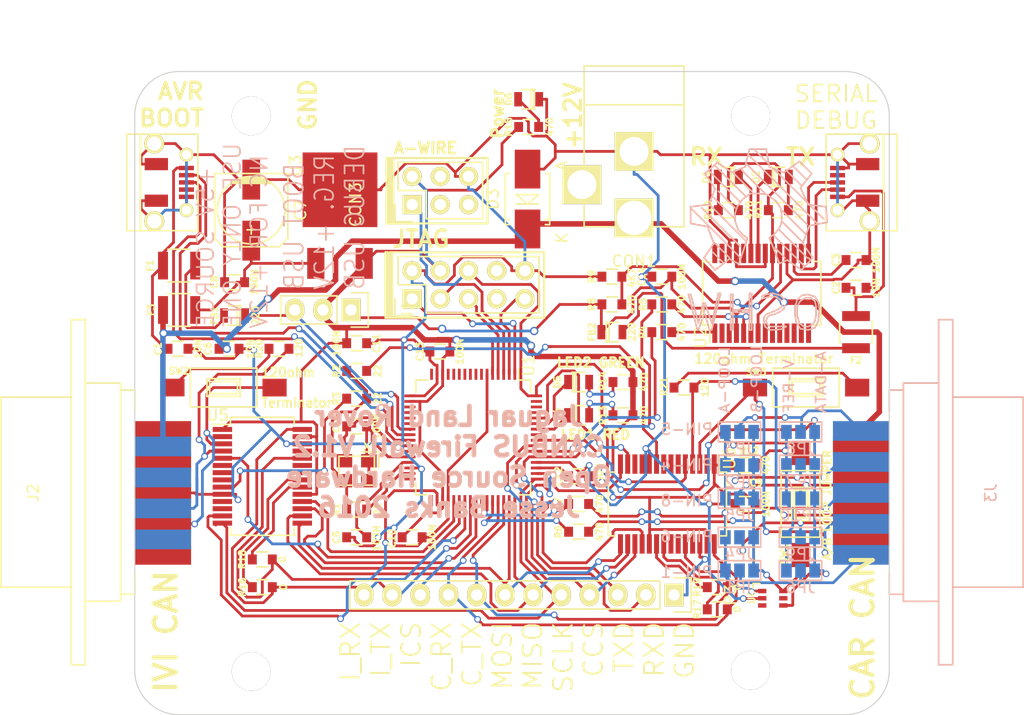
<source format=kicad_pcb>
(kicad_pcb (version 20171130) (host pcbnew "(5.1.12)-1")
  (layers (0 F.Cu signal) (31 B.Cu signal) (34 B.Paste user hide) (35 F.Paste user hide) (36 B.SilkS user hide) (37 F.SilkS user hide) (38 B.Mask user hide) (39 F.Mask user hide) (44 Edge.Cuts user))
  (net 0 "")
  (net 1 "Net-(C1-Pad1)")
  (net 2 GND)
  (net 3 "Net-(C2-Pad1)")
  (net 4 "Net-(C3-Pad1)")
  (net 5 +12V)
  (net 6 +5V)
  (net 7 LOOP_A)
  (net 8 LOOP_B)
  (net 9 IVI_CANH)
  (net 10 IVI_CANL)
  (net 11 CAR_CANH)
  (net 12 CAR_CANL)
  (net 13 "Net-(J2-Pad6)")
  (net 14 ~RESET/A_DATA)
  (net 15 +3V3)
  (net 16 "Net-(C5-Pad1)")
  (net 17 "Net-(C7-Pad1)")
  (net 18 "Net-(F1-Pad1)")
  (net 19 "Net-(F2-Pad1)")
  (net 20 "Net-(R6-Pad2)")
  (net 21 "Net-(R7-Pad2)")
  (net 22 "Net-(R8-Pad1)")
  (net 23 USB5)
  (net 24 "Net-(D1-Pad2)")
  (net 25 "Net-(D2-Pad2)")
  (net 26 "Net-(D4-Pad2)")
  (net 27 "Net-(D5-Pad2)")
  (net 28 "Net-(D6-Pad2)")
  (net 29 VBUS)
  (net 30 TCK)
  (net 31 TDO)
  (net 32 TMS)
  (net 33 TDI)
  (net 34 "Net-(D1-Pad1)")
  (net 35 "Net-(D2-Pad1)")
  (net 36 LED1)
  (net 37 LED2)
  (net 38 USBM)
  (net 39 USBP)
  (net 40 USB-)
  (net 41 USB+)
  (net 42 IVI_CS)
  (net 43 CAR_CS)
  (net 44 MISO)
  (net 45 MOSI)
  (net 46 SCLK)
  (net 47 IVI_RxCAN)
  (net 48 IVI_TxCAN)
  (net 49 CAR_RxCAN)
  (net 50 CAR_TxCAN)
  (net 51 TX_DBG)
  (net 52 RX_DBG)
  (net 53 CLK1)
  (net 54 "Net-(R1-Pad2)")
  (net 55 CLK2)
  (net 56 CLK3)
  (net 57 CLK3_OUT)
  (net 58 CLK2_OUT)
  (net 59 IVI_STBY)
  (net 60 IVI_INT)
  (net 61 IVI_RESET)
  (net 62 CAR_STBY)
  (net 63 CAR_INT)
  (net 64 CAR_RESET)
  (net 65 "Net-(R16-Pad2)")
  (net 66 "Net-(R17-Pad2)")
  (net 67 "Net-(R18-Pad2)")
  (net 68 "Net-(R19-Pad2)")
  (net 69 "Net-(R20-Pad1)")
  (net 70 "Net-(R21-Pad1)")
  (net 71 "Net-(CON1-Pad3)")
  (net 72 "Net-(CON2-Pad7)")
  (net 73 "Net-(CON2-Pad8)")
  (net 74 "Net-(CON3-Pad3)")
  (net 75 "Net-(CON3-Pad4)")
  (net 76 "Net-(CON3-Pad5)")
  (net 77 "Net-(J2-Pad4)")
  (net 78 "Net-(J2-Pad8)")
  (net 79 "Net-(P1-Pad4)")
  (net 80 "Net-(P2-Pad4)")
  (net 81 "Net-(U1-Pad7)")
  (net 82 "Net-(U1-Pad8)")
  (net 83 "Net-(U1-Pad9)")
  (net 84 "Net-(U1-Pad10)")
  (net 85 "Net-(U1-Pad11)")
  (net 86 "Net-(U1-Pad12)")
  (net 87 "Net-(U1-Pad13)")
  (net 88 "Net-(U1-Pad16)")
  (net 89 "Net-(U1-Pad19)")
  (net 90 "Net-(U1-Pad20)")
  (net 91 "Net-(U1-Pad21)")
  (net 92 "Net-(U1-Pad22)")
  (net 93 "Net-(U1-Pad32)")
  (net 94 "Net-(U1-Pad33)")
  (net 95 "Net-(U1-Pad42)")
  (net 96 "Net-(U1-Pad61)")
  (net 97 "Net-(U1-Pad62)")
  (net 98 "Net-(U1-Pad63)")
  (net 99 "Net-(U2-Pad2)")
  (net 100 "Net-(U2-Pad3)")
  (net 101 "Net-(U2-Pad6)")
  (net 102 "Net-(U2-Pad9)")
  (net 103 "Net-(U2-Pad10)")
  (net 104 "Net-(U2-Pad11)")
  (net 105 "Net-(U2-Pad12)")
  (net 106 "Net-(U2-Pad13)")
  (net 107 "Net-(U2-Pad14)")
  (net 108 "Net-(U2-Pad27)")
  (net 109 "Net-(U2-Pad28)")
  (net 110 "Net-(U4-Pad3)")
  (net 111 "Net-(U4-Pad5)")
  (net 112 "Net-(U5-Pad2)")
  (net 113 IVI_Tx1RTS)
  (net 114 IVI_Tx2RTS)
  (net 115 "Net-(U5-Pad8)")
  (net 116 IVI_Rx1BF)
  (net 117 IVI_Rx0BF)
  (net 118 IVI_Tx0RTS)
  (net 119 "Net-(U5-Pad25)")
  (net 120 "Net-(U6-Pad2)")
  (net 121 CAR_Tx1RTS)
  (net 122 CAR_Tx2RTS)
  (net 123 "Net-(U6-Pad8)")
  (net 124 CAR_Rx1BF)
  (net 125 CAR_Rx0BF)
  (net 126 CAR_Tx0RTS)
  (net 127 "Net-(U6-Pad25)")
  (net 128 "Net-(U1-Pad57)")
  (net 129 "Net-(J2-Pad1)")
  (net 130 "Net-(J2-Pad5)")
  (net 131 B)
  (net 132 A)
  (net 133 C)
  (net 134 D)
  (net 135 E)
  (net 136 "Net-(JP10-Pad1)")
  (net 137 "Net-(R4-Pad2)")
  (net 138 "Net-(R5-Pad2)")
  (module Mounting_Holes:MountingHole_3-5mm (layer F.Cu) (at 95.5 159)
    (fp_text reference REF**_5 hide)
    (fp_text value MountingHole_3-5mm hide)
    (pad 1 thru_hole circle (at 0 0) (size 3.5 3.5) (drill 3.5) (layers *.Cu *.Mask))
  )
  (module Mounting_Holes:MountingHole_3-5mm (layer F.Cu) (at 50.5 159.1)
    (fp_text reference REF**_4 hide)
    (fp_text value MountingHole_3-5mm hide)
    (pad 1 thru_hole circle (at 0 0) (size 3.5 3.5) (drill 3.5) (layers *.Cu *.Mask))
  )
  (module Mounting_Holes:MountingHole_3-5mm (layer F.Cu) (at 50.5 109)
    (fp_text reference REF**_3 hide)
    (fp_text value MountingHole_3-5mm hide)
    (pad 1 thru_hole circle (at 0 0) (size 3.5 3.5) (drill 3.5) (layers *.Cu *.Mask))
  )
  (module Connect:DB9F_CI (layer F.Cu) (at 40 143 90)
    (fp_text reference J2 (at 0 -9.144 90) (layer F.SilkS))
    (fp_text value DB9 hide)
    (pad 4 connect rect (at 2.794 2.54 90) (size 1.778 5.08) (layers F.Cu F.Mask) (net 77 "Net-(J2-Pad4)"))
    (pad 3 connect rect (at 0 2.54 90) (size 1.778 5.08) (layers F.Cu F.Mask) (net 2 GND))
    (pad 2 connect rect (at -2.794 2.54 90) (size 1.778 5.08) (layers F.Cu F.Mask) (net 10 IVI_CANL))
    (pad 1 connect rect (at -5.588 2.54 90) (size 1.778 5.08) (layers F.Cu F.Mask) (net 129 "Net-(J2-Pad1)"))
    (pad 5 connect rect (at 5.588 2.54 90) (size 1.778 5.08) (layers F.Cu F.Mask) (net 130 "Net-(J2-Pad5)"))
    (pad 6 connect rect (at -4.191 2.54 90) (size 1.778 5.08) (layers B.Cu B.Mask) (net 13 "Net-(J2-Pad6)"))
    (pad 7 connect rect (at -1.397 2.54 90) (size 1.778 5.08) (layers B.Cu B.Mask) (net 9 IVI_CANH))
    (pad 8 connect rect (at 1.397 2.54 90) (size 1.778 5.08) (layers B.Cu B.Mask) (net 78 "Net-(J2-Pad8)"))
    (pad 9 connect rect (at 4.191 2.54 90) (size 1.778 5.08) (layers B.Cu B.Mask) (net 5 +12V))
  )
  (module "Custom Parts:R_0603_sm" (layer F.Cu) (at 43.9 130)
    (fp_text reference C1 (at -1.8 0 90) (layer F.SilkS) (effects (font (size 0.6 0.6))))
    (fp_text value 10N (at 1.8 0 90) (layer F.SilkS) (effects (font (size 0.6 0.6))))
    (pad 1 smd rect (at -0.9 0) (size 0.8 0.9) (layers F.Cu F.Paste F.Mask) (net 1 "Net-(C1-Pad1)"))
    (pad 2 smd rect (at 0.9 0) (size 0.8 0.9) (layers F.Cu F.Paste F.Mask) (net 2 GND))
  )
  (module "Custom Parts:R_0603_sm" (layer F.Cu) (at 105 124.5)
    (fp_text reference C2 (at -1.8 0 90) (layer F.SilkS) (effects (font (size 0.6 0.6))))
    (fp_text value 10N (at 1.8 0 90) (layer F.SilkS) (effects (font (size 0.6 0.6))))
    (pad 1 smd rect (at -0.9 0) (size 0.8 0.9) (layers F.Cu F.Paste F.Mask) (net 3 "Net-(C2-Pad1)"))
    (pad 2 smd rect (at 0.9 0) (size 0.8 0.9) (layers F.Cu F.Paste F.Mask) (net 2 GND))
  )
  (module "Custom Parts:R_0603_sm" (layer F.Cu) (at 105 122)
    (fp_text reference C3 (at -1.8 0 90) (layer F.SilkS) (effects (font (size 0.6 0.6))))
    (fp_text value 100N (at 1.8 0 90) (layer F.SilkS) (effects (font (size 0.6 0.6))))
    (pad 1 smd rect (at -0.9 0) (size 0.8 0.9) (layers F.Cu F.Paste F.Mask) (net 4 "Net-(C3-Pad1)"))
    (pad 2 smd rect (at 0.9 0) (size 0.8 0.9) (layers F.Cu F.Paste F.Mask) (net 2 GND))
  )
  (module "Custom Parts:R_0603_sm" (layer F.Cu) (at 60 137 180)
    (fp_text reference C4 (at 1.8 0 270) (layer F.SilkS) (effects (font (size 0.6 0.6))))
    (fp_text value 100N (at -1.8 0 270) (layer F.SilkS) (effects (font (size 0.6 0.6))))
    (pad 1 smd rect (at -0.9 0 180) (size 0.8 0.9) (layers F.Cu F.Paste F.Mask) (net 15 +3V3))
    (pad 2 smd rect (at 0.9 0 180) (size 0.8 0.9) (layers F.Cu F.Paste F.Mask) (net 2 GND))
  )
  (module "Custom Parts:R_0603_sm" (layer F.Cu) (at 60 147 180)
    (fp_text reference C5 (at 1.8 0 270) (layer F.SilkS) (effects (font (size 0.6 0.6))))
    (fp_text value 100N (at -1.8 -0.1 270) (layer F.SilkS) (effects (font (size 0.6 0.6))))
    (pad 1 smd rect (at -0.9 0 180) (size 0.8 0.9) (layers F.Cu F.Paste F.Mask) (net 16 "Net-(C5-Pad1)"))
    (pad 2 smd rect (at 0.9 0 180) (size 0.8 0.9) (layers F.Cu F.Paste F.Mask) (net 2 GND))
  )
  (module "Custom Parts:R_0603_sm" (layer F.Cu) (at 48.5 130)
    (fp_text reference C6 (at -1.9 0 90) (layer F.SilkS) (effects (font (size 0.6 0.6))))
    (fp_text value 10N (at 1.9 0 90) (layer F.SilkS) (effects (font (size 0.6 0.6))))
    (pad 1 smd rect (at -0.9 0) (size 0.8 0.9) (layers F.Cu F.Paste F.Mask) (net 5 +12V))
    (pad 2 smd rect (at 0.9 0) (size 0.8 0.9) (layers F.Cu F.Paste F.Mask) (net 2 GND))
  )
  (module "Custom Parts:R_0603_sm" (layer F.Cu) (at 49 124 180)
    (fp_text reference C8 (at 1.8 0 270) (layer F.SilkS) (effects (font (size 0.6 0.6))))
    (fp_text value 100N (at -1.8 0 270) (layer F.SilkS) (effects (font (size 0.6 0.6))))
    (pad 1 smd rect (at -0.9 0 180) (size 0.8 0.9) (layers F.Cu F.Paste F.Mask) (net 17 "Net-(C7-Pad1)"))
    (pad 2 smd rect (at 0.9 0 180) (size 0.8 0.9) (layers F.Cu F.Paste F.Mask) (net 2 GND))
  )
  (module "Custom Parts:R_0603_sm" (layer F.Cu) (at 95 144 180)
    (fp_text reference C9 (at -1 1.9) (layer F.SilkS) (effects (font (size 0.6 0.6))))
    (fp_text value 100N (at -1.9 0 270) (layer F.SilkS) (effects (font (size 0.6 0.6))))
    (pad 1 smd rect (at -0.9 0 180) (size 0.8 0.9) (layers F.Cu F.Paste F.Mask) (net 6 +5V))
    (pad 2 smd rect (at 0.9 0 180) (size 0.8 0.9) (layers F.Cu F.Paste F.Mask) (net 2 GND))
  )
  (module "Custom Parts:R_0603_sm" (layer F.Cu) (at 65 147)
    (fp_text reference C10 (at -1.8 0.1 90) (layer F.SilkS) (effects (font (size 0.6 0.6))))
    (fp_text value 100N (at 1.8 0 90) (layer F.SilkS) (effects (font (size 0.6 0.6))))
    (pad 1 smd rect (at -0.9 0) (size 0.8 0.9) (layers F.Cu F.Paste F.Mask) (net 6 +5V))
    (pad 2 smd rect (at 0.9 0) (size 0.8 0.9) (layers F.Cu F.Paste F.Mask) (net 2 GND))
  )
  (module "Custom Parts:R_0603_sm" (layer F.Cu) (at 60 129.5)
    (fp_text reference C11 (at 1.8 0 90) (layer F.SilkS) (effects (font (size 0.6 0.6))))
    (fp_text value 100N (at -1.8 0 90) (layer F.SilkS) (effects (font (size 0.6 0.6))))
    (pad 1 smd rect (at -0.9 0) (size 0.8 0.9) (layers F.Cu F.Paste F.Mask) (net 6 +5V))
    (pad 2 smd rect (at 0.9 0) (size 0.8 0.9) (layers F.Cu F.Paste F.Mask) (net 2 GND))
  )
  (module "Custom Parts:R_0603_sm" (layer F.Cu) (at 80 141.5)
    (fp_text reference C12 (at -1.8 0 90) (layer F.SilkS) (effects (font (size 0.6 0.6))))
    (fp_text value 100N (at 1.9 0 90) (layer F.SilkS) (effects (font (size 0.6 0.6))))
    (pad 1 smd rect (at -0.9 0) (size 0.8 0.9) (layers F.Cu F.Paste F.Mask) (net 6 +5V))
    (pad 2 smd rect (at 0.9 0) (size 0.8 0.9) (layers F.Cu F.Paste F.Mask) (net 2 GND))
  )
  (module "Custom Parts:R_1210_SM" (layer F.Cu) (at 44 122.5 180)
    (fp_text reference F1 (at 2.6 0 270) (layer F.SilkS) (effects (font (size 0.6 0.6))))
    (fp_text value FUSE hide)
    (pad 1 smd rect (at -1.45 0 180) (size 0.9 2.5) (layers F.Cu F.Paste F.Mask) (net 18 "Net-(F1-Pad1)"))
    (pad 2 smd rect (at 1.45 0 180) (size 0.9 2.5) (layers F.Cu F.Paste F.Mask) (net 1 "Net-(C1-Pad1)"))
  )
  (module "Custom Parts:R_1210_SM" (layer F.Cu) (at 105 128.5 90)
    (fp_text reference F2 (at -2.54 0 180) (layer F.SilkS) (effects (font (size 0.6 0.6))))
    (fp_text value FUSE hide)
    (pad 1 smd rect (at -1.45 0 90) (size 0.9 2.5) (layers F.Cu F.Paste F.Mask) (net 19 "Net-(F2-Pad1)"))
    (pad 2 smd rect (at 1.45 0 90) (size 0.9 2.5) (layers F.Cu F.Paste F.Mask) (net 3 "Net-(C2-Pad1)"))
  )
  (module "Custom Parts:R_1210_SM" (layer F.Cu) (at 44 126.5)
    (fp_text reference F3 (at -2.5 0 90) (layer F.SilkS) (effects (font (size 0.6 0.6))))
    (fp_text value FUSE hide)
    (pad 1 smd rect (at -1.45 0) (size 0.9 2.5) (layers F.Cu F.Paste F.Mask) (net 5 +12V))
    (pad 2 smd rect (at 1.45 0) (size 0.9 2.5) (layers F.Cu F.Paste F.Mask) (net 17 "Net-(C7-Pad1)"))
  )
  (module "Custom Parts:R_0603_sm" (layer F.Cu) (at 80 146.5 180)
    (fp_text reference R6 (at 1.8 0 270) (layer F.SilkS) (effects (font (size 0.6 0.6))))
    (fp_text value 470 (at -1.9 0 270) (layer F.SilkS) (effects (font (size 0.6 0.6))))
    (pad 1 smd rect (at -0.9 0 180) (size 0.8 0.9) (layers F.Cu F.Paste F.Mask) (net 8 LOOP_B))
    (pad 2 smd rect (at 0.9 0 180) (size 0.8 0.9) (layers F.Cu F.Paste F.Mask) (net 20 "Net-(R6-Pad2)"))
  )
  (module "Custom Parts:R_0603_sm" (layer F.Cu) (at 80 144 180)
    (fp_text reference R7 (at 1.8 0 270) (layer F.SilkS) (effects (font (size 0.6 0.6))))
    (fp_text value 470 (at -1.9 0 270) (layer F.SilkS) (effects (font (size 0.6 0.6))))
    (pad 1 smd rect (at -0.9 0 180) (size 0.8 0.9) (layers F.Cu F.Paste F.Mask) (net 7 LOOP_A))
    (pad 2 smd rect (at 0.9 0 180) (size 0.8 0.9) (layers F.Cu F.Paste F.Mask) (net 21 "Net-(R7-Pad2)"))
  )
  (module "Custom Parts:R_0603_sm" (layer F.Cu) (at 83 126 180)
    (fp_text reference R8 (at 1.8 0 270) (layer F.SilkS) (effects (font (size 0.6 0.6))))
    (fp_text value 470 (at -1.8 0 270) (layer F.SilkS) (effects (font (size 0.6 0.6))))
    (pad 1 smd rect (at -0.9 0 180) (size 0.8 0.9) (layers F.Cu F.Paste F.Mask) (net 22 "Net-(R8-Pad1)"))
    (pad 2 smd rect (at 0.9 0 180) (size 0.8 0.9) (layers F.Cu F.Paste F.Mask) (net 23 USB5))
  )
  (module "Custom Parts:R_0603_sm" (layer F.Cu) (at 83 123.5 180)
    (fp_text reference R9 (at 1.8 0 270) (layer F.SilkS) (effects (font (size 0.6 0.6))))
    (fp_text value 4K7 (at -1.8 -0.1 270) (layer F.SilkS) (effects (font (size 0.6 0.6))))
    (pad 1 smd rect (at -0.9 0 180) (size 0.8 0.9) (layers F.Cu F.Paste F.Mask) (net 22 "Net-(R8-Pad1)"))
    (pad 2 smd rect (at 0.9 0 180) (size 0.8 0.9) (layers F.Cu F.Paste F.Mask) (net 2 GND))
  )
  (module "Custom Parts:R_0603_sm" (layer F.Cu) (at 93.5 117.5)
    (fp_text reference R10 (at -1.8 0 90) (layer F.SilkS) (effects (font (size 0.6 0.6))))
    (fp_text value 470 (at 1.9 0 90) (layer F.SilkS) (effects (font (size 0.6 0.6))))
    (pad 1 smd rect (at -0.9 0) (size 0.8 0.9) (layers F.Cu F.Paste F.Mask) (net 24 "Net-(D1-Pad2)"))
    (pad 2 smd rect (at 0.9 0) (size 0.8 0.9) (layers F.Cu F.Paste F.Mask) (net 23 USB5))
  )
  (module "Custom Parts:R_0603_sm" (layer F.Cu) (at 98 117.5 180)
    (fp_text reference R11 (at 1.8 0.1 270) (layer F.SilkS) (effects (font (size 0.6 0.6))))
    (fp_text value 470 (at -1.9 0 270) (layer F.SilkS) (effects (font (size 0.6 0.6))))
    (pad 1 smd rect (at -0.9 0 180) (size 0.8 0.9) (layers F.Cu F.Paste F.Mask) (net 25 "Net-(D2-Pad2)"))
    (pad 2 smd rect (at 0.9 0 180) (size 0.8 0.9) (layers F.Cu F.Paste F.Mask) (net 23 USB5))
  )
  (module "Custom Parts:R_0603_sm" (layer F.Cu) (at 95 140.5 180)
    (fp_text reference R12 (at -0.4 1.3) (layer F.SilkS) (effects (font (size 0.6 0.6))))
    (fp_text value 470 (at -1.9 0 270) (layer F.SilkS) (effects (font (size 0.6 0.6))))
    (pad 1 smd rect (at -0.9 0 180) (size 0.8 0.9) (layers F.Cu F.Paste F.Mask) (net 136 "Net-(JP10-Pad1)"))
    (pad 2 smd rect (at 0.9 0 180) (size 0.8 0.9) (layers F.Cu F.Paste F.Mask) (net 6 +5V))
  )
  (module "Custom Parts:R_0603_sm" (layer F.Cu) (at 84 136)
    (fp_text reference R13 (at -1.8 0 90) (layer F.SilkS) (effects (font (size 0.6 0.6))))
    (fp_text value 470 (at 1.9 0 90) (layer F.SilkS) (effects (font (size 0.6 0.6))))
    (pad 1 smd rect (at -0.9 0) (size 0.8 0.9) (layers F.Cu F.Paste F.Mask) (net 26 "Net-(D4-Pad2)"))
    (pad 2 smd rect (at 0.9 0) (size 0.8 0.9) (layers F.Cu F.Paste F.Mask) (net 6 +5V))
  )
  (module "Custom Parts:R_0603_sm" (layer F.Cu) (at 84 133)
    (fp_text reference R14 (at -1.8 -0.1 90) (layer F.SilkS) (effects (font (size 0.6 0.6))))
    (fp_text value 470 (at 1.9 0 90) (layer F.SilkS) (effects (font (size 0.6 0.6))))
    (pad 1 smd rect (at -0.9 0) (size 0.8 0.9) (layers F.Cu F.Paste F.Mask) (net 27 "Net-(D5-Pad2)"))
    (pad 2 smd rect (at 0.9 0) (size 0.8 0.9) (layers F.Cu F.Paste F.Mask) (net 6 +5V))
  )
  (module "Custom Parts:R_0603_sm" (layer F.Cu) (at 75.5 110 180)
    (fp_text reference R15 (at 1.8 0 270) (layer F.SilkS) (effects (font (size 0.6 0.6))))
    (fp_text value 470 (at -1.9 0 270) (layer F.SilkS) (effects (font (size 0.6 0.6))))
    (pad 1 smd rect (at -0.9 0 180) (size 0.8 0.9) (layers F.Cu F.Paste F.Mask) (net 28 "Net-(D6-Pad2)"))
    (pad 2 smd rect (at 0.9 0 180) (size 0.8 0.9) (layers F.Cu F.Paste F.Mask) (net 6 +5V))
  )
  (module Diodes_SMD:D-Pak_TO252AA (layer F.Cu) (at 58.5 118)
    (fp_text reference U3 (at -4 -4.5 90) (layer F.SilkS))
    (fp_text value MC78M05CDT hide)
    (pad 3 smd rect (at 2.18 4.3) (size 1.55 2.78) (layers F.Cu F.Paste F.Mask) (net 6 +5V))
    (pad 4 smd rect (at 0 -2.335) (size 6.74 6.73) (layers F.Cu F.Paste F.Mask) (net 2 GND))
    (pad 1 smd rect (at -2.18 4.3) (size 1.55 2.78) (layers F.Cu F.Paste F.Mask) (net 17 "Net-(C7-Pad1)"))
  )
  (module Housings_SOT-23_SOT-143_TSOT-6:SC-70-6 (layer F.Cu) (at 97.5 152.5 270)
    (fp_text reference U4 (at -0.1 1.9 90) (layer F.SilkS) (effects (font (size 0.6 0.6))))
    (fp_text value SMF05 hide)
    (pad 1 smd rect (at -0.65024 0.94996 270) (size 0.39878 0.7493) (layers F.Cu F.Paste F.Mask) (net 7 LOOP_A))
    (pad 2 smd rect (at 0 0.94996 270) (size 0.39878 0.7493) (layers F.Cu F.Paste F.Mask) (net 2 GND))
    (pad 3 smd rect (at 0.65024 0.94996 270) (size 0.39878 0.7493) (layers F.Cu F.Paste F.Mask) (net 110 "Net-(U4-Pad3)"))
    (pad 4 smd rect (at 0.65024 -0.94996 270) (size 0.39878 0.7493) (layers F.Cu F.Paste F.Mask) (net 14 ~RESET/A_DATA))
    (pad 5 smd rect (at 0 -0.94996 270) (size 0.39878 0.7493) (layers F.Cu F.Paste F.Mask) (net 111 "Net-(U4-Pad5)"))
    (pad 6 smd rect (at -0.65024 -0.94996 270) (size 0.39878 0.7493) (layers F.Cu F.Paste F.Mask) (net 8 LOOP_B))
  )
  (module "Custom Parts:Diode_0805_12" (layer F.Cu) (at 93.5 114.5 180)
    (fp_text reference D1 (at 2 0 90) (layer F.SilkS) (effects (font (size 0.6 0.6))))
    (fp_text value YELLOW hide)
    (pad 1 smd rect (at -0.95 0 180) (size 0.7 1.3) (layers F.Cu F.Paste F.Mask) (net 34 "Net-(D1-Pad1)"))
    (pad 2 smd rect (at 0.95 0 180) (size 0.7 1.3) (layers F.Cu F.Paste F.Mask) (net 24 "Net-(D1-Pad2)"))
  )
  (module "Custom Parts:Diode_0805_12" (layer F.Cu) (at 98 114.5)
    (fp_text reference D2 (at -2 0 270) (layer F.SilkS) (effects (font (size 0.6 0.6))))
    (fp_text value WHITE hide)
    (pad 1 smd rect (at -0.95 0) (size 0.7 1.3) (layers F.Cu F.Paste F.Mask) (net 35 "Net-(D2-Pad1)"))
    (pad 2 smd rect (at 0.95 0) (size 0.7 1.3) (layers F.Cu F.Paste F.Mask) (net 25 "Net-(D2-Pad2)"))
  )
  (module "Custom Parts:Diode_0805_12" (layer F.Cu) (at 80 136)
    (fp_text reference D4 (at -1.9 -0.1 90) (layer F.SilkS) (effects (font (size 0.6 0.6))))
    (fp_text value RED hide)
    (pad 1 smd rect (at -0.95 0) (size 0.7 1.3) (layers F.Cu F.Paste F.Mask) (net 36 LED1))
    (pad 2 smd rect (at 0.95 0) (size 0.7 1.3) (layers F.Cu F.Paste F.Mask) (net 26 "Net-(D4-Pad2)"))
  )
  (module "Custom Parts:Diode_0805_12" (layer F.Cu) (at 80 133)
    (fp_text reference D5 (at -1.9 0 90) (layer F.SilkS) (effects (font (size 0.6 0.6))))
    (fp_text value GREEN hide)
    (pad 1 smd rect (at -0.95 0) (size 0.7 1.3) (layers F.Cu F.Paste F.Mask) (net 37 LED2))
    (pad 2 smd rect (at 0.95 0) (size 0.7 1.3) (layers F.Cu F.Paste F.Mask) (net 27 "Net-(D5-Pad2)"))
  )
  (module "Custom Parts:Diode_0805_12" (layer F.Cu) (at 75.5 107.5 180)
    (fp_text reference D6 (at 1.8 0 270) (layer F.SilkS) (effects (font (size 0.6 0.6))))
    (fp_text value BLUE hide)
    (pad 1 smd rect (at -0.95 0 180) (size 0.7 1.3) (layers F.Cu F.Paste F.Mask) (net 2 GND))
    (pad 2 smd rect (at 0.95 0 180) (size 0.7 1.3) (layers F.Cu F.Paste F.Mask) (net 28 "Net-(D6-Pad2)"))
  )
  (module "Custom Parts:Diode_0805_12_SM" (layer F.Cu) (at 49 127 180)
    (fp_text reference FB1 (at 1.8 0 270) (layer F.SilkS) (effects (font (size 0.6 0.6))))
    (fp_text value 220 (at -1.9 0 270) (layer F.SilkS) (effects (font (size 0.6 0.6))))
    (pad 1 smd rect (at -0.95 0 180) (size 0.7 1.3) (layers F.Cu F.Paste F.Mask) (net 29 VBUS))
    (pad 2 smd rect (at 0.95 0 180) (size 0.7 1.3) (layers F.Cu F.Paste F.Mask) (net 18 "Net-(F1-Pad1)"))
  )
  (module "Custom Parts:Diode_0805_12_SM" (layer F.Cu) (at 83 128.5)
    (fp_text reference FB2 (at -1.8 0 90) (layer F.SilkS) (effects (font (size 0.6 0.6))))
    (fp_text value 220 (at 1.8 0 90) (layer F.SilkS) (effects (font (size 0.6 0.6))))
    (pad 1 smd rect (at -0.95 0) (size 0.7 1.3) (layers F.Cu F.Paste F.Mask) (net 23 USB5))
    (pad 2 smd rect (at 0.95 0) (size 0.7 1.3) (layers F.Cu F.Paste F.Mask) (net 19 "Net-(F2-Pad1)"))
  )
  (module "Custom Parts:USB_Micro-B-DX4R005JJ2R1800" (layer F.Cu) (at 40.5 115 270)
    (fp_text reference P1 hide)
    (fp_text value USB_OTG hide)
    (pad 6 thru_hole circle (at -3.5009 -1.26254) (size 1.8 1.8) (drill 1.3) (layers *.Cu *.Mask F.SilkS) (net 2 GND))
    (pad 1 smd rect (at -1.3009 -4.16254) (size 1.35 0.4) (layers F.Cu F.Paste F.Mask) (net 1 "Net-(C1-Pad1)"))
    (pad 2 smd rect (at -0.6509 -4.16254) (size 1.35 0.4) (layers F.Cu F.Paste F.Mask) (net 38 USBM))
    (pad 3 smd rect (at -0.0009 -4.16254) (size 1.35 0.4) (layers F.Cu F.Paste F.Mask) (net 39 USBP))
    (pad 4 smd rect (at 0.6491 -4.16254) (size 1.35 0.4) (layers F.Cu F.Paste F.Mask) (net 79 "Net-(P1-Pad4)"))
    (pad 5 smd rect (at 1.2991 -4.16254) (size 1.35 0.4) (layers F.Cu F.Paste F.Mask) (net 2 GND))
    (pad 6 thru_hole circle (at -2.5009 -4.16254) (size 1.25 1.25) (drill 0.85) (layers *.Cu *.Mask F.SilkS) (net 2 GND))
    (pad 6 thru_hole circle (at 2.4991 -4.16254) (size 1.25 1.25) (drill 0.85) (layers *.Cu *.Mask F.SilkS) (net 2 GND))
    (pad 6 thru_hole circle (at 3.4991 -1.26254) (size 1.8 1.8) (drill 1.3) (layers *.Cu *.Mask F.SilkS) (net 2 GND))
    (pad 6 smd rect (at -1.65 -1.45 270) (size 1.1 2.1) (layers F.Cu F.Paste F.Mask) (net 2 GND))
    (pad 6 smd rect (at 1.65 -1.45 270) (size 1.1 2.1) (layers F.Cu F.Paste F.Mask) (net 2 GND))
  )
  (module "Custom Parts:USB_Micro-B-DX4R005JJ2R1800" (layer F.Cu) (at 107.5 115 90)
    (fp_text reference P2 hide)
    (fp_text value USB_OTG hide)
    (pad 6 thru_hole circle (at -3.5009 -1.26254 180) (size 1.8 1.8) (drill 1.3) (layers *.Cu *.Mask F.SilkS) (net 2 GND))
    (pad 1 smd rect (at -1.3009 -4.16254 180) (size 1.35 0.4) (layers F.Cu F.Paste F.Mask) (net 3 "Net-(C2-Pad1)"))
    (pad 2 smd rect (at -0.6509 -4.16254 180) (size 1.35 0.4) (layers F.Cu F.Paste F.Mask) (net 40 USB-))
    (pad 3 smd rect (at -0.0009 -4.16254 180) (size 1.35 0.4) (layers F.Cu F.Paste F.Mask) (net 41 USB+))
    (pad 4 smd rect (at 0.6491 -4.16254 180) (size 1.35 0.4) (layers F.Cu F.Paste F.Mask) (net 80 "Net-(P2-Pad4)"))
    (pad 5 smd rect (at 1.2991 -4.16254 180) (size 1.35 0.4) (layers F.Cu F.Paste F.Mask) (net 2 GND))
    (pad 6 thru_hole circle (at -2.5009 -4.16254 180) (size 1.25 1.25) (drill 0.85) (layers *.Cu *.Mask F.SilkS) (net 2 GND))
    (pad 6 thru_hole circle (at 2.4991 -4.16254 180) (size 1.25 1.25) (drill 0.85) (layers *.Cu *.Mask F.SilkS) (net 2 GND))
    (pad 6 thru_hole circle (at 3.4991 -1.26254 180) (size 1.8 1.8) (drill 1.3) (layers *.Cu *.Mask F.SilkS) (net 2 GND))
    (pad 6 smd rect (at -1.65 -1.45 90) (size 1.1 2.1) (layers F.Cu F.Paste F.Mask) (net 2 GND))
    (pad 6 smd rect (at 1.65 -1.45 90) (size 1.1 2.1) (layers F.Cu F.Paste F.Mask) (net 2 GND))
  )
  (module "Custom Parts:R_0603_sm" (layer F.Cu) (at 60 144.5 180)
    (fp_text reference R1 (at 1.8 0 270) (layer F.SilkS) (effects (font (size 0.6 0.6))))
    (fp_text value 22 (at -1.9 0 270) (layer F.SilkS) (effects (font (size 0.6 0.6))))
    (pad 1 smd rect (at -0.9 0 180) (size 0.8 0.9) (layers F.Cu F.Paste F.Mask) (net 53 CLK1))
    (pad 2 smd rect (at 0.9 0 180) (size 0.8 0.9) (layers F.Cu F.Paste F.Mask) (net 54 "Net-(R1-Pad2)"))
  )
  (module "Custom Parts:R_0603_sm" (layer F.Cu) (at 60 132 180)
    (fp_text reference R2 (at 1.8 0 270) (layer F.SilkS) (effects (font (size 0.6 0.6))))
    (fp_text value 22 (at -1.9 0 270) (layer F.SilkS) (effects (font (size 0.6 0.6))))
    (pad 1 smd rect (at -0.9 0 180) (size 0.8 0.9) (layers F.Cu F.Paste F.Mask) (net 55 CLK2))
    (pad 2 smd rect (at 0.9 0 180) (size 0.8 0.9) (layers F.Cu F.Paste F.Mask) (net 54 "Net-(R1-Pad2)"))
  )
  (module "Custom Parts:R_0603_sm" (layer F.Cu) (at 60 134.5)
    (fp_text reference R3 (at -1.8 0 90) (layer F.SilkS) (effects (font (size 0.6 0.6))))
    (fp_text value 22 (at 1.9 0 90) (layer F.SilkS) (effects (font (size 0.6 0.6))))
    (pad 1 smd rect (at -0.9 0) (size 0.8 0.9) (layers F.Cu F.Paste F.Mask) (net 56 CLK3))
    (pad 2 smd rect (at 0.9 0) (size 0.8 0.9) (layers F.Cu F.Paste F.Mask) (net 54 "Net-(R1-Pad2)"))
  )
  (module "Custom Parts:R_0603_sm" (layer F.Cu) (at 87.5 128.5)
    (fp_text reference R4 (at -1.7 0 90) (layer F.SilkS) (effects (font (size 0.6 0.6))))
    (fp_text value 470 (at 1.8 0 90) (layer F.SilkS) (effects (font (size 0.6 0.6))))
    (pad 1 smd rect (at -0.9 0) (size 0.8 0.9) (layers F.Cu F.Paste F.Mask) (net 52 RX_DBG))
    (pad 2 smd rect (at 0.9 0) (size 0.8 0.9) (layers F.Cu F.Paste F.Mask) (net 137 "Net-(R4-Pad2)"))
  )
  (module "Custom Parts:R_0603_sm" (layer F.Cu) (at 87.5 126)
    (fp_text reference R5 (at -1.7 0 90) (layer F.SilkS) (effects (font (size 0.6 0.6))))
    (fp_text value 470 (at 1.8 0 90) (layer F.SilkS) (effects (font (size 0.6 0.6))))
    (pad 1 smd rect (at -0.9 0) (size 0.8 0.9) (layers F.Cu F.Paste F.Mask) (net 51 TX_DBG))
    (pad 2 smd rect (at 0.9 0) (size 0.8 0.9) (layers F.Cu F.Paste F.Mask) (net 138 "Net-(R5-Pad2)"))
  )
  (module Housings_QFP:LQFP-64_10x10mm_Pitch0.5mm (layer F.Cu) (at 70.5 138 270)
    (fp_text reference U1 (at -6.5 -5 270) (layer F.SilkS))
    (fp_text value AT32UC3C hide)
    (pad 1 smd rect (at -5.7 -3.75 270) (size 1 0.25) (layers F.Cu F.Paste F.Mask) (net 30 TCK))
    (pad 2 smd rect (at -5.7 -3.25 270) (size 1 0.25) (layers F.Cu F.Paste F.Mask) (net 33 TDI))
    (pad 3 smd rect (at -5.7 -2.75 270) (size 1 0.25) (layers F.Cu F.Paste F.Mask) (net 31 TDO))
    (pad 4 smd rect (at -5.7 -2.25 270) (size 1 0.25) (layers F.Cu F.Paste F.Mask) (net 32 TMS))
    (pad 5 smd rect (at -5.7 -1.75 270) (size 1 0.25) (layers F.Cu F.Paste F.Mask) (net 6 +5V))
    (pad 6 smd rect (at -5.7 -1.25 270) (size 1 0.25) (layers F.Cu F.Paste F.Mask) (net 2 GND))
    (pad 7 smd rect (at -5.7 -0.75 270) (size 1 0.25) (layers F.Cu F.Paste F.Mask) (net 81 "Net-(U1-Pad7)"))
    (pad 8 smd rect (at -5.7 -0.25 270) (size 1 0.25) (layers F.Cu F.Paste F.Mask) (net 82 "Net-(U1-Pad8)"))
    (pad 9 smd rect (at -5.7 0.25 270) (size 1 0.25) (layers F.Cu F.Paste F.Mask) (net 83 "Net-(U1-Pad9)"))
    (pad 10 smd rect (at -5.7 0.75 270) (size 1 0.25) (layers F.Cu F.Paste F.Mask) (net 84 "Net-(U1-Pad10)"))
    (pad 11 smd rect (at -5.7 1.25 270) (size 1 0.25) (layers F.Cu F.Paste F.Mask) (net 85 "Net-(U1-Pad11)"))
    (pad 12 smd rect (at -5.7 1.75 270) (size 1 0.25) (layers F.Cu F.Paste F.Mask) (net 86 "Net-(U1-Pad12)"))
    (pad 13 smd rect (at -5.7 2.25 270) (size 1 0.25) (layers F.Cu F.Paste F.Mask) (net 87 "Net-(U1-Pad13)"))
    (pad 14 smd rect (at -5.7 2.75 270) (size 1 0.25) (layers F.Cu F.Paste F.Mask) (net 6 +5V))
    (pad 15 smd rect (at -5.7 3.25 270) (size 1 0.25) (layers F.Cu F.Paste F.Mask) (net 2 GND))
    (pad 16 smd rect (at -5.7 3.75 270) (size 1 0.25) (layers F.Cu F.Paste F.Mask) (net 88 "Net-(U1-Pad16)"))
    (pad 17 smd rect (at -3.75 5.7) (size 1 0.25) (layers F.Cu F.Paste F.Mask) (net 2 GND))
    (pad 18 smd rect (at -3.25 5.7) (size 1 0.25) (layers F.Cu F.Paste F.Mask) (net 6 +5V))
    (pad 19 smd rect (at -2.75 5.7) (size 1 0.25) (layers F.Cu F.Paste F.Mask) (net 89 "Net-(U1-Pad19)"))
    (pad 20 smd rect (at -2.25 5.7) (size 1 0.25) (layers F.Cu F.Paste F.Mask) (net 90 "Net-(U1-Pad20)"))
    (pad 21 smd rect (at -1.75 5.7) (size 1 0.25) (layers F.Cu F.Paste F.Mask) (net 91 "Net-(U1-Pad21)"))
    (pad 22 smd rect (at -1.25 5.7) (size 1 0.25) (layers F.Cu F.Paste F.Mask) (net 92 "Net-(U1-Pad22)"))
    (pad 23 smd rect (at -0.75 5.7) (size 1 0.25) (layers F.Cu F.Paste F.Mask) (net 29 VBUS))
    (pad 24 smd rect (at -0.25 5.7) (size 1 0.25) (layers F.Cu F.Paste F.Mask) (net 38 USBM))
    (pad 25 smd rect (at 0.25 5.7) (size 1 0.25) (layers F.Cu F.Paste F.Mask) (net 39 USBP))
    (pad 26 smd rect (at 0.75 5.7) (size 1 0.25) (layers F.Cu F.Paste F.Mask) (net 2 GND))
    (pad 27 smd rect (at 1.25 5.7) (size 1 0.25) (layers F.Cu F.Paste F.Mask) (net 6 +5V))
    (pad 28 smd rect (at 1.75 5.7) (size 1 0.25) (layers F.Cu F.Paste F.Mask) (net 15 +3V3))
    (pad 29 smd rect (at 2.25 5.7) (size 1 0.25) (layers F.Cu F.Paste F.Mask) (net 16 "Net-(C5-Pad1)"))
    (pad 30 smd rect (at 2.75 5.7) (size 1 0.25) (layers F.Cu F.Paste F.Mask) (net 2 GND))
    (pad 31 smd rect (at 3.25 5.7) (size 1 0.25) (layers F.Cu F.Paste F.Mask) (net 53 CLK1))
    (pad 32 smd rect (at 3.75 5.7) (size 1 0.25) (layers F.Cu F.Paste F.Mask) (net 93 "Net-(U1-Pad32)"))
    (pad 33 smd rect (at 5.7 3.75 270) (size 1 0.25) (layers F.Cu F.Paste F.Mask) (net 94 "Net-(U1-Pad33)"))
    (pad 34 smd rect (at 5.7 3.25 270) (size 1 0.25) (layers F.Cu F.Paste F.Mask) (net 60 IVI_INT))
    (pad 35 smd rect (at 5.7 2.75 270) (size 1 0.25) (layers F.Cu F.Paste F.Mask) (net 6 +5V))
    (pad 36 smd rect (at 5.7 2.25 270) (size 1 0.25) (layers F.Cu F.Paste F.Mask) (net 2 GND))
    (pad 37 smd rect (at 5.7 1.75 270) (size 1 0.25) (layers F.Cu F.Paste F.Mask) (net 61 IVI_RESET))
    (pad 38 smd rect (at 5.7 1.25 270) (size 1 0.25) (layers F.Cu F.Paste F.Mask) (net 59 IVI_STBY))
    (pad 39 smd rect (at 5.7 0.75 270) (size 1 0.25) (layers F.Cu F.Paste F.Mask) (net 47 IVI_RxCAN))
    (pad 40 smd rect (at 5.7 0.25 270) (size 1 0.25) (layers F.Cu F.Paste F.Mask) (net 48 IVI_TxCAN))
    (pad 41 smd rect (at 5.7 -0.25 270) (size 1 0.25) (layers F.Cu F.Paste F.Mask) (net 42 IVI_CS))
    (pad 42 smd rect (at 5.7 -0.75 270) (size 1 0.25) (layers F.Cu F.Paste F.Mask) (net 95 "Net-(U1-Pad42)"))
    (pad 43 smd rect (at 5.7 -1.25 270) (size 1 0.25) (layers F.Cu F.Paste F.Mask) (net 21 "Net-(R7-Pad2)"))
    (pad 44 smd rect (at 5.7 -1.75 270) (size 1 0.25) (layers F.Cu F.Paste F.Mask) (net 20 "Net-(R6-Pad2)"))
    (pad 45 smd rect (at 5.7 -2.25 270) (size 1 0.25) (layers F.Cu F.Paste F.Mask) (net 49 CAR_RxCAN))
    (pad 46 smd rect (at 5.7 -2.75 270) (size 1 0.25) (layers F.Cu F.Paste F.Mask) (net 50 CAR_TxCAN))
    (pad 47 smd rect (at 5.7 -3.25 270) (size 1 0.25) (layers F.Cu F.Paste F.Mask) (net 45 MOSI))
    (pad 48 smd rect (at 5.7 -3.75 270) (size 1 0.25) (layers F.Cu F.Paste F.Mask) (net 44 MISO))
    (pad 49 smd rect (at 3.75 -5.7) (size 1 0.25) (layers F.Cu F.Paste F.Mask) (net 46 SCLK))
    (pad 50 smd rect (at 3.25 -5.7) (size 1 0.25) (layers F.Cu F.Paste F.Mask) (net 43 CAR_CS))
    (pad 51 smd rect (at 2.75 -5.7) (size 1 0.25) (layers F.Cu F.Paste F.Mask) (net 6 +5V))
    (pad 52 smd rect (at 2.25 -5.7) (size 1 0.25) (layers F.Cu F.Paste F.Mask) (net 2 GND))
    (pad 53 smd rect (at 1.75 -5.7) (size 1 0.25) (layers F.Cu F.Paste F.Mask) (net 51 TX_DBG))
    (pad 54 smd rect (at 1.25 -5.7) (size 1 0.25) (layers F.Cu F.Paste F.Mask) (net 52 RX_DBG))
    (pad 55 smd rect (at 0.75 -5.7) (size 1 0.25) (layers F.Cu F.Paste F.Mask) (net 64 CAR_RESET))
    (pad 56 smd rect (at 0.25 -5.7) (size 1 0.25) (layers F.Cu F.Paste F.Mask) (net 62 CAR_STBY))
    (pad 57 smd rect (at -0.25 -5.7) (size 1 0.25) (layers F.Cu F.Paste F.Mask) (net 128 "Net-(U1-Pad57)"))
    (pad 58 smd rect (at -0.75 -5.7) (size 1 0.25) (layers F.Cu F.Paste F.Mask) (net 36 LED1))
    (pad 59 smd rect (at -1.25 -5.7) (size 1 0.25) (layers F.Cu F.Paste F.Mask) (net 37 LED2))
    (pad 60 smd rect (at -1.75 -5.7) (size 1 0.25) (layers F.Cu F.Paste F.Mask) (net 63 CAR_INT))
    (pad 61 smd rect (at -2.25 -5.7) (size 1 0.25) (layers F.Cu F.Paste F.Mask) (net 96 "Net-(U1-Pad61)"))
    (pad 62 smd rect (at -2.75 -5.7) (size 1 0.25) (layers F.Cu F.Paste F.Mask) (net 97 "Net-(U1-Pad62)"))
    (pad 63 smd rect (at -3.25 -5.7) (size 1 0.25) (layers F.Cu F.Paste F.Mask) (net 98 "Net-(U1-Pad63)"))
    (pad 64 smd rect (at -3.75 -5.7) (size 1 0.25) (layers F.Cu F.Paste F.Mask) (net 14 ~RESET/A_DATA))
  )
  (module Housings_SSOP:SSOP-28_5.3x10.2mm_Pitch0.65mm (layer F.Cu) (at 96.5 125 90)
    (fp_text reference U2 (at -4 -5.5 90) (layer F.SilkS))
    (fp_text value FT232RL-SSOP hide)
    (pad 1 smd rect (at -3.6 -4.225 90) (size 1.75 0.45) (layers F.Cu F.Paste F.Mask) (net 137 "Net-(R4-Pad2)"))
    (pad 2 smd rect (at -3.6 -3.575 90) (size 1.75 0.45) (layers F.Cu F.Paste F.Mask) (net 99 "Net-(U2-Pad2)"))
    (pad 3 smd rect (at -3.6 -2.925 90) (size 1.75 0.45) (layers F.Cu F.Paste F.Mask) (net 100 "Net-(U2-Pad3)"))
    (pad 4 smd rect (at -3.6 -2.275 90) (size 1.75 0.45) (layers F.Cu F.Paste F.Mask) (net 23 USB5))
    (pad 5 smd rect (at -3.6 -1.625 90) (size 1.75 0.45) (layers F.Cu F.Paste F.Mask) (net 138 "Net-(R5-Pad2)"))
    (pad 6 smd rect (at -3.6 -0.975 90) (size 1.75 0.45) (layers F.Cu F.Paste F.Mask) (net 101 "Net-(U2-Pad6)"))
    (pad 7 smd rect (at -3.6 -0.325 90) (size 1.75 0.45) (layers F.Cu F.Paste F.Mask) (net 2 GND))
    (pad 8 smd rect (at -3.6 0.325 90) (size 1.75 0.45) (layers F.Cu F.Paste F.Mask))
    (pad 9 smd rect (at -3.6 0.975 90) (size 1.75 0.45) (layers F.Cu F.Paste F.Mask) (net 102 "Net-(U2-Pad9)"))
    (pad 10 smd rect (at -3.6 1.625 90) (size 1.75 0.45) (layers F.Cu F.Paste F.Mask) (net 103 "Net-(U2-Pad10)"))
    (pad 11 smd rect (at -3.6 2.275 90) (size 1.75 0.45) (layers F.Cu F.Paste F.Mask) (net 104 "Net-(U2-Pad11)"))
    (pad 12 smd rect (at -3.6 2.925 90) (size 1.75 0.45) (layers F.Cu F.Paste F.Mask) (net 105 "Net-(U2-Pad12)"))
    (pad 13 smd rect (at -3.6 3.575 90) (size 1.75 0.45) (layers F.Cu F.Paste F.Mask) (net 106 "Net-(U2-Pad13)"))
    (pad 14 smd rect (at -3.6 4.225 90) (size 1.75 0.45) (layers F.Cu F.Paste F.Mask) (net 107 "Net-(U2-Pad14)"))
    (pad 15 smd rect (at 3.6 4.225 90) (size 1.75 0.45) (layers F.Cu F.Paste F.Mask) (net 41 USB+))
    (pad 16 smd rect (at 3.6 3.575 90) (size 1.75 0.45) (layers F.Cu F.Paste F.Mask) (net 40 USB-))
    (pad 17 smd rect (at 3.6 2.925 90) (size 1.75 0.45) (layers F.Cu F.Paste F.Mask) (net 4 "Net-(C3-Pad1)"))
    (pad 18 smd rect (at 3.6 2.275 90) (size 1.75 0.45) (layers F.Cu F.Paste F.Mask) (net 2 GND))
    (pad 19 smd rect (at 3.6 1.625 90) (size 1.75 0.45) (layers F.Cu F.Paste F.Mask) (net 22 "Net-(R8-Pad1)"))
    (pad 20 smd rect (at 3.6 0.975 90) (size 1.75 0.45) (layers F.Cu F.Paste F.Mask) (net 23 USB5))
    (pad 21 smd rect (at 3.6 0.325 90) (size 1.75 0.45) (layers F.Cu F.Paste F.Mask) (net 2 GND))
    (pad 22 smd rect (at 3.6 -0.325 90) (size 1.75 0.45) (layers F.Cu F.Paste F.Mask) (net 35 "Net-(D2-Pad1)"))
    (pad 23 smd rect (at 3.6 -0.975 90) (size 1.75 0.45) (layers F.Cu F.Paste F.Mask) (net 34 "Net-(D1-Pad1)"))
    (pad 24 smd rect (at 3.6 -1.625 90) (size 1.75 0.45) (layers F.Cu F.Paste F.Mask))
    (pad 25 smd rect (at 3.6 -2.275 90) (size 1.75 0.45) (layers F.Cu F.Paste F.Mask) (net 2 GND))
    (pad 26 smd rect (at 3.6 -2.925 90) (size 1.75 0.45) (layers F.Cu F.Paste F.Mask) (net 2 GND))
    (pad 27 smd rect (at 3.6 -3.575 90) (size 1.75 0.45) (layers F.Cu F.Paste F.Mask) (net 108 "Net-(U2-Pad27)"))
    (pad 28 smd rect (at 3.6 -4.225 90) (size 1.75 0.45) (layers F.Cu F.Paste F.Mask) (net 109 "Net-(U2-Pad28)"))
  )
  (module Housings_SSOP:SSOP-28_5.3x10.2mm_Pitch0.65mm (layer F.Cu) (at 51.5 141.5)
    (fp_text reference U5 (at -4 -5.5) (layer F.SilkS))
    (fp_text value MCP25625 hide)
    (pad 1 smd rect (at -3.6 -4.225) (size 1.75 0.45) (layers F.Cu F.Paste F.Mask) (net 6 +5V))
    (pad 2 smd rect (at -3.6 -3.575) (size 1.75 0.45) (layers F.Cu F.Paste F.Mask) (net 112 "Net-(U5-Pad2)"))
    (pad 3 smd rect (at -3.6 -2.925) (size 1.75 0.45) (layers F.Cu F.Paste F.Mask) (net 10 IVI_CANL))
    (pad 4 smd rect (at -3.6 -2.275) (size 1.75 0.45) (layers F.Cu F.Paste F.Mask) (net 9 IVI_CANH))
    (pad 5 smd rect (at -3.6 -1.625) (size 1.75 0.45) (layers F.Cu F.Paste F.Mask) (net 59 IVI_STBY))
    (pad 6 smd rect (at -3.6 -0.975) (size 1.75 0.45) (layers F.Cu F.Paste F.Mask) (net 113 IVI_Tx1RTS))
    (pad 7 smd rect (at -3.6 -0.325) (size 1.75 0.45) (layers F.Cu F.Paste F.Mask) (net 114 IVI_Tx2RTS))
    (pad 8 smd rect (at -3.6 0.325) (size 1.75 0.45) (layers F.Cu F.Paste F.Mask) (net 115 "Net-(U5-Pad8)"))
    (pad 9 smd rect (at -3.6 0.975) (size 1.75 0.45) (layers F.Cu F.Paste F.Mask) (net 56 CLK3))
    (pad 10 smd rect (at -3.6 1.625) (size 1.75 0.45) (layers F.Cu F.Paste F.Mask) (net 2 GND))
    (pad 11 smd rect (at -3.6 2.275) (size 1.75 0.45) (layers F.Cu F.Paste F.Mask) (net 116 IVI_Rx1BF))
    (pad 12 smd rect (at -3.6 2.925) (size 1.75 0.45) (layers F.Cu F.Paste F.Mask) (net 117 IVI_Rx0BF))
    (pad 13 smd rect (at -3.6 3.575) (size 1.75 0.45) (layers F.Cu F.Paste F.Mask) (net 60 IVI_INT))
    (pad 14 smd rect (at -3.6 4.225) (size 1.75 0.45) (layers F.Cu F.Paste F.Mask) (net 46 SCLK))
    (pad 15 smd rect (at 3.6 4.225) (size 1.75 0.45) (layers F.Cu F.Paste F.Mask) (net 45 MOSI))
    (pad 16 smd rect (at 3.6 3.575) (size 1.75 0.45) (layers F.Cu F.Paste F.Mask) (net 44 MISO))
    (pad 17 smd rect (at 3.6 2.925) (size 1.75 0.45) (layers F.Cu F.Paste F.Mask) (net 42 IVI_CS))
    (pad 18 smd rect (at 3.6 2.275) (size 1.75 0.45) (layers F.Cu F.Paste F.Mask) (net 61 IVI_RESET))
    (pad 19 smd rect (at 3.6 1.625) (size 1.75 0.45) (layers F.Cu F.Paste F.Mask) (net 6 +5V))
    (pad 20 smd rect (at 3.6 0.975) (size 1.75 0.45) (layers F.Cu F.Paste F.Mask) (net 67 "Net-(R18-Pad2)"))
    (pad 21 smd rect (at 3.6 0.325) (size 1.75 0.45) (layers F.Cu F.Paste F.Mask) (net 65 "Net-(R16-Pad2)"))
    (pad 22 smd rect (at 3.6 -0.325) (size 1.75 0.45) (layers F.Cu F.Paste F.Mask) (net 57 CLK3_OUT))
    (pad 23 smd rect (at 3.6 -0.975) (size 1.75 0.45) (layers F.Cu F.Paste F.Mask) (net 118 IVI_Tx0RTS))
    (pad 24 smd rect (at 3.6 -1.625) (size 1.75 0.45) (layers F.Cu F.Paste F.Mask) (net 48 IVI_TxCAN))
    (pad 25 smd rect (at 3.6 -2.275) (size 1.75 0.45) (layers F.Cu F.Paste F.Mask) (net 119 "Net-(U5-Pad25)"))
    (pad 26 smd rect (at 3.6 -2.925) (size 1.75 0.45) (layers F.Cu F.Paste F.Mask) (net 2 GND))
    (pad 27 smd rect (at 3.6 -3.575) (size 1.75 0.45) (layers F.Cu F.Paste F.Mask) (net 6 +5V))
    (pad 28 smd rect (at 3.6 -4.225) (size 1.75 0.45) (layers F.Cu F.Paste F.Mask) (net 47 IVI_RxCAN))
  )
  (module Housings_SSOP:SSOP-28_5.3x10.2mm_Pitch0.65mm (layer F.Cu) (at 88 144 270)
    (fp_text reference U6 (at -4.1 -5.6 270) (layer F.SilkS))
    (fp_text value MCP25625 hide)
    (pad 1 smd rect (at -3.6 -4.225 270) (size 1.75 0.45) (layers F.Cu F.Paste F.Mask) (net 6 +5V))
    (pad 2 smd rect (at -3.6 -3.575 270) (size 1.75 0.45) (layers F.Cu F.Paste F.Mask) (net 120 "Net-(U6-Pad2)"))
    (pad 3 smd rect (at -3.6 -2.925 270) (size 1.75 0.45) (layers F.Cu F.Paste F.Mask) (net 12 CAR_CANL))
    (pad 4 smd rect (at -3.6 -2.275 270) (size 1.75 0.45) (layers F.Cu F.Paste F.Mask) (net 11 CAR_CANH))
    (pad 5 smd rect (at -3.6 -1.625 270) (size 1.75 0.45) (layers F.Cu F.Paste F.Mask) (net 62 CAR_STBY))
    (pad 6 smd rect (at -3.6 -0.975 270) (size 1.75 0.45) (layers F.Cu F.Paste F.Mask) (net 121 CAR_Tx1RTS))
    (pad 7 smd rect (at -3.6 -0.325 270) (size 1.75 0.45) (layers F.Cu F.Paste F.Mask) (net 122 CAR_Tx2RTS))
    (pad 8 smd rect (at -3.6 0.325 270) (size 1.75 0.45) (layers F.Cu F.Paste F.Mask) (net 123 "Net-(U6-Pad8)"))
    (pad 9 smd rect (at -3.6 0.975 270) (size 1.75 0.45) (layers F.Cu F.Paste F.Mask) (net 55 CLK2))
    (pad 10 smd rect (at -3.6 1.625 270) (size 1.75 0.45) (layers F.Cu F.Paste F.Mask) (net 2 GND))
    (pad 11 smd rect (at -3.6 2.275 270) (size 1.75 0.45) (layers F.Cu F.Paste F.Mask) (net 124 CAR_Rx1BF))
    (pad 12 smd rect (at -3.6 2.925 270) (size 1.75 0.45) (layers F.Cu F.Paste F.Mask) (net 125 CAR_Rx0BF))
    (pad 13 smd rect (at -3.6 3.575 270) (size 1.75 0.45) (layers F.Cu F.Paste F.Mask) (net 63 CAR_INT))
    (pad 14 smd rect (at -3.6 4.225 270) (size 1.75 0.45) (layers F.Cu F.Paste F.Mask) (net 46 SCLK))
    (pad 15 smd rect (at 3.6 4.225 270) (size 1.75 0.45) (layers F.Cu F.Paste F.Mask) (net 45 MOSI))
    (pad 16 smd rect (at 3.6 3.575 270) (size 1.75 0.45) (layers F.Cu F.Paste F.Mask) (net 44 MISO))
    (pad 17 smd rect (at 3.6 2.925 270) (size 1.75 0.45) (layers F.Cu F.Paste F.Mask) (net 43 CAR_CS))
    (pad 18 smd rect (at 3.6 2.275 270) (size 1.75 0.45) (layers F.Cu F.Paste F.Mask) (net 64 CAR_RESET))
    (pad 19 smd rect (at 3.6 1.625 270) (size 1.75 0.45) (layers F.Cu F.Paste F.Mask) (net 6 +5V))
    (pad 20 smd rect (at 3.6 0.975 270) (size 1.75 0.45) (layers F.Cu F.Paste F.Mask) (net 68 "Net-(R19-Pad2)"))
    (pad 21 smd rect (at 3.6 0.325 270) (size 1.75 0.45) (layers F.Cu F.Paste F.Mask) (net 66 "Net-(R17-Pad2)"))
    (pad 22 smd rect (at 3.6 -0.325 270) (size 1.75 0.45) (layers F.Cu F.Paste F.Mask) (net 58 CLK2_OUT))
    (pad 23 smd rect (at 3.6 -0.975 270) (size 1.75 0.45) (layers F.Cu F.Paste F.Mask) (net 126 CAR_Tx0RTS))
    (pad 24 smd rect (at 3.6 -1.625 270) (size 1.75 0.45) (layers F.Cu F.Paste F.Mask) (net 50 CAR_TxCAN))
    (pad 25 smd rect (at 3.6 -2.275 270) (size 1.75 0.45) (layers F.Cu F.Paste F.Mask) (net 127 "Net-(U6-Pad25)"))
    (pad 26 smd rect (at 3.6 -2.925 270) (size 1.75 0.45) (layers F.Cu F.Paste F.Mask) (net 2 GND))
    (pad 27 smd rect (at 3.6 -3.575 270) (size 1.75 0.45) (layers F.Cu F.Paste F.Mask) (net 6 +5V))
    (pad 28 smd rect (at 3.6 -4.225 270) (size 1.75 0.45) (layers F.Cu F.Paste F.Mask) (net 49 CAR_RxCAN))
  )
  (module "Custom Parts:TXC" (layer F.Cu) (at 60 141 180)
    (fp_text reference X1 (at -1.2 2.2 180) (layer F.SilkS) (effects (font (size 0.6 0.6))))
    (fp_text value TXC hide)
    (pad 1 smd rect (at -1.1 0.9 180) (size 1.4 1.2) (layers F.Cu F.Paste F.Mask) (net 15 +3V3))
    (pad 2 smd rect (at 1.1 0.9 180) (size 1.4 1.2) (layers F.Cu F.Paste F.Mask) (net 2 GND))
    (pad 3 smd rect (at 1.1 -0.9 180) (size 1.4 1.2) (layers F.Cu F.Paste F.Mask) (net 54 "Net-(R1-Pad2)"))
    (pad 4 smd rect (at -1.1 -0.9 180) (size 1.4 1.2) (layers F.Cu F.Paste F.Mask) (net 15 +3V3))
  )
  (module "Custom Parts:SW_SPST_FSMSM_SM" (layer F.Cu) (at 100 144 90)
    (fp_text reference SW1 (at -4.5 -1.5 90) (layer F.SilkS) (effects (font (size 0.6 0.6))))
    (fp_text value SPST hide)
    (pad 1 smd rect (at -4.60243 -0.00232 90) (size 2.18 1.6) (layers F.Cu F.Paste F.Mask) (net 8 LOOP_B))
    (pad 2 smd rect (at 4.60243 0.00232 90) (size 2.18 1.6) (layers F.Cu F.Paste F.Mask) (net 7 LOOP_A))
  )
  (module "Custom Parts:R_0603_sm" (layer F.Cu) (at 67.5 130.25 180)
    (fp_text reference C13 (at 1.8 0 270) (layer F.SilkS) (effects (font (size 0.6 0.6))))
    (fp_text value 100N (at -1.8 0 270) (layer F.SilkS) (effects (font (size 0.6 0.6))))
    (pad 1 smd rect (at -0.9 0 180) (size 0.8 0.9) (layers F.Cu F.Paste F.Mask) (net 6 +5V))
    (pad 2 smd rect (at 0.9 0 180) (size 0.8 0.9) (layers F.Cu F.Paste F.Mask) (net 2 GND))
  )
  (module "Custom Parts:R_0603_sm" (layer F.Cu) (at 87.5 123.5 180)
    (fp_text reference C14 (at 1.8 0 270) (layer F.SilkS) (effects (font (size 0.6 0.6))))
    (fp_text value 100N (at -1.8 0 270) (layer F.SilkS) (effects (font (size 0.6 0.6))))
    (pad 1 smd rect (at -0.9 0 180) (size 0.8 0.9) (layers F.Cu F.Paste F.Mask) (net 23 USB5))
    (pad 2 smd rect (at 0.9 0 180) (size 0.8 0.9) (layers F.Cu F.Paste F.Mask) (net 2 GND))
  )
  (module "Custom Parts:R_0603_sm" (layer F.Cu) (at 51.5 151.5 180)
    (fp_text reference R16 (at 1.8 0 270) (layer F.SilkS) (effects (font (size 0.6 0.6))))
    (fp_text value 0 (at -1.9 0 270) (layer F.SilkS) (effects (font (size 0.6 0.6))))
    (pad 1 smd rect (at -0.9 0 180) (size 0.8 0.9) (layers F.Cu F.Paste F.Mask) (net 47 IVI_RxCAN))
    (pad 2 smd rect (at 0.9 0 180) (size 0.8 0.9) (layers F.Cu F.Paste F.Mask) (net 65 "Net-(R16-Pad2)"))
  )
  (module "Custom Parts:R_0603_sm" (layer F.Cu) (at 92.5 153.5 180)
    (fp_text reference R17 (at 1.8 0 270) (layer F.SilkS) (effects (font (size 0.6 0.6))))
    (fp_text value 0 (at -1.8 0 270) (layer F.SilkS) (effects (font (size 0.6 0.6))))
    (pad 1 smd rect (at -0.9 0 180) (size 0.8 0.9) (layers F.Cu F.Paste F.Mask) (net 49 CAR_RxCAN))
    (pad 2 smd rect (at 0.9 0 180) (size 0.8 0.9) (layers F.Cu F.Paste F.Mask) (net 66 "Net-(R17-Pad2)"))
  )
  (module "Custom Parts:R_0603_sm" (layer F.Cu) (at 51.5 149 180)
    (fp_text reference R18 (at 1.8 0 270) (layer F.SilkS) (effects (font (size 0.6 0.6))))
    (fp_text value 0 (at -1.8 0 270) (layer F.SilkS) (effects (font (size 0.6 0.6))))
    (pad 1 smd rect (at -0.9 0 180) (size 0.8 0.9) (layers F.Cu F.Paste F.Mask) (net 48 IVI_TxCAN))
    (pad 2 smd rect (at 0.9 0 180) (size 0.8 0.9) (layers F.Cu F.Paste F.Mask) (net 67 "Net-(R18-Pad2)"))
  )
  (module "Custom Parts:R_0603_sm" (layer F.Cu) (at 92.5 151.5 180)
    (fp_text reference R19 (at 1.8 0 270) (layer F.SilkS) (effects (font (size 0.6 0.6))))
    (fp_text value 0 (at -1.8 0 270) (layer F.SilkS) (effects (font (size 0.6 0.6))))
    (pad 1 smd rect (at -0.9 0 180) (size 0.8 0.9) (layers F.Cu F.Paste F.Mask) (net 50 CAR_TxCAN))
    (pad 2 smd rect (at 0.9 0 180) (size 0.8 0.9) (layers F.Cu F.Paste F.Mask) (net 68 "Net-(R19-Pad2)"))
  )
  (module "Custom Parts:SW_SPST_FSMSM_SM" (layer F.Cu) (at 48 133.5)
    (fp_text reference SW2 (at -4 -1.5) (layer F.SilkS) (effects (font (size 0.6 0.6))))
    (fp_text value SPST hide)
    (pad 1 smd rect (at -4.60243 -0.00232) (size 2.18 1.6) (layers F.Cu F.Paste F.Mask) (net 69 "Net-(R20-Pad1)"))
    (pad 2 smd rect (at 4.60243 0.00232) (size 2.18 1.6) (layers F.Cu F.Paste F.Mask) (net 10 IVI_CANL))
  )
  (module "Custom Parts:SW_SPST_FSMSM_SM" (layer F.Cu) (at 100.5 133.5 180)
    (fp_text reference SW3 (at 4.5 1.4 180) (layer F.SilkS) (effects (font (size 0.6 0.6))))
    (fp_text value SPST hide)
    (pad 1 smd rect (at -4.60243 -0.00232 180) (size 2.18 1.6) (layers F.Cu F.Paste F.Mask) (net 70 "Net-(R21-Pad1)"))
    (pad 2 smd rect (at 4.60243 0.00232 180) (size 2.18 1.6) (layers F.Cu F.Paste F.Mask) (net 12 CAR_CANL))
  )
  (module "Custom Parts:R_0603_sm" (layer F.Cu) (at 53 130)
    (fp_text reference R20 (at -1.8 0 90) (layer F.SilkS) (effects (font (size 0.6 0.6))))
    (fp_text value 120 (at 1.8 -0.1 90) (layer F.SilkS) (effects (font (size 0.6 0.6))))
    (pad 1 smd rect (at -0.9 0) (size 0.8 0.9) (layers F.Cu F.Paste F.Mask) (net 69 "Net-(R20-Pad1)"))
    (pad 2 smd rect (at 0.9 0) (size 0.8 0.9) (layers F.Cu F.Paste F.Mask) (net 9 IVI_CANH))
  )
  (module "Custom Parts:R_0603_sm" (layer F.Cu) (at 89.5 133.5)
    (fp_text reference R21 (at -1.8 -0.1 90) (layer F.SilkS) (effects (font (size 0.6 0.6))))
    (fp_text value 120 (at 1.9 0 90) (layer F.SilkS) (effects (font (size 0.6 0.6))))
    (pad 1 smd rect (at -0.9 0) (size 0.8 0.9) (layers F.Cu F.Paste F.Mask) (net 70 "Net-(R21-Pad1)"))
    (pad 2 smd rect (at 0.9 0) (size 0.8 0.9) (layers F.Cu F.Paste F.Mask) (net 11 CAR_CANH))
  )
  (module Connect:DB9F_CI (layer B.Cu) (at 108 143 90)
    (fp_text reference J3 (at 0 9.144 90) (layer B.SilkS) (effects (justify mirror)))
    (fp_text value DB9)
    (pad 4 connect rect (at 2.794 -2.54 90) (size 1.778 5.08) (layers B.Cu B.Mask) (net 131 B))
    (pad 3 connect rect (at 0 -2.54 90) (size 1.778 5.08) (layers B.Cu B.Mask) (net 2 GND))
    (pad 2 connect rect (at -2.794 -2.54 90) (size 1.778 5.08) (layers B.Cu B.Mask) (net 12 CAR_CANL))
    (pad 1 connect rect (at -5.588 -2.54 90) (size 1.778 5.08) (layers B.Cu B.Mask) (net 132 A))
    (pad 5 connect rect (at 5.588 -2.54 90) (size 1.778 5.08) (layers B.Cu B.Mask) (net 133 C))
    (pad 6 connect rect (at -4.191 -2.54 90) (size 1.778 5.08) (layers F.Cu F.Mask) (net 134 D))
    (pad 7 connect rect (at -1.397 -2.54 90) (size 1.778 5.08) (layers F.Cu F.Mask) (net 11 CAR_CANH))
    (pad 8 connect rect (at 1.397 -2.54 90) (size 1.778 5.08) (layers F.Cu F.Mask) (net 135 E))
    (pad 9 connect rect (at 4.191 -2.54 90) (size 1.778 5.08) (layers F.Cu F.Mask) (net 5 +12V))
  )
  (module Symbols:Symbol_OSHW-Logo_SilkScreen_BIG (layer B.Cu) (at 96.1 98.8 180)
    (fp_text reference REF**_2 hide)
    (fp_text value Symbol_OSHW-Logo_SilkScreen_BIG hide)
  )
  (module Mounting_Holes:MountingHole_3-5mm (layer F.Cu) (at 95.5 109)
    (fp_text reference REF** hide)
    (fp_text value MountingHole_3-5mm hide)
    (pad 1 thru_hole circle (at 0 0) (size 3.5 3.5) (drill 3.5) (layers *.Cu *.Mask))
  )
  (module Connect:GS3 (layer B.Cu) (at 94.5 150 270)
    (fp_text reference JP1 (at 1.524 0 180) (layer B.SilkS) (effects (justify mirror)))
    (fp_text value "Matrix A")
    (pad 1 smd rect (at 0 1.27 270) (size 1.27 0.9652) (layers B.Cu B.Paste B.Mask) (net 7 LOOP_A))
    (pad 2 smd rect (at 0 0 270) (size 1.27 0.9652) (layers B.Cu B.Paste B.Mask) (net 132 A))
    (pad 3 smd rect (at 0 -1.27 270) (size 1.27 0.9652) (layers B.Cu B.Paste B.Mask) (net 8 LOOP_B))
  )
  (module Connect:GS3 (layer B.Cu) (at 94.5 140.5 270)
    (fp_text reference JP2 (at 1.524 0 180) (layer B.SilkS) (effects (justify mirror)))
    (fp_text value "Matrix B")
    (pad 1 smd rect (at 0 1.27 270) (size 1.27 0.9652) (layers B.Cu B.Paste B.Mask) (net 7 LOOP_A))
    (pad 2 smd rect (at 0 0 270) (size 1.27 0.9652) (layers B.Cu B.Paste B.Mask) (net 131 B))
    (pad 3 smd rect (at 0 -1.27 270) (size 1.27 0.9652) (layers B.Cu B.Paste B.Mask) (net 8 LOOP_B))
  )
  (module Connect:GS3 (layer B.Cu) (at 94.5 137.5 270)
    (fp_text reference JP3 (at 1.524 0 180) (layer B.SilkS) (effects (justify mirror)))
    (fp_text value "Matrix C")
    (pad 1 smd rect (at 0 1.27 270) (size 1.27 0.9652) (layers B.Cu B.Paste B.Mask) (net 7 LOOP_A))
    (pad 2 smd rect (at 0 0 270) (size 1.27 0.9652) (layers B.Cu B.Paste B.Mask) (net 133 C))
    (pad 3 smd rect (at 0 -1.27 270) (size 1.27 0.9652) (layers B.Cu B.Paste B.Mask) (net 8 LOOP_B))
  )
  (module Connect:GS3 (layer B.Cu) (at 94.5 147 270)
    (fp_text reference JP4 (at 1.524 0 180) (layer B.SilkS) (effects (justify mirror)))
    (fp_text value "Matrix D")
    (pad 1 smd rect (at 0 1.27 270) (size 1.27 0.9652) (layers B.Cu B.Paste B.Mask) (net 7 LOOP_A))
    (pad 2 smd rect (at 0 0 270) (size 1.27 0.9652) (layers B.Cu B.Paste B.Mask) (net 134 D))
    (pad 3 smd rect (at 0 -1.27 270) (size 1.27 0.9652) (layers B.Cu B.Paste B.Mask) (net 8 LOOP_B))
  )
  (module Connect:GS3 (layer B.Cu) (at 94.5 143.5 270)
    (fp_text reference JP5 (at 1.524 0 180) (layer B.SilkS) (effects (justify mirror)))
    (fp_text value "Matrix E")
    (pad 1 smd rect (at 0 1.27 270) (size 1.27 0.9652) (layers B.Cu B.Paste B.Mask) (net 7 LOOP_A))
    (pad 2 smd rect (at 0 0 270) (size 1.27 0.9652) (layers B.Cu B.Paste B.Mask) (net 135 E))
    (pad 3 smd rect (at 0 -1.27 270) (size 1.27 0.9652) (layers B.Cu B.Paste B.Mask) (net 8 LOOP_B))
  )
  (module Connect:GS3 (layer B.Cu) (at 100 150 270)
    (fp_text reference JP6 (at 1.524 0 180) (layer B.SilkS) (effects (justify mirror)))
    (fp_text value "Matrix A")
    (pad 1 smd rect (at 0 1.27 270) (size 1.27 0.9652) (layers B.Cu B.Paste B.Mask) (net 136 "Net-(JP10-Pad1)"))
    (pad 2 smd rect (at 0 0 270) (size 1.27 0.9652) (layers B.Cu B.Paste B.Mask) (net 132 A))
    (pad 3 smd rect (at 0 -1.27 270) (size 1.27 0.9652) (layers B.Cu B.Paste B.Mask) (net 14 ~RESET/A_DATA))
  )
  (module Connect:GS3 (layer B.Cu) (at 100 140.5 270)
    (fp_text reference JP7 (at 1.524 0 180) (layer B.SilkS) (effects (justify mirror)))
    (fp_text value "Matrix B")
    (pad 1 smd rect (at 0 1.27 270) (size 1.27 0.9652) (layers B.Cu B.Paste B.Mask) (net 136 "Net-(JP10-Pad1)"))
    (pad 2 smd rect (at 0 0 270) (size 1.27 0.9652) (layers B.Cu B.Paste B.Mask) (net 131 B))
    (pad 3 smd rect (at 0 -1.27 270) (size 1.27 0.9652) (layers B.Cu B.Paste B.Mask) (net 14 ~RESET/A_DATA))
  )
  (module Connect:GS3 (layer B.Cu) (at 100 137.5 270)
    (fp_text reference JP8 (at 1.524 0 180) (layer B.SilkS) (effects (justify mirror)))
    (fp_text value "Matrix C")
    (pad 1 smd rect (at 0 1.27 270) (size 1.27 0.9652) (layers B.Cu B.Paste B.Mask) (net 136 "Net-(JP10-Pad1)"))
    (pad 2 smd rect (at 0 0 270) (size 1.27 0.9652) (layers B.Cu B.Paste B.Mask) (net 133 C))
    (pad 3 smd rect (at 0 -1.27 270) (size 1.27 0.9652) (layers B.Cu B.Paste B.Mask) (net 14 ~RESET/A_DATA))
  )
  (module Connect:GS3 (layer B.Cu) (at 100 147 270)
    (fp_text reference JP9 (at 1.524 0 180) (layer B.SilkS) (effects (justify mirror)))
    (fp_text value "Matrix D")
    (pad 1 smd rect (at 0 1.27 270) (size 1.27 0.9652) (layers B.Cu B.Paste B.Mask) (net 136 "Net-(JP10-Pad1)"))
    (pad 2 smd rect (at 0 0 270) (size 1.27 0.9652) (layers B.Cu B.Paste B.Mask) (net 134 D))
    (pad 3 smd rect (at 0 -1.27 270) (size 1.27 0.9652) (layers B.Cu B.Paste B.Mask) (net 14 ~RESET/A_DATA))
  )
  (module Connect:GS3 (layer B.Cu) (at 100 143.5 270)
    (fp_text reference JP10 (at 1.524 0 180) (layer B.SilkS) (effects (justify mirror)))
    (fp_text value "Matrix E")
    (pad 1 smd rect (at 0 1.27 270) (size 1.27 0.9652) (layers B.Cu B.Paste B.Mask) (net 136 "Net-(JP10-Pad1)"))
    (pad 2 smd rect (at 0 0 270) (size 1.27 0.9652) (layers B.Cu B.Paste B.Mask) (net 135 E))
    (pad 3 smd rect (at 0 -1.27 270) (size 1.27 0.9652) (layers B.Cu B.Paste B.Mask) (net 14 ~RESET/A_DATA))
  )
  (module Connect:BARREL_JACK (layer F.Cu) (at 85 112 270)
    (fp_text reference CON1 (at 10.09904 0) (layer F.SilkS))
    (fp_text value BARREL_JACK hide)
    (pad 1 thru_hole rect (at 6.20014 0 270) (size 3.50012 3.50012) (drill 3.1) (layers *.Cu *.Mask F.SilkS) (net 5 +12V))
    (pad 2 thru_hole rect (at 0.20066 0 270) (size 3.50012 3.50012) (drill 2.6) (layers *.Cu *.Mask F.SilkS) (net 2 GND))
    (pad 3 thru_hole rect (at 3.2004 4.699 270) (size 3.50012 3.50012) (drill 2.6) (layers *.Cu *.Mask F.SilkS) (net 71 "Net-(CON1-Pad3)"))
  )
  (module Pin_Headers:Pin_Header_Straight_2x05 (layer F.Cu) (at 65 125.5 90)
    (fp_text reference CON2 hide)
    (fp_text value AVR-JTAG-10 hide)
    (pad 1 thru_hole rect (at 0 0 90) (size 1.7272 1.7272) (drill 1.016) (layers *.Cu *.Mask F.SilkS) (net 30 TCK))
    (pad 2 thru_hole oval (at 2.54 0 90) (size 1.7272 1.7272) (drill 1.016) (layers *.Cu *.Mask F.SilkS) (net 2 GND))
    (pad 3 thru_hole oval (at 0 2.54 90) (size 1.7272 1.7272) (drill 1.016) (layers *.Cu *.Mask F.SilkS) (net 31 TDO))
    (pad 4 thru_hole oval (at 2.54 2.54 90) (size 1.7272 1.7272) (drill 1.016) (layers *.Cu *.Mask F.SilkS) (net 6 +5V))
    (pad 5 thru_hole oval (at 0 5.08 90) (size 1.7272 1.7272) (drill 1.016) (layers *.Cu *.Mask F.SilkS) (net 32 TMS))
    (pad 6 thru_hole oval (at 2.54 5.08 90) (size 1.7272 1.7272) (drill 1.016) (layers *.Cu *.Mask F.SilkS) (net 14 ~RESET/A_DATA))
    (pad 7 thru_hole oval (at 0 7.62 90) (size 1.7272 1.7272) (drill 1.016) (layers *.Cu *.Mask F.SilkS) (net 72 "Net-(CON2-Pad7)"))
    (pad 8 thru_hole oval (at 2.54 7.62 90) (size 1.7272 1.7272) (drill 1.016) (layers *.Cu *.Mask F.SilkS) (net 73 "Net-(CON2-Pad8)"))
    (pad 9 thru_hole oval (at 0 10.16 90) (size 1.7272 1.7272) (drill 1.016) (layers *.Cu *.Mask F.SilkS) (net 33 TDI))
    (pad 10 thru_hole oval (at 2.54 10.16 90) (size 1.7272 1.7272) (drill 1.016) (layers *.Cu *.Mask F.SilkS) (net 2 GND))
  )
  (module Pin_Headers:Pin_Header_Straight_2x03 (layer F.Cu) (at 65 117 90)
    (fp_text reference CON3 (at 0 -5.1 90) (layer F.SilkS))
    (fp_text value AVR-AW-6 hide)
    (pad 1 thru_hole rect (at 0 0 90) (size 1.7272 1.7272) (drill 1.016) (layers *.Cu *.Mask F.SilkS) (net 14 ~RESET/A_DATA))
    (pad 2 thru_hole oval (at 2.54 0 90) (size 1.7272 1.7272) (drill 1.016) (layers *.Cu *.Mask F.SilkS) (net 6 +5V))
    (pad 3 thru_hole oval (at 0 2.54 90) (size 1.7272 1.7272) (drill 1.016) (layers *.Cu *.Mask F.SilkS) (net 74 "Net-(CON3-Pad3)"))
    (pad 4 thru_hole oval (at 2.54 2.54 90) (size 1.7272 1.7272) (drill 1.016) (layers *.Cu *.Mask F.SilkS) (net 75 "Net-(CON3-Pad4)"))
    (pad 5 thru_hole oval (at 0 5.08 90) (size 1.7272 1.7272) (drill 1.016) (layers *.Cu *.Mask F.SilkS) (net 76 "Net-(CON3-Pad5)"))
    (pad 6 thru_hole oval (at 2.54 5.08 90) (size 1.7272 1.7272) (drill 1.016) (layers *.Cu *.Mask F.SilkS) (net 2 GND))
  )
  (module Diodes_SMD:SMB_Handsoldering (layer F.Cu) (at 75.4 116.5 90)
    (fp_text reference D3 (at 0 -3.1 90) (layer F.SilkS))
    (fp_text value SMBJ16A hide)
    (fp_text user K (at -3.5 3.1 90) (layer F.SilkS))
    (fp_text user A (at 3 3.05 90) (layer F.SilkS))
    (pad 1 smd rect (at -2.70002 0 90) (size 3.50012 2.30124) (layers F.Cu F.Paste F.Mask) (net 5 +12V))
    (pad 2 smd rect (at 2.70002 0 90) (size 3.50012 2.30124) (layers F.Cu F.Paste F.Mask) (net 2 GND))
  )
  (module Pin_Headers:Pin_Header_Straight_1x03 (layer F.Cu) (at 59.5 126.5 270)
    (fp_text reference J1 (at 0 -5.1 270) (layer F.SilkS))
    (fp_text value +5V_SRC hide)
    (pad 1 thru_hole rect (at 0 0 270) (size 2.032 1.7272) (drill 1.016) (layers *.Cu *.Mask F.SilkS) (net 23 USB5))
    (pad 2 thru_hole oval (at 0 2.54 270) (size 2.032 1.7272) (drill 1.016) (layers *.Cu *.Mask F.SilkS) (net 6 +5V))
    (pad 3 thru_hole oval (at 0 5.08 270) (size 2.032 1.7272) (drill 1.016) (layers *.Cu *.Mask F.SilkS) (net 29 VBUS))
  )
  (module Pin_Headers:Pin_Header_Straight_1x12 (layer F.Cu) (at 88.6 152.2 270)
    (fp_text reference P3 (at 0 -5.1 270) (layer F.SilkS))
    (fp_text value "DIAG Port")
    (pad 1 thru_hole rect (at 0 0 270) (size 2.032 1.7272) (drill 1.016) (layers *.Cu *.Mask F.SilkS) (net 2 GND))
    (pad 2 thru_hole oval (at 0 2.54 270) (size 2.032 1.7272) (drill 1.016) (layers *.Cu *.Mask F.SilkS) (net 52 RX_DBG))
    (pad 3 thru_hole oval (at 0 5.08 270) (size 2.032 1.7272) (drill 1.016) (layers *.Cu *.Mask F.SilkS) (net 51 TX_DBG))
    (pad 4 thru_hole oval (at 0 7.62 270) (size 2.032 1.7272) (drill 1.016) (layers *.Cu *.Mask F.SilkS) (net 43 CAR_CS))
    (pad 5 thru_hole oval (at 0 10.16 270) (size 2.032 1.7272) (drill 1.016) (layers *.Cu *.Mask F.SilkS) (net 46 SCLK))
    (pad 6 thru_hole oval (at 0 12.7 270) (size 2.032 1.7272) (drill 1.016) (layers *.Cu *.Mask F.SilkS) (net 44 MISO))
    (pad 7 thru_hole oval (at 0 15.24 270) (size 2.032 1.7272) (drill 1.016) (layers *.Cu *.Mask F.SilkS) (net 45 MOSI))
    (pad 8 thru_hole oval (at 0 17.78 270) (size 2.032 1.7272) (drill 1.016) (layers *.Cu *.Mask F.SilkS) (net 50 CAR_TxCAN))
    (pad 9 thru_hole oval (at 0 20.32 270) (size 2.032 1.7272) (drill 1.016) (layers *.Cu *.Mask F.SilkS) (net 49 CAR_RxCAN))
    (pad 10 thru_hole oval (at 0 22.86 270) (size 2.032 1.7272) (drill 1.016) (layers *.Cu *.Mask F.SilkS) (net 42 IVI_CS))
    (pad 11 thru_hole oval (at 0 25.4 270) (size 2.032 1.7272) (drill 1.016) (layers *.Cu *.Mask F.SilkS) (net 48 IVI_TxCAN))
    (pad 12 thru_hole oval (at 0 27.94 270) (size 2.032 1.7272) (drill 1.016) (layers *.Cu *.Mask F.SilkS) (net 47 IVI_RxCAN))
  )
  (module Capacitors_SMD:c_elec_6.3x5.3 (layer F.Cu) (at 50.5 117.5 270)
    (fp_text reference C7 (at 0 -4.445 270) (layer F.SilkS))
    (fp_text value 47U)
    (pad 1 smd rect (at 2.75082 0 270) (size 3.59918 1.6002) (layers F.Cu F.Paste F.Mask) (net 17 "Net-(C7-Pad1)"))
    (pad 2 smd rect (at -2.75082 0 270) (size 3.59918 1.6002) (layers F.Cu F.Paste F.Mask) (net 2 GND))
  )
  (gr_text "PIN-5\n\nPIN-4\n\nPIN-8\n\nPIN-6\n\nPIN-1" (at 87.3 143.7) (layer B.SilkS) (effects (font (size 1 1)) (justify right mirror)))
  (gr_text "LOOP-A\n\nLOOP-B\n\nV-REF\n\nA-DATA" (at 97.5 135.9 90) (layer B.SilkS) (effects (font (size 0.9 1)) (justify right mirror)))
  (gr_text "LED2 GREEN" (at 82 131.25) (layer F.SilkS) (effects (font (size 0.85 0.85) (thickness 0.2125))))
  (gr_text "LED1 RED" (at 81.5 137.75) (layer F.SilkS) (effects (font (size 0.85 0.85) (thickness 0.2125))))
  (gr_text "120ohm Terminator" (at 96.7 130.9) (layer F.SilkS) (effects (font (size 0.85 0.85) (thickness 0.175))))
  (gr_text "120ohm\n\nTerminator" (at 51.3 133.5) (layer F.SilkS) (effects (font (size 0.85 0.8) (thickness 0.175)) (justify left)))
  (gr_text "CAR CAN" (at 105.6 155.1 90) (layer F.SilkS) (effects (font (size 2 2) (thickness 0.375))))
  (gr_text GND (at 55.6 108 90) (layer F.SilkS) (effects (font (size 1.5 1.5) (thickness 0.3))))
  (gr_text Power (at 72.7 108.8 90) (layer F.SilkS) (effects (font (size 1 1) (thickness 0.25))))
  (gr_text "IVI CAN" (at 42.8 155.5 90) (layer F.SilkS) (effects (font (size 2 2) (thickness 0.375))))
  (gr_text "+5V SOURCE\nUSE ONLY ONE\nNC FOR +12V" (at 48.8 128.3 90) (layer B.SilkS) (effects (font (size 1.5 1.5)) (justify right mirror)))
  (gr_text "A/B LOOP JUMPER" (at 102.4 144.1 90) (layer F.SilkS) (effects (font (size 0.7 0.7) (thickness 0.175))))
  (gr_text "Jaguar Land Rover\nCANBUS Firewall V1.2\nOpen Source Hardware\nJesse Banks 2016" (at 68.3 140.2) (layer B.SilkS) (effects (font (size 1.7 1.7) (thickness 0.425)) (justify mirror)))
  (gr_text "BOOT USB\nREG. +12V\nDEBUG USB\n" (at 57.1 124.8 90) (layer B.SilkS) (effects (font (size 1.7 1.5) (thickness 0.1625)) (justify right mirror)))
  (gr_text RX (at 91.5 112.7) (layer F.SilkS) (effects (font (size 1.5 1.5) (thickness 0.3))))
  (gr_text TX (at 100 112.7) (layer F.SilkS) (effects (font (size 1.5 1.5) (thickness 0.3))))
  (gr_text "SERIAL\nDEBUG" (at 103.2 108.2) (layer F.SilkS) (effects (font (size 1.5 1.5) (thickness 0.175))))
  (gr_text "AVR\nBOOT" (at 46.4 108) (layer F.SilkS) (effects (font (size 1.5 1.5) (thickness 0.3)) (justify right)))
  (gr_text +12V (at 79.5 109 90) (layer F.SilkS) (effects (font (size 1.5 1.5) (thickness 0.3))))
  (gr_text JTAG (at 65.8 120.1) (layer F.SilkS) (effects (font (size 1.5 1.5) (thickness 0.3))))
  (gr_text A-WIRE (at 66.2 111.9) (layer F.SilkS) (effects (font (size 1 1) (thickness 0.25))))
  (gr_text "I_RX\nI_TX\nICS\nC_RX\nC_TX\nMOSI\nMISO\nSCLK\nCCS\nTXD\nRXD\nGND" (at 74.5 154.5 90) (layer F.SilkS) (effects (font (size 1.7 1.7) (thickness 0.175)) (justify right)))
  (gr_line (start 62.6 127.2) (end 63.3 127.2) (angle 90) (layer F.SilkS) (width 0.2))
  (gr_line (start 62.6 121.3) (end 62.6 127.2) (angle 90) (layer F.SilkS) (width 0.2))
  (gr_line (start 62.8 121.3) (end 62.6 121.3) (angle 90) (layer F.SilkS) (width 0.2))
  (gr_line (start 62.8 127.2) (end 62.8 121.3) (angle 90) (layer F.SilkS) (width 0.2))
  (gr_line (start 63 127.2) (end 62.8 127.2) (angle 90) (layer F.SilkS) (width 0.2))
  (gr_line (start 63 121.3) (end 63 127.2) (angle 90) (layer F.SilkS) (width 0.2))
  (gr_line (start 63.2 121.3) (end 63 121.3) (angle 90) (layer F.SilkS) (width 0.2))
  (gr_line (start 62.7 118.7) (end 63.3 118.7) (angle 90) (layer F.SilkS) (width 0.2))
  (gr_line (start 62.7 112.8) (end 62.7 118.7) (angle 90) (layer F.SilkS) (width 0.2))
  (gr_line (start 62.9 112.8) (end 62.7 112.8) (angle 90) (layer F.SilkS) (width 0.2))
  (gr_line (start 62.9 118.7) (end 62.9 112.8) (angle 90) (layer F.SilkS) (width 0.2))
  (gr_line (start 63.1 118.7) (end 62.9 118.7) (angle 90) (layer F.SilkS) (width 0.2))
  (gr_line (start 63.1 112.8) (end 63.1 118.7) (angle 90) (layer F.SilkS) (width 0.2))
  (gr_line (start 63.3 112.8) (end 63.1 112.8) (angle 90) (layer F.SilkS) (width 0.2))
  (gr_line (start 63.3 112.8) (end 63.3 118.7) (angle 90) (layer F.SilkS) (width 0.2))
  (gr_line (start 71.8 112.8) (end 63.3 112.8) (angle 90) (layer F.SilkS) (width 0.2))
  (gr_line (start 71.8 118.7) (end 71.8 112.8) (angle 90) (layer F.SilkS) (width 0.2))
  (gr_line (start 63.3 118.7) (end 71.8 118.7) (angle 90) (layer F.SilkS) (width 0.2))
  (gr_line (start 63.2 127.2) (end 63.2 121.3) (angle 90) (layer F.SilkS) (width 0.2))
  (gr_line (start 76.9 127.2) (end 63.2 127.2) (angle 90) (layer F.SilkS) (width 0.2))
  (gr_line (start 76.9 121.3) (end 76.9 127.2) (angle 90) (layer F.SilkS) (width 0.2))
  (gr_line (start 63.2 121.3) (end 76.9 121.3) (angle 90) (layer F.SilkS) (width 0.2))
  (gr_line (start 40 159) (end 40 109) (angle 90) (layer Edge.Cuts) (width 0.1))
  (gr_line (start 108 159) (end 108 109) (angle 90) (layer Edge.Cuts) (width 0.1))
  (gr_line (start 44 163) (end 104 163) (angle 90) (layer Edge.Cuts) (width 0.1))
  (gr_line (start 104 105) (end 44 105) (angle 90) (layer Edge.Cuts) (width 0.1))
  (gr_arc (start 44 159) (end 44 163) (angle 90) (layer Edge.Cuts) (width 0.1))
  (gr_arc (start 44 109) (end 40 109) (angle 90) (layer Edge.Cuts) (width 0.1))
  (gr_arc (start 104 109) (end 104 105) (angle 90) (layer Edge.Cuts) (width 0.1))
  (gr_arc (start 104 159) (end 108 159) (angle 90) (layer Edge.Cuts) (width 0.1))
  (via (at 102.2858 144.41932) (size 0.6) (drill 0.4) (layers F.Cu B.Cu) (net 2))
  (segment (start 44.6624 113.699) (end 44.6625 113.6991) (width 0.25) (layer F.Cu) (net 1))
  (segment (start 44.6624 113.699) (end 43.8009 113.699) (width 0.25) (layer F.Cu) (net 1))
  (segment (start 43.8009 113.699) (end 43.5 114) (width 0.25) (layer F.Cu) (net 1))
  (segment (start 43.5 114) (end 43.5 120.4) (width 0.25) (layer F.Cu) (net 1))
  (segment (start 43.5 120.4) (end 42.55 121.35) (width 0.25) (layer F.Cu) (net 1))
  (segment (start 42.55 121.35) (end 42.55 122.5) (width 0.25) (layer F.Cu) (net 1))
  (segment (start 44.6625 113.699) (end 44.6624 113.699) (width 0.25) (layer F.Cu) (net 1))
  (segment (start 42.55 122.85) (end 42.55 122.5) (width 0.5) (layer F.Cu) (net 1))
  (segment (start 43 130) (end 42.8 130) (width 0.25) (layer F.Cu) (net 1))
  (segment (start 42.8 130) (end 41.6 128.8) (width 0.25) (layer F.Cu) (net 1))
  (segment (start 41.6 128.8) (end 41.6 123.45) (width 0.25) (layer F.Cu) (net 1))
  (segment (start 41.6 123.45) (end 42.55 122.5) (width 0.25) (layer F.Cu) (net 1))
  (segment (start 63.7426 138.8906) (end 63.427 138.575) (width 0.25) (layer B.Cu) (net 2))
  (segment (start 63.427 138.575) (end 53.6845 138.575) (width 0.25) (layer B.Cu) (net 2))
  (segment (start 64.1536 138.8906) (end 63.7426 138.8906) (width 0.25) (layer B.Cu) (net 2))
  (segment (start 52.3316 137.2221) (end 53.6845 138.575) (width 0.25) (layer B.Cu) (net 2))
  (segment (start 50.7292 130.1366) (end 50.7292 135.6197) (width 0.25) (layer B.Cu) (net 2))
  (segment (start 50.7292 135.6197) (end 52.3316 137.2221) (width 0.25) (layer B.Cu) (net 2))
  (segment (start 52.3316 137.2221) (end 48.8384 140.7153) (width 0.25) (layer B.Cu) (net 2))
  (segment (start 48.8384 140.7153) (end 48.8384 143.1537) (width 0.25) (layer B.Cu) (net 2))
  (segment (start 48.8384 143.1537) (end 49.3097 143.625) (width 0.25) (layer B.Cu) (net 2))
  (segment (start 49.1001 143.125) (end 49.1001 143.4154) (width 0.25) (layer F.Cu) (net 2))
  (segment (start 49.1001 143.4154) (end 49.3097 143.625) (width 0.25) (layer F.Cu) (net 2))
  (segment (start 47.9 143.125) (end 49.1001 143.125) (width 0.25) (layer F.Cu) (net 2))
  (segment (start 45.4051 143) (end 45.5301 143.125) (width 0.25) (layer F.Cu) (net 2))
  (segment (start 45.5301 143.125) (end 47.9 143.125) (width 0.25) (layer F.Cu) (net 2))
  (segment (start 85.6742 123.5) (end 87.7529 125.5787) (width 0.25) (layer B.Cu) (net 2))
  (segment (start 87.7529 125.5787) (end 87.7529 137.3021) (width 0.25) (layer B.Cu) (net 2))
  (segment (start 87.7529 137.3021) (end 86.0523 139.0027) (width 0.25) (layer B.Cu) (net 2))
  (segment (start 85 114.2759) (end 85.2594 114.2759) (width 0.25) (layer B.Cu) (net 2))
  (segment (start 85.2594 114.2759) (end 87.1753 116.1918) (width 0.25) (layer B.Cu) (net 2))
  (segment (start 87.1753 116.1918) (end 87.1753 121.9989) (width 0.25) (layer B.Cu) (net 2))
  (segment (start 87.1753 121.9989) (end 85.6742 123.5) (width 0.25) (layer B.Cu) (net 2))
  (segment (start 106.2375 122) (end 106.6251 122.3876) (width 0.25) (layer F.Cu) (net 2))
  (segment (start 106.6251 122.3876) (end 106.6251 124.5) (width 0.25) (layer F.Cu) (net 2))
  (segment (start 105.9 122) (end 106.2375 122) (width 0.25) (layer F.Cu) (net 2))
  (segment (start 106.2375 122) (end 106.2375 118.5009) (width 0.25) (layer F.Cu) (net 2))
  (segment (start 105.5375 122) (end 105.9 122) (width 0.25) (layer F.Cu) (net 2))
  (segment (start 105.5375 122) (end 105.1749 122) (width 0.25) (layer F.Cu) (net 2))
  (segment (start 68.8913 114.0906) (end 68.8913 114.46) (width 0.25) (layer F.Cu) (net 2))
  (segment (start 62.1951 115.665) (end 62.1951 115.5148) (width 0.25) (layer F.Cu) (net 2))
  (segment (start 62.1951 115.5148) (end 64.4458 113.2641) (width 0.25) (layer F.Cu) (net 2))
  (segment (start 64.4458 113.2641) (end 68.0648 113.2641) (width 0.25) (layer F.Cu) (net 2))
  (segment (start 68.0648 113.2641) (end 68.8913 114.0906) (width 0.25) (layer F.Cu) (net 2))
  (segment (start 68.8913 114.0906) (end 73.7571 109.2248) (width 0.25) (layer F.Cu) (net 2))
  (segment (start 73.7571 109.2248) (end 75.1596 109.2248) (width 0.25) (layer F.Cu) (net 2))
  (segment (start 75.1596 109.2248) (end 75.4841 109.5493) (width 0.25) (layer F.Cu) (net 2))
  (segment (start 75.4841 109.5493) (end 75.4841 110.4077) (width 0.25) (layer F.Cu) (net 2))
  (segment (start 75.4841 110.4077) (end 75.9013 110.8249) (width 0.25) (layer F.Cu) (net 2))
  (segment (start 75.9013 110.8249) (end 77.1251 110.8249) (width 0.25) (layer F.Cu) (net 2))
  (segment (start 77.1251 110.8249) (end 77.1251 107.5) (width 0.25) (layer F.Cu) (net 2))
  (segment (start 77.9002 112.2007) (end 77.9002 111.6) (width 0.25) (layer F.Cu) (net 2))
  (segment (start 77.9002 111.6) (end 77.1251 110.8249) (width 0.25) (layer F.Cu) (net 2))
  (segment (start 59.1 147) (end 59.8251 147) (width 0.25) (layer F.Cu) (net 2))
  (segment (start 59.8251 147) (end 59.8251 147.2719) (width 0.25) (layer F.Cu) (net 2))
  (segment (start 59.8251 147.2719) (end 60.3284 147.7752) (width 0.25) (layer F.Cu) (net 2))
  (segment (start 60.3284 147.7752) (end 61.4941 147.7752) (width 0.25) (layer F.Cu) (net 2))
  (segment (start 61.4941 147.7752) (end 61.9367 147.3326) (width 0.25) (layer F.Cu) (net 2))
  (segment (start 61.9367 147.3326) (end 61.9367 147.0151) (width 0.25) (layer F.Cu) (net 2))
  (segment (start 63.3748 146.1533) (end 62.7985 146.1533) (width 0.25) (layer B.Cu) (net 2))
  (segment (start 62.7985 146.1533) (end 61.9367 147.0151) (width 0.25) (layer B.Cu) (net 2))
  (segment (start 44.8 130) (end 45.5251 130) (width 0.25) (layer F.Cu) (net 2))
  (segment (start 49.7626 130) (end 48.8874 130.8752) (width 0.25) (layer F.Cu) (net 2))
  (segment (start 48.8874 130.8752) (end 46.4003 130.8752) (width 0.25) (layer F.Cu) (net 2))
  (segment (start 46.4003 130.8752) (end 45.5251 130) (width 0.25) (layer F.Cu) (net 2))
  (segment (start 49.7626 130) (end 50.1251 130) (width 0.25) (layer F.Cu) (net 2))
  (segment (start 49.4 130) (end 49.7626 130) (width 0.25) (layer F.Cu) (net 2))
  (segment (start 48.1 124) (end 48.1 116.024) (width 0.25) (layer F.Cu) (net 2))
  (segment (start 48.1 116.024) (end 49.3748 114.7492) (width 0.25) (layer F.Cu) (net 2))
  (segment (start 80.1749 141.2281) (end 80.1749 141.5) (width 0.25) (layer F.Cu) (net 2))
  (segment (start 76.2 140.25) (end 79.1968 140.25) (width 0.25) (layer F.Cu) (net 2))
  (segment (start 79.1968 140.25) (end 80.1749 141.2281) (width 0.25) (layer F.Cu) (net 2))
  (segment (start 80.9571 140.5154) (end 80.8876 140.5154) (width 0.25) (layer F.Cu) (net 2))
  (segment (start 80.8876 140.5154) (end 80.1749 141.2281) (width 0.25) (layer F.Cu) (net 2))
  (segment (start 66.2626 147) (end 65.4874 147.7752) (width 0.25) (layer F.Cu) (net 2))
  (segment (start 65.4874 147.7752) (end 63.5404 147.7752) (width 0.25) (layer F.Cu) (net 2))
  (segment (start 63.5404 147.7752) (end 63.3748 147.6096) (width 0.25) (layer F.Cu) (net 2))
  (segment (start 63.3748 147.6096) (end 63.3748 146.1533) (width 0.25) (layer F.Cu) (net 2))
  (segment (start 65.8466 140.8473) (end 65.8466 143.6815) (width 0.25) (layer B.Cu) (net 2))
  (segment (start 65.8466 143.6815) (end 63.3748 146.1533) (width 0.25) (layer B.Cu) (net 2))
  (segment (start 66.2626 147) (end 66.6251 147) (width 0.25) (layer F.Cu) (net 2))
  (segment (start 65.9 147) (end 66.2626 147) (width 0.25) (layer F.Cu) (net 2))
  (segment (start 63.7426 138.75) (end 63.2867 138.75) (width 0.25) (layer F.Cu) (net 2))
  (segment (start 63.2867 138.75) (end 61.65 137.1133) (width 0.25) (layer F.Cu) (net 2))
  (segment (start 61.65 137.1133) (end 61.65 136.4372) (width 0.25) (layer F.Cu) (net 2))
  (segment (start 61.65 136.4372) (end 61.4347 136.2219) (width 0.25) (layer F.Cu) (net 2))
  (segment (start 61.4347 136.2219) (end 60.3313 136.2219) (width 0.25) (layer F.Cu) (net 2))
  (segment (start 60.3313 136.2219) (end 59.8251 136.7281) (width 0.25) (layer F.Cu) (net 2))
  (segment (start 59.8251 136.7281) (end 59.8251 137) (width 0.25) (layer F.Cu) (net 2))
  (segment (start 64.8 138.75) (end 63.7426 138.75) (width 0.25) (layer F.Cu) (net 2))
  (segment (start 63.7426 138.75) (end 63.7426 138.8906) (width 0.25) (layer F.Cu) (net 2))
  (segment (start 64.1536 138.8906) (end 64.1536 139.1543) (width 0.25) (layer B.Cu) (net 2))
  (segment (start 64.1536 139.1543) (end 65.8466 140.8473) (width 0.25) (layer B.Cu) (net 2))
  (segment (start 64.2699 129.2016) (end 64.1536 129.3179) (width 0.25) (layer B.Cu) (net 2))
  (segment (start 64.1536 129.3179) (end 64.1536 138.8906) (width 0.25) (layer B.Cu) (net 2))
  (segment (start 80.9571 140.5154) (end 80.9571 142.1549) (width 0.25) (layer B.Cu) (net 2))
  (segment (start 80.9571 142.1549) (end 82.877 144.0748) (width 0.25) (layer B.Cu) (net 2))
  (segment (start 82.877 144.0748) (end 83.3514 144.0748) (width 0.25) (layer B.Cu) (net 2))
  (segment (start 83.3514 144.0748) (end 86.0523 141.3739) (width 0.25) (layer B.Cu) (net 2))
  (segment (start 86.0523 141.3739) (end 86.0523 139.0027) (width 0.25) (layer B.Cu) (net 2))
  (segment (start 65 124.1487) (end 65.8915 124.1487) (width 0.25) (layer B.Cu) (net 2))
  (segment (start 65.8915 124.1487) (end 66.1888 124.446) (width 0.25) (layer B.Cu) (net 2))
  (segment (start 66.1888 124.446) (end 66.1888 127.2827) (width 0.25) (layer B.Cu) (net 2))
  (segment (start 66.1888 127.2827) (end 64.2699 129.2016) (width 0.25) (layer B.Cu) (net 2))
  (segment (start 64.2699 129.2016) (end 61.9235 129.2016) (width 0.25) (layer F.Cu) (net 2))
  (segment (start 61.9235 129.2016) (end 61.6251 129.5) (width 0.25) (layer F.Cu) (net 2))
  (segment (start 66.6 130.6375) (end 65.1641 129.2016) (width 0.25) (layer F.Cu) (net 2))
  (segment (start 65.1641 129.2016) (end 64.2699 129.2016) (width 0.25) (layer F.Cu) (net 2))
  (segment (start 60.9 129.5) (end 61.6251 129.5) (width 0.25) (layer F.Cu) (net 2))
  (segment (start 66.6 130.6375) (end 66.6 131.0251) (width 0.25) (layer F.Cu) (net 2))
  (segment (start 66.6 130.25) (end 66.6 130.6375) (width 0.25) (layer F.Cu) (net 2))
  (segment (start 86.6 123.5) (end 85.6742 123.5) (width 0.25) (layer F.Cu) (net 2))
  (segment (start 85 112.2007) (end 85 114.2759) (width 0.25) (layer B.Cu) (net 2))
  (segment (start 70.08 114.46) (end 68.8913 114.46) (width 0.25) (layer F.Cu) (net 2))
  (segment (start 58.5 115.665) (end 62.1951 115.665) (width 0.25) (layer F.Cu) (net 2))
  (segment (start 56.6525 115.665) (end 58.5 115.665) (width 0.25) (layer F.Cu) (net 2))
  (segment (start 56.6525 115.665) (end 54.8049 115.665) (width 0.25) (layer F.Cu) (net 2))
  (segment (start 91.7788 148.9897) (end 91.7788 150.1731) (width 0.25) (layer B.Cu) (net 2))
  (segment (start 91.7788 150.1731) (end 94.1309 152.5252) (width 0.25) (layer B.Cu) (net 2))
  (segment (start 94.1309 152.5252) (end 94.8381 152.5252) (width 0.25) (layer B.Cu) (net 2))
  (segment (start 91.7788 144) (end 91.7788 148.9897) (width 0.25) (layer B.Cu) (net 2))
  (segment (start 91.3882 148.9897) (end 91.7788 148.9897) (width 0.25) (layer B.Cu) (net 2))
  (segment (start 96.55 152.5) (end 96.5248 152.5252) (width 0.25) (layer F.Cu) (net 2))
  (segment (start 96.5248 152.5252) (end 94.8381 152.5252) (width 0.25) (layer F.Cu) (net 2))
  (segment (start 91.8485 112.5009) (end 103.3375 112.5009) (width 0.25) (layer F.Cu) (net 2))
  (segment (start 87.0752 112.2007) (end 87.3754 112.5009) (width 0.25) (layer F.Cu) (net 2))
  (segment (start 87.3754 112.5009) (end 91.8485 112.5009) (width 0.25) (layer F.Cu) (net 2))
  (segment (start 93.575 120.1999) (end 91.8485 118.4734) (width 0.25) (layer F.Cu) (net 2))
  (segment (start 91.8485 118.4734) (end 91.8485 112.5009) (width 0.25) (layer F.Cu) (net 2))
  (segment (start 93.575 120.1999) (end 94.225 120.1999) (width 0.25) (layer F.Cu) (net 2))
  (segment (start 50.5 114.7492) (end 53.8891 114.7492) (width 0.25) (layer F.Cu) (net 2))
  (segment (start 53.8891 114.7492) (end 54.8049 115.665) (width 0.25) (layer F.Cu) (net 2))
  (segment (start 49.95 114.7492) (end 50.5 114.7492) (width 0.25) (layer F.Cu) (net 2))
  (segment (start 49.95 114.7492) (end 49.3748 114.7492) (width 0.25) (layer F.Cu) (net 2))
  (segment (start 44.6625 117.4991) (end 44.6625 112.4991) (width 0.25) (layer B.Cu) (net 2))
  (segment (start 41.7625 118.4991) (end 42.7625 117.4991) (width 0.25) (layer B.Cu) (net 2))
  (segment (start 42.7625 117.4991) (end 44.6625 117.4991) (width 0.25) (layer B.Cu) (net 2))
  (segment (start 44.6625 112.4991) (end 43.6625 111.4991) (width 0.25) (layer F.Cu) (net 2))
  (segment (start 43.6625 111.4991) (end 41.7625 111.4991) (width 0.25) (layer F.Cu) (net 2))
  (segment (start 49.3748 114.7492) (end 47.1247 112.4991) (width 0.25) (layer F.Cu) (net 2))
  (segment (start 47.1247 112.4991) (end 44.6625 112.4991) (width 0.25) (layer F.Cu) (net 2))
  (segment (start 44.6625 117.4991) (end 44.6625 116.2991) (width 0.25) (layer F.Cu) (net 2))
  (segment (start 41.95 113.35) (end 40.5749 113.35) (width 0.25) (layer F.Cu) (net 2))
  (segment (start 40.5749 113.35) (end 40.5749 112.6123) (width 0.25) (layer F.Cu) (net 2))
  (segment (start 40.5749 112.6123) (end 41.6881 111.4991) (width 0.25) (layer F.Cu) (net 2))
  (segment (start 41.6881 111.4991) (end 41.7625 111.4991) (width 0.25) (layer F.Cu) (net 2))
  (segment (start 41.95 116.65) (end 40.5749 116.65) (width 0.25) (layer F.Cu) (net 2))
  (segment (start 40.5749 116.65) (end 40.5749 117.3859) (width 0.25) (layer F.Cu) (net 2))
  (segment (start 40.5749 117.3859) (end 41.6881 118.4991) (width 0.25) (layer F.Cu) (net 2))
  (segment (start 41.6881 118.4991) (end 41.7625 118.4991) (width 0.25) (layer F.Cu) (net 2))
  (segment (start 105.9 124.5) (end 106.6251 124.5) (width 0.25) (layer F.Cu) (net 2))
  (segment (start 105.3625 116.65) (end 106.2375 117.525) (width 0.25) (layer F.Cu) (net 2))
  (segment (start 106.2375 117.525) (end 106.2375 118.5009) (width 0.25) (layer F.Cu) (net 2))
  (segment (start 103.3375 112.5009) (end 103.3375 117.5009) (width 0.25) (layer B.Cu) (net 2))
  (segment (start 105.3625 116.65) (end 104.6749 116.65) (width 0.25) (layer F.Cu) (net 2))
  (segment (start 106.05 116.65) (end 105.3625 116.65) (width 0.25) (layer F.Cu) (net 2))
  (segment (start 104.3376 113.35) (end 104.3376 113.7009) (width 0.25) (layer F.Cu) (net 2))
  (segment (start 103.3375 112.5009) (end 103.4885 112.5009) (width 0.25) (layer F.Cu) (net 2))
  (segment (start 103.4885 112.5009) (end 104.3376 113.35) (width 0.25) (layer F.Cu) (net 2))
  (segment (start 106.05 113.35) (end 104.3376 113.35) (width 0.25) (layer F.Cu) (net 2))
  (segment (start 103.3375 113.7009) (end 104.3376 113.7009) (width 0.25) (layer F.Cu) (net 2))
  (segment (start 106.2375 111.5009) (end 104.3375 111.5009) (width 0.25) (layer F.Cu) (net 2))
  (segment (start 104.3375 111.5009) (end 103.3375 112.5009) (width 0.25) (layer F.Cu) (net 2))
  (segment (start 104.6749 116.65) (end 103.824 117.5009) (width 0.25) (layer F.Cu) (net 2))
  (segment (start 103.824 117.5009) (end 103.3375 117.5009) (width 0.25) (layer F.Cu) (net 2))
  (segment (start 71.75 132.3) (end 71.75 137.4747) (width 0.25) (layer F.Cu) (net 2))
  (segment (start 71.75 137.4747) (end 68.25 140.9747) (width 0.25) (layer F.Cu) (net 2))
  (segment (start 68.25 140.9747) (end 68.25 143.7) (width 0.25) (layer F.Cu) (net 2))
  (segment (start 67.25 132.3) (end 67.25 131.4749) (width 0.25) (layer F.Cu) (net 2))
  (segment (start 67.25 131.4749) (end 67.0498 131.4749) (width 0.25) (layer F.Cu) (net 2))
  (segment (start 67.0498 131.4749) (end 66.6 131.0251) (width 0.25) (layer F.Cu) (net 2))
  (segment (start 67.25 132.7125) (end 67.25 132.3) (width 0.25) (layer F.Cu) (net 2))
  (segment (start 67.25 132.7125) (end 67.25 133.1251) (width 0.25) (layer F.Cu) (net 2))
  (segment (start 64.8 134.25) (end 66.1251 134.25) (width 0.25) (layer F.Cu) (net 2))
  (segment (start 66.1251 134.25) (end 67.25 133.1251) (width 0.25) (layer F.Cu) (net 2))
  (segment (start 59.1 137) (end 59.8251 137) (width 0.25) (layer F.Cu) (net 2))
  (segment (start 65 122.96) (end 65 124.1487) (width 0.25) (layer B.Cu) (net 2))
  (segment (start 64.8 140.75) (end 65.7493 140.75) (width 0.25) (layer F.Cu) (net 2))
  (segment (start 65.7493 140.75) (end 65.8466 140.8473) (width 0.25) (layer F.Cu) (net 2))
  (segment (start 68.25 143.7) (end 68.25 145.3751) (width 0.25) (layer F.Cu) (net 2))
  (segment (start 68.25 145.3751) (end 66.6251 147) (width 0.25) (layer F.Cu) (net 2))
  (segment (start 80.9 141.5) (end 80.1749 141.5) (width 0.25) (layer F.Cu) (net 2))
  (segment (start 99.3248 123.7843) (end 102.9746 123.7843) (width 0.25) (layer F.Cu) (net 2))
  (segment (start 102.9746 123.7843) (end 103.0341 123.7248) (width 0.25) (layer F.Cu) (net 2))
  (segment (start 103.0341 123.7248) (end 103.722 123.7248) (width 0.25) (layer F.Cu) (net 2))
  (segment (start 103.722 123.7248) (end 105.1749 122.2719) (width 0.25) (layer F.Cu) (net 2))
  (segment (start 105.1749 122.2719) (end 105.1749 122) (width 0.25) (layer F.Cu) (net 2))
  (segment (start 96.175 128.6) (end 96.175 126.9341) (width 0.25) (layer F.Cu) (net 2))
  (segment (start 96.175 126.9341) (end 99.3248 123.7843) (width 0.25) (layer F.Cu) (net 2))
  (segment (start 98.775 121.4) (end 98.775 123.2345) (width 0.25) (layer F.Cu) (net 2))
  (segment (start 98.775 123.2345) (end 99.3248 123.7843) (width 0.25) (layer F.Cu) (net 2))
  (segment (start 85 112.2007) (end 87.0752 112.2007) (width 0.25) (layer F.Cu) (net 2))
  (segment (start 96.825 121.4) (end 96.825 122.6001) (width 0.25) (layer F.Cu) (net 2))
  (segment (start 94.225 121.4) (end 94.225 122.6001) (width 0.25) (layer F.Cu) (net 2))
  (segment (start 94.225 122.6001) (end 96.825 122.6001) (width 0.25) (layer F.Cu) (net 2))
  (segment (start 94.225 120.7999) (end 94.225 121.4) (width 0.25) (layer F.Cu) (net 2))
  (segment (start 94.225 120.7999) (end 94.225 120.1999) (width 0.25) (layer F.Cu) (net 2))
  (segment (start 93.575 121.4) (end 93.575 120.1999) (width 0.25) (layer F.Cu) (net 2))
  (segment (start 42.54 143) (end 45.4051 143) (width 0.25) (layer F.Cu) (net 2))
  (segment (start 55.1 138.575) (end 53.6845 138.575) (width 0.25) (layer F.Cu) (net 2))
  (segment (start 50.7292 130.1366) (end 50.2617 130.1366) (width 0.25) (layer F.Cu) (net 2))
  (segment (start 50.2617 130.1366) (end 50.1251 130) (width 0.25) (layer F.Cu) (net 2))
  (segment (start 86.375 140.4) (end 86.375 139.1999) (width 0.25) (layer F.Cu) (net 2))
  (segment (start 86.375 139.1999) (end 86.2495 139.1999) (width 0.25) (layer F.Cu) (net 2))
  (segment (start 86.2495 139.1999) (end 86.0523 139.0027) (width 0.25) (layer F.Cu) (net 2))
  (segment (start 86.0523 139.0027) (end 91.0496 144) (width 0.25) (layer B.Cu) (net 2))
  (segment (start 91.0496 144) (end 91.7788 144) (width 0.25) (layer B.Cu) (net 2))
  (segment (start 91.7788 144) (end 94.1 144) (width 0.25) (layer F.Cu) (net 2))
  (segment (start 89.7887 152.2) (end 89.7887 150.5892) (width 0.25) (layer B.Cu) (net 2))
  (segment (start 89.7887 150.5892) (end 91.3882 148.9897) (width 0.25) (layer B.Cu) (net 2))
  (segment (start 59.1 137) (end 59.1 137.7751) (width 0.25) (layer F.Cu) (net 2))
  (segment (start 58.9 140.1) (end 58.9 137.9751) (width 0.25) (layer F.Cu) (net 2))
  (segment (start 58.9 137.9751) (end 59.1 137.7751) (width 0.25) (layer F.Cu) (net 2))
  (segment (start 76.8757 113.8) (end 77.9002 112.7755) (width 0.25) (layer F.Cu) (net 2))
  (segment (start 77.9002 112.7755) (end 77.9002 112.2007) (width 0.25) (layer F.Cu) (net 2))
  (segment (start 77.9002 112.2007) (end 85 112.2007) (width 0.25) (layer F.Cu) (net 2))
  (segment (start 76.45 107.5) (end 77.1251 107.5) (width 0.25) (layer F.Cu) (net 2))
  (segment (start 75.16 122.96) (end 73.9713 122.96) (width 0.25) (layer F.Cu) (net 2))
  (segment (start 65 122.96) (end 66.1887 122.96) (width 0.25) (layer F.Cu) (net 2))
  (segment (start 66.1887 122.96) (end 66.1887 123.3315) (width 0.25) (layer F.Cu) (net 2))
  (segment (start 66.1887 123.3315) (end 67.0206 124.1634) (width 0.25) (layer F.Cu) (net 2))
  (segment (start 67.0206 124.1634) (end 68.0233 124.1634) (width 0.25) (layer F.Cu) (net 2))
  (segment (start 68.0233 124.1634) (end 68.81 123.3767) (width 0.25) (layer F.Cu) (net 2))
  (segment (start 68.81 123.3767) (end 68.81 122.4735) (width 0.25) (layer F.Cu) (net 2))
  (segment (start 68.81 122.4735) (end 69.565 121.7185) (width 0.25) (layer F.Cu) (net 2))
  (segment (start 69.565 121.7185) (end 73.0992 121.7185) (width 0.25) (layer F.Cu) (net 2))
  (segment (start 73.0992 121.7185) (end 73.9713 122.5906) (width 0.25) (layer F.Cu) (net 2))
  (segment (start 73.9713 122.5906) (end 73.9713 122.96) (width 0.25) (layer F.Cu) (net 2))
  (segment (start 75.16 122.96) (end 76.3487 122.96) (width 0.25) (layer F.Cu) (net 2))
  (segment (start 76.3487 122.96) (end 76.8887 123.5) (width 0.25) (layer F.Cu) (net 2))
  (segment (start 76.8887 123.5) (end 82.1 123.5) (width 0.25) (layer F.Cu) (net 2))
  (segment (start 70.08 114.46) (end 70.08 115.6487) (width 0.25) (layer B.Cu) (net 2))
  (segment (start 70.08 115.6487) (end 70.4515 115.6487) (width 0.25) (layer B.Cu) (net 2))
  (segment (start 70.4515 115.6487) (end 75.16 120.3572) (width 0.25) (layer B.Cu) (net 2))
  (segment (start 75.16 120.3572) (end 75.16 122.96) (width 0.25) (layer B.Cu) (net 2))
  (segment (start 75.4 113.8) (end 76.8757 113.8) (width 0.25) (layer F.Cu) (net 2))
  (segment (start 88.6 152.2) (end 89.7887 152.2) (width 0.25) (layer B.Cu) (net 2))
  (segment (start 91.3882 148.9897) (end 91.1986 148.8001) (width 0.25) (layer F.Cu) (net 2))
  (segment (start 91.1986 148.8001) (end 90.925 148.8001) (width 0.25) (layer F.Cu) (net 2))
  (segment (start 90.925 147.6) (end 90.925 148.8001) (width 0.25) (layer F.Cu) (net 2))
  (via (at 49.3097 143.625) (size 0.6) (layers F.Cu B.Cu) (net 2))
  (via (at 61.9367 147.0151) (size 0.6) (layers F.Cu B.Cu) (net 2))
  (via (at 63.3748 146.1533) (size 0.6) (layers F.Cu B.Cu) (net 2))
  (via (at 63.7426 138.8906) (size 0.6) (layers F.Cu B.Cu) (net 2))
  (via (at 80.9571 140.5154) (size 0.6) (layers F.Cu B.Cu) (net 2))
  (via (at 64.2699 129.2016) (size 0.6) (layers F.Cu B.Cu) (net 2))
  (via (at 85.6742 123.5) (size 0.6) (layers F.Cu B.Cu) (net 2))
  (via (at 94.8381 152.5252) (size 0.6) (layers F.Cu B.Cu) (net 2))
  (via (at 65.8466 140.8473) (size 0.6) (layers F.Cu B.Cu) (net 2))
  (via (at 50.7292 130.1366) (size 0.6) (layers F.Cu B.Cu) (net 2))
  (via (at 53.6845 138.575) (size 0.6) (layers F.Cu B.Cu) (net 2))
  (via (at 86.0523 139.0027) (size 0.6) (layers F.Cu B.Cu) (net 2))
  (via (at 91.7788 144) (size 0.6) (layers F.Cu B.Cu) (net 2))
  (via (at 91.3882 148.9897) (size 0.6) (layers F.Cu B.Cu) (net 2))
  (segment (start 103.70512 143) (end 102.2858 144.41932) (width 0.25) (layer B.Cu) (net 2))
  (segment (start 105.46 143) (end 103.70512 143) (width 0.25) (layer B.Cu) (net 2))
  (segment (start 94.875001 144.775001) (end 94.1 144) (width 0.25) (layer F.Cu) (net 2))
  (segment (start 96.560001 144.775001) (end 94.875001 144.775001) (width 0.25) (layer F.Cu) (net 2))
  (segment (start 96.960003 144.374999) (end 96.560001 144.775001) (width 0.25) (layer F.Cu) (net 2))
  (segment (start 102.241479 144.374999) (end 96.960003 144.374999) (width 0.25) (layer F.Cu) (net 2))
  (segment (start 102.2858 144.41932) (end 102.241479 144.374999) (width 0.25) (layer F.Cu) (net 2))
  (segment (start 105 125.3) (end 106.509 125.3) (width 0.25) (layer F.Cu) (net 3))
  (segment (start 106.509 125.3) (end 107.4799 124.3291) (width 0.25) (layer F.Cu) (net 3))
  (segment (start 107.4799 124.3291) (end 107.4799 115.9596) (width 0.25) (layer F.Cu) (net 3))
  (segment (start 107.4799 115.9596) (end 107.2951 115.7748) (width 0.25) (layer F.Cu) (net 3))
  (segment (start 107.2951 115.7748) (end 104.8637 115.7748) (width 0.25) (layer F.Cu) (net 3))
  (segment (start 104.8637 115.7748) (end 104.3376 116.3009) (width 0.25) (layer F.Cu) (net 3))
  (segment (start 104.8251 124.5) (end 104.8251 125.1251) (width 0.25) (layer F.Cu) (net 3))
  (segment (start 104.8251 125.1251) (end 105 125.3) (width 0.25) (layer F.Cu) (net 3))
  (segment (start 105 126.2749) (end 105 125.3) (width 0.25) (layer F.Cu) (net 3))
  (segment (start 103.3375 116.3009) (end 104.3376 116.3009) (width 0.25) (layer F.Cu) (net 3))
  (segment (start 105 127.05) (end 105 126.2749) (width 0.25) (layer F.Cu) (net 3))
  (segment (start 104.1 124.5) (end 104.8251 124.5) (width 0.25) (layer F.Cu) (net 3))
  (segment (start 99.425 121.4) (end 99.425 123.025) (width 0.25) (layer F.Cu) (net 4))
  (segment (start 99.425 123.025) (end 99.7 123.3) (width 0.25) (layer F.Cu) (net 4))
  (segment (start 99.7 123.3) (end 102.8 123.3) (width 0.25) (layer F.Cu) (net 4))
  (segment (start 102.8 123.3) (end 104.1 122) (width 0.25) (layer F.Cu) (net 4))
  (segment (start 84.8206 118.74) (end 85 118.5606) (width 0.5) (layer F.Cu) (net 5))
  (segment (start 85 118.5606) (end 85 118.2001) (width 0.5) (layer F.Cu) (net 5))
  (segment (start 84.8206 118.74) (end 76.36 118.74) (width 0.5) (layer F.Cu) (net 5))
  (segment (start 76.36 118.74) (end 75.58 119.52) (width 0.5) (layer F.Cu) (net 5))
  (segment (start 94.1 123.9) (end 92.6 123.9) (width 0.5) (layer F.Cu) (net 5))
  (segment (start 92.6 123.9) (end 87.44 118.74) (width 0.5) (layer F.Cu) (net 5))
  (segment (start 87.44 118.74) (end 84.8206 118.74) (width 0.5) (layer F.Cu) (net 5))
  (segment (start 75.58 119.52) (end 75.4 119.34) (width 0.5) (layer F.Cu) (net 5))
  (segment (start 75.4 119.34) (end 75.4 119.2) (width 0.5) (layer F.Cu) (net 5))
  (segment (start 75.58 119.52) (end 74.8 120.3) (width 0.5) (layer F.Cu) (net 5))
  (segment (start 74.8 120.3) (end 59.6 120.3) (width 0.5) (layer F.Cu) (net 5))
  (segment (start 59.6 120.3) (end 58.1 121.8) (width 0.5) (layer F.Cu) (net 5))
  (segment (start 58.1 121.8) (end 58.1 123.8) (width 0.5) (layer F.Cu) (net 5))
  (segment (start 58.1 123.8) (end 57.2 124.7) (width 0.5) (layer F.Cu) (net 5))
  (segment (start 57.2 124.7) (end 53 124.7) (width 0.5) (layer F.Cu) (net 5))
  (segment (start 53 124.7) (end 52.1 125.6) (width 0.5) (layer F.Cu) (net 5))
  (segment (start 52 125.5) (end 52.1 125.6) (width 0.5) (layer F.Cu) (net 5))
  (segment (start 47.6 129.3) (end 48.3 130) (width 0.5) (layer B.Cu) (net 5))
  (segment (start 42.6 128.6) (end 46.9 128.6) (width 0.5) (layer B.Cu) (net 5))
  (segment (start 46.9 128.6) (end 47.6 129.3) (width 0.5) (layer B.Cu) (net 5))
  (segment (start 42.3 138.569) (end 42.54 138.809) (width 0.5) (layer B.Cu) (net 5))
  (segment (start 105.46 138.809) (end 105.46 137.34) (width 0.5) (layer F.Cu) (net 5))
  (segment (start 105.46 137.34) (end 107.1 135.7) (width 0.5) (layer F.Cu) (net 5))
  (segment (start 107.1 135.7) (end 107.1 128.7) (width 0.5) (layer F.Cu) (net 5))
  (segment (start 107.1 128.7) (end 106.9 128.5) (width 0.5) (layer F.Cu) (net 5))
  (segment (start 106.9 128.5) (end 103.9 128.5) (width 0.5) (layer F.Cu) (net 5))
  (segment (start 103.9 128.5) (end 101.2 125.8) (width 0.5) (layer F.Cu) (net 5))
  (segment (start 101.2 125.8) (end 98.5 125.8) (width 0.5) (layer F.Cu) (net 5))
  (segment (start 94.1 123.9) (end 96.6 123.9) (width 0.5) (layer B.Cu) (net 5))
  (segment (start 96.6 123.9) (end 98.5 125.8) (width 0.5) (layer B.Cu) (net 5))
  (segment (start 42.54 138.809) (end 42.54 128.66) (width 0.5) (layer B.Cu) (net 5))
  (segment (start 42.54 128.66) (end 42.6 128.6) (width 0.5) (layer B.Cu) (net 5))
  (segment (start 42.6 128.6) (end 42.55 128.55) (width 0.5) (layer F.Cu) (net 5))
  (segment (start 42.55 128.55) (end 42.55 126.5) (width 0.5) (layer F.Cu) (net 5))
  (segment (start 42.6 128.6) (end 42.6 128.5) (width 0.5) (layer B.Cu) (net 5))
  (segment (start 47.6 129.3) (end 48.3 130) (width 0.5) (layer B.Cu) (net 5))
  (segment (start 48.3 130) (end 47.6 130) (width 0.5) (layer F.Cu) (net 5))
  (segment (start 48.3 130) (end 48.3 129.2) (width 0.5) (layer B.Cu) (net 5))
  (segment (start 48.3 129.2) (end 52 125.5) (width 0.5) (layer B.Cu) (net 5))
  (via (at 94.1 123.9) (size 0.75) (drill 0.5) (layers F.Cu B.Cu) (net 5))
  (via (at 98.5 125.8) (size 0.75) (drill 0.5) (layers F.Cu B.Cu) (net 5))
  (via (at 42.6 128.6) (size 0.75) (drill 0.5) (layers F.Cu B.Cu) (net 5))
  (via (at 48.3 130) (size 0.75) (drill 0.5) (layers F.Cu B.Cu) (net 5))
  (via (at 52 125.5) (size 0.75) (drill 0.5) (layers F.Cu B.Cu) (net 5))
  (segment (start 86.4 146.3) (end 86.4 143.4) (width 0.25) (layer F.Cu) (net 6))
  (segment (start 86.375 147.6) (end 86.4 147.575) (width 0.25) (layer F.Cu) (net 6))
  (segment (start 86.4 147.575) (end 86.4 146.3) (width 0.25) (layer F.Cu) (net 6))
  (segment (start 86.4 143.4) (end 83.1 143.4) (width 0.25) (layer F.Cu) (net 6))
  (segment (start 92.225 142.125) (end 92.225 142.375) (width 0.25) (layer F.Cu) (net 6))
  (segment (start 92.225 142.375) (end 91.2 143.4) (width 0.25) (layer F.Cu) (net 6))
  (segment (start 91.2 143.4) (end 86.4 143.4) (width 0.25) (layer F.Cu) (net 6))
  (segment (start 92.225 142.1) (end 92.225 142.125) (width 0.25) (layer F.Cu) (net 6))
  (segment (start 92.225 140.4) (end 92.225 142.1) (width 0.25) (layer F.Cu) (net 6))
  (segment (start 92.225 142.1) (end 92.225 142.125) (width 0.25) (layer F.Cu) (net 6))
  (segment (start 92.225 142.125) (end 93.2 143.1) (width 0.25) (layer F.Cu) (net 6))
  (segment (start 93.2 143.1) (end 95 143.1) (width 0.25) (layer F.Cu) (net 6))
  (segment (start 95 143.1) (end 95.9 144) (width 0.25) (layer F.Cu) (net 6))
  (segment (start 94.1 140.5) (end 92.325 140.5) (width 0.25) (layer F.Cu) (net 6))
  (segment (start 92.325 140.5) (end 92.225 140.4) (width 0.25) (layer F.Cu) (net 6))
  (segment (start 55 136.6) (end 56.1 136.6) (width 0.25) (layer F.Cu) (net 6))
  (segment (start 56.1 136.6) (end 56.4 136.9) (width 0.25) (layer F.Cu) (net 6))
  (segment (start 56.4 136.9) (end 56.4 137.9) (width 0.25) (layer F.Cu) (net 6))
  (segment (start 47.9 137.275) (end 48.575 136.6) (width 0.25) (layer F.Cu) (net 6))
  (segment (start 48.575 136.6) (end 55 136.6) (width 0.25) (layer F.Cu) (net 6))
  (segment (start 84.9 133.9) (end 84.8856 132.1) (width 0.5) (layer F.Cu) (net 6))
  (segment (start 84.8856 132.1) (end 84.8856 132) (width 0.5) (layer F.Cu) (net 6))
  (segment (start 84.8856 132) (end 83.6 130.7) (width 0.5) (layer F.Cu) (net 6))
  (segment (start 83.6 130.7) (end 76.2 130.7) (width 0.5) (layer F.Cu) (net 6))
  (segment (start 76.2 130.7) (end 75.71 130.33) (width 0.5) (layer F.Cu) (net 6))
  (segment (start 75.71 130.33) (end 75.71 129.73) (width 0.5) (layer F.Cu) (net 6))
  (segment (start 84.9 136) (end 84.9 133.9) (width 0.5) (layer F.Cu) (net 6))
  (segment (start 84.9 133.9) (end 84.9 136) (width 0.25) (layer F.Cu) (net 6))
  (segment (start 84.9 133.8) (end 84.9 133.9) (width 0.25) (layer F.Cu) (net 6))
  (segment (start 84.9 133) (end 84.9 133.8) (width 0.25) (layer F.Cu) (net 6))
  (segment (start 56.4 137.9) (end 56.4 137.925) (width 0.25) (layer F.Cu) (net 6))
  (segment (start 72.25 131.65) (end 72.25 132.3) (width 0.25) (layer F.Cu) (net 6))
  (segment (start 65.7 139.2) (end 65.7 139.25) (width 0.25) (layer F.Cu) (net 6))
  (segment (start 65.7 139.25) (end 64.8 139.25) (width 0.25) (layer F.Cu) (net 6))
  (segment (start 65.7 134.75) (end 65.7 139.2) (width 0.25) (layer F.Cu) (net 6))
  (segment (start 65.7 134.75) (end 66.35 134.75) (width 0.25) (layer F.Cu) (net 6))
  (segment (start 66.35 134.75) (end 67.75 133.35) (width 0.25) (layer F.Cu) (net 6))
  (segment (start 67.75 133.35) (end 67.75 132.3) (width 0.25) (layer F.Cu) (net 6))
  (segment (start 64.8 134.75) (end 65.7 134.75) (width 0.25) (layer F.Cu) (net 6))
  (segment (start 68.3 129.2) (end 67.3 129.2) (width 0.5) (layer F.Cu) (net 6))
  (segment (start 69 129.2) (end 68.3 129.2) (width 0.5) (layer F.Cu) (net 6))
  (segment (start 67.3 129.2) (end 66.1 129.2) (width 0.5) (layer F.Cu) (net 6))
  (segment (start 66.1 129.2) (end 65 128.1) (width 0.5) (layer F.Cu) (net 6))
  (segment (start 65 128.1) (end 59.3 128.1) (width 0.5) (layer F.Cu) (net 6))
  (segment (start 68.3 129.2) (end 67.3 129.2) (width 0.5) (layer F.Cu) (net 6))
  (segment (start 67.54 122.96) (end 66.3 121.72) (width 0.25) (layer B.Cu) (net 6))
  (segment (start 66.3 121.72) (end 66.3 115.76) (width 0.25) (layer B.Cu) (net 6))
  (segment (start 66.3 115.76) (end 65 114.46) (width 0.25) (layer B.Cu) (net 6))
  (segment (start 59.3 128.1) (end 58 128.1) (width 0.5) (layer F.Cu) (net 6))
  (segment (start 58 128.1) (end 56.96 127.06) (width 0.5) (layer F.Cu) (net 6))
  (segment (start 56.96 127.06) (end 56.96 126.5) (width 0.5) (layer F.Cu) (net 6))
  (segment (start 67.75 132.3) (end 67.75 130.9) (width 0.25) (layer F.Cu) (net 6))
  (segment (start 67.75 130.9) (end 68.4 130.25) (width 0.25) (layer F.Cu) (net 6))
  (segment (start 56.96 126.5) (end 56.96 126.24) (width 0.5) (layer F.Cu) (net 6))
  (segment (start 56.96 126.24) (end 60.68 122.52) (width 0.5) (layer F.Cu) (net 6))
  (segment (start 60.68 122.52) (end 60.68 122.3) (width 0.5) (layer F.Cu) (net 6))
  (segment (start 65 114.46) (end 66.24 115.7) (width 0.25) (layer F.Cu) (net 6))
  (segment (start 66.24 115.7) (end 70.8 115.7) (width 0.25) (layer F.Cu) (net 6))
  (segment (start 70.8 115.7) (end 73.1 113.4) (width 0.25) (layer F.Cu) (net 6))
  (segment (start 73.1 113.4) (end 73.1 111.5) (width 0.25) (layer F.Cu) (net 6))
  (segment (start 73.1 111.5) (end 74.6 110) (width 0.25) (layer F.Cu) (net 6))
  (segment (start 72.25 132.3) (end 72.25 131.65) (width 0.25) (layer F.Cu) (net 6))
  (segment (start 47.9 137.275) (end 48.625 137.275) (width 0.25) (layer F.Cu) (net 6))
  (segment (start 56.4 137.925) (end 55.1 137.925) (width 0.25) (layer F.Cu) (net 6))
  (segment (start 84.9 133.8) (end 85 133.9) (width 0.25) (layer F.Cu) (net 6))
  (segment (start 55.1 143.125) (end 56.4 143.125) (width 0.25) (layer F.Cu) (net 6))
  (segment (start 56.4 143.125) (end 56.4 137.925) (width 0.25) (layer F.Cu) (net 6))
  (segment (start 65.7 139.2) (end 67.75 141.25) (width 0.25) (layer F.Cu) (net 6))
  (segment (start 67.75 141.25) (end 67.75 143.7) (width 0.25) (layer F.Cu) (net 6))
  (segment (start 47.9 137.275) (end 47.275 137.275) (width 0.25) (layer F.Cu) (net 6))
  (segment (start 67.54 122.96) (end 67.46 122.96) (width 0.25) (layer F.Cu) (net 6))
  (segment (start 67.46 122.96) (end 65.7 121.2) (width 0.25) (layer F.Cu) (net 6))
  (segment (start 65.7 121.2) (end 61.78 121.2) (width 0.25) (layer F.Cu) (net 6))
  (segment (start 61.78 121.2) (end 60.68 122.3) (width 0.25) (layer F.Cu) (net 6))
  (segment (start 69 129.2) (end 75.2 129.2) (width 0.5) (layer B.Cu) (net 6))
  (segment (start 75.2 129.2) (end 75.71 129.73) (width 0.5) (layer B.Cu) (net 6))
  (segment (start 67.3 129.2) (end 68.3 129.2) (width 0.5) (layer F.Cu) (net 6))
  (segment (start 56.4 137.9) (end 56.4 137.925) (width 0.25) (layer F.Cu) (net 6))
  (segment (start 67.75 143.7) (end 67.75 144.35) (width 0.25) (layer F.Cu) (net 6))
  (segment (start 67.75 144.35) (end 67.3 144.8) (width 0.25) (layer F.Cu) (net 6))
  (segment (start 67.3 144.8) (end 66.3 144.8) (width 0.25) (layer F.Cu) (net 6))
  (segment (start 66.3 144.8) (end 64.1 147) (width 0.25) (layer F.Cu) (net 6))
  (segment (start 76.2 140.75) (end 78.35 140.75) (width 0.25) (layer F.Cu) (net 6))
  (segment (start 78.35 140.75) (end 79.1 141.5) (width 0.25) (layer F.Cu) (net 6))
  (segment (start 68.4 130.25) (end 68.4 129.3) (width 0.25) (layer F.Cu) (net 6))
  (segment (start 68.4 129.3) (end 68.3 129.2) (width 0.25) (layer F.Cu) (net 6))
  (segment (start 69 129.2) (end 72 129.2) (width 0.25) (layer F.Cu) (net 6))
  (segment (start 72 129.2) (end 72.25 129.45) (width 0.25) (layer F.Cu) (net 6))
  (segment (start 72.25 129.45) (end 72.25 131.65) (width 0.25) (layer F.Cu) (net 6))
  (segment (start 79.1 141.5) (end 79.9 142.3) (width 0.25) (layer F.Cu) (net 6))
  (segment (start 79.9 142.3) (end 82.3 142.3) (width 0.25) (layer F.Cu) (net 6))
  (segment (start 82.3 142.3) (end 83.1 141.5) (width 0.25) (layer F.Cu) (net 6))
  (segment (start 83.1 141.5) (end 83.1 137.8) (width 0.25) (layer F.Cu) (net 6))
  (segment (start 83.1 137.8) (end 84.9 136) (width 0.25) (layer F.Cu) (net 6))
  (segment (start 82.1 142) (end 82.1 142.1) (width 0.25) (layer F.Cu) (net 6))
  (segment (start 82.1 142.1) (end 82.3 142.3) (width 0.25) (layer F.Cu) (net 6))
  (segment (start 91.575 147.6) (end 91.575 146.475) (width 0.25) (layer F.Cu) (net 6))
  (segment (start 91.575 146.475) (end 91.4 146.3) (width 0.25) (layer F.Cu) (net 6))
  (segment (start 91.4 146.3) (end 86.4 146.3) (width 0.25) (layer F.Cu) (net 6))
  (segment (start 83.1 143.4) (end 83.1 143) (width 0.25) (layer B.Cu) (net 6))
  (segment (start 83.1 143) (end 82.1 142) (width 0.25) (layer B.Cu) (net 6))
  (segment (start 55 136.6) (end 55 132) (width 0.25) (layer F.Cu) (net 6))
  (segment (start 55 132) (end 57.5 129.5) (width 0.25) (layer F.Cu) (net 6))
  (segment (start 57.5 129.5) (end 59.1 129.5) (width 0.25) (layer F.Cu) (net 6))
  (segment (start 59.1 129.5) (end 59.1 128.3) (width 0.25) (layer F.Cu) (net 6))
  (segment (start 59.1 128.3) (end 59.3 128.1) (width 0.25) (layer F.Cu) (net 6))
  (via (at 69 129.2) (size 0.75) (drill 0.5) (layers F.Cu B.Cu) (net 6))
  (via (at 75.71 129.73) (size 0.75) (drill 0.5) (layers F.Cu B.Cu) (net 6))
  (via (at 83.1 143.4) (size 0.6) (layers F.Cu B.Cu) (net 6))
  (via (at 82.1 142) (size 0.6) (layers F.Cu B.Cu) (net 6))
  (segment (start 100.0019 139.3979) (end 99.1048 138.5) (width 0.25) (layer F.Cu) (net 7))
  (segment (start 99.1048 138.5) (end 94.15 138.5) (width 0.25) (layer F.Cu) (net 7))
  (segment (start 94.15 138.5) (end 93.95 138.7) (width 0.25) (layer F.Cu) (net 7))
  (segment (start 100.002 139.398) (end 100.0019 139.3979) (width 0.25) (layer F.Cu) (net 7))
  (segment (start 100.0023 139.3976) (end 100.0022 139.3976) (width 0.25) (layer F.Cu) (net 7))
  (segment (start 100.0022 139.3976) (end 100.0019 139.3979) (width 0.25) (layer F.Cu) (net 7))
  (segment (start 96.5498 151.85) (end 96.55 151.8498) (width 0.25) (layer F.Cu) (net 7))
  (segment (start 96.5498 151.85) (end 96.55 151.85) (width 0.25) (layer F.Cu) (net 7))
  (segment (start 95.6 151.9) (end 95.6502 151.85) (width 0.25) (layer F.Cu) (net 7))
  (segment (start 95.6502 151.85) (end 96.5498 151.85) (width 0.25) (layer F.Cu) (net 7))
  (segment (start 93.23 144.8) (end 93.23 143.5) (width 0.25) (layer B.Cu) (net 7))
  (segment (start 93.23 147) (end 93.23 144.8) (width 0.25) (layer B.Cu) (net 7))
  (segment (start 93.23 150) (end 93.23 147) (width 0.25) (layer B.Cu) (net 7))
  (segment (start 93.23 143.5) (end 93.23 140.5) (width 0.25) (layer B.Cu) (net 7))
  (segment (start 93.23 140.5) (end 93.23 137.5) (width 0.25) (layer B.Cu) (net 7))
  (segment (start 93.23 150) (end 93.23 150.53) (width 0.25) (layer B.Cu) (net 7))
  (segment (start 93.23 150.53) (end 94.3 151.6) (width 0.25) (layer B.Cu) (net 7))
  (segment (start 94.3 151.6) (end 95.3 151.6) (width 0.25) (layer B.Cu) (net 7))
  (segment (start 95.3 151.6) (end 95.6 151.9) (width 0.25) (layer B.Cu) (net 7))
  (segment (start 93.2 144.8) (end 93.23 144.8) (width 0.25) (layer B.Cu) (net 7))
  (segment (start 87.1 144.7) (end 87.5 145.1) (width 0.25) (layer F.Cu) (net 7))
  (segment (start 87.5 145.1) (end 92.9 145.1) (width 0.25) (layer F.Cu) (net 7))
  (segment (start 92.9 145.1) (end 93.2 144.8) (width 0.25) (layer F.Cu) (net 7))
  (segment (start 85.7 144.7) (end 87.1 144.7) (width 0.25) (layer B.Cu) (net 7))
  (segment (start 93.23 137.5) (end 93.23 137.98) (width 0.25) (layer B.Cu) (net 7))
  (segment (start 93.23 137.98) (end 93.95 138.7) (width 0.25) (layer B.Cu) (net 7))
  (segment (start 85.7 144.7) (end 85.3 145.1) (width 0.25) (layer F.Cu) (net 7))
  (segment (start 85.3 145.1) (end 82 145.1) (width 0.25) (layer F.Cu) (net 7))
  (segment (start 82 145.1) (end 80.9 144) (width 0.25) (layer F.Cu) (net 7))
  (via (at 95.6 151.9) (size 0.6) (layers F.Cu B.Cu) (net 7))
  (via (at 93.2 144.8) (size 0.6) (layers F.Cu B.Cu) (net 7))
  (via (at 87.1 144.7) (size 0.6) (layers F.Cu B.Cu) (net 7))
  (via (at 85.7 144.7) (size 0.6) (layers F.Cu B.Cu) (net 7))
  (via (at 93.95 138.7) (size 0.6) (layers F.Cu B.Cu) (net 7))
  (segment (start 98.45 151.85) (end 98.3998 151.85) (width 0.25) (layer F.Cu) (net 8))
  (segment (start 98.3998 151.85) (end 96.95 150.4) (width 0.25) (layer F.Cu) (net 8))
  (segment (start 99.9977 148.6024) (end 99.9977 150.302) (width 0.25) (layer F.Cu) (net 8))
  (segment (start 99.9977 150.302) (end 98.45 151.85) (width 0.25) (layer F.Cu) (net 8))
  (segment (start 98.45 151.8498) (end 98.45 151.85) (width 0.25) (layer F.Cu) (net 8))
  (segment (start 99.9977 148.602) (end 99.9977 148.6024) (width 0.25) (layer F.Cu) (net 8))
  (segment (start 95.77 145.5) (end 95.77 147) (width 0.25) (layer B.Cu) (net 8))
  (segment (start 95.77 143.5) (end 95.77 145.5) (width 0.25) (layer B.Cu) (net 8))
  (segment (start 95.77 137.5) (end 95.77 140.5) (width 0.25) (layer B.Cu) (net 8))
  (segment (start 95.77 140.5) (end 95.77 143.5) (width 0.25) (layer B.Cu) (net 8))
  (segment (start 95.77 147) (end 95.77 150) (width 0.25) (layer B.Cu) (net 8))
  (segment (start 87.1 145.6) (end 93.8 145.6) (width 0.25) (layer F.Cu) (net 8))
  (segment (start 93.8 145.6) (end 93.9 145.5) (width 0.25) (layer F.Cu) (net 8))
  (segment (start 93.9 145.5) (end 95.77 145.5) (width 0.25) (layer B.Cu) (net 8))
  (segment (start 80.9 146.5) (end 81.8 145.6) (width 0.25) (layer F.Cu) (net 8))
  (segment (start 81.8 145.6) (end 85.7 145.6) (width 0.25) (layer F.Cu) (net 8))
  (segment (start 85.7 145.6) (end 87.1 145.6) (width 0.25) (layer B.Cu) (net 8))
  (segment (start 96.95 150.4) (end 96.55 150) (width 0.25) (layer B.Cu) (net 8))
  (segment (start 96.55 150) (end 95.77 150) (width 0.25) (layer B.Cu) (net 8))
  (via (at 93.9 145.5) (size 0.6) (layers F.Cu B.Cu) (net 8))
  (via (at 87.1 145.6) (size 0.6) (layers F.Cu B.Cu) (net 8))
  (via (at 85.7 145.6) (size 0.6) (layers F.Cu B.Cu) (net 8))
  (via (at 96.95 150.4) (size 0.6) (layers F.Cu B.Cu) (net 8))
  (segment (start 45.6 141.7) (end 45.6 140.4) (width 0.25) (layer B.Cu) (net 9))
  (segment (start 45.6 140.4) (end 46.3 139.7) (width 0.25) (layer B.Cu) (net 9))
  (segment (start 45.6 142.8) (end 45.6 141.7) (width 0.25) (layer B.Cu) (net 9))
  (segment (start 45.6 141.7) (end 45.6 142.8) (width 0.25) (layer B.Cu) (net 9))
  (segment (start 44.603 144.397) (end 44.003 144.397) (width 0.25) (layer B.Cu) (net 9))
  (segment (start 44.003 144.397) (end 42.54 144.397) (width 0.25) (layer B.Cu) (net 9))
  (segment (start 44.003 144.397) (end 44.603 144.397) (width 0.25) (layer B.Cu) (net 9))
  (segment (start 42.54 144.397) (end 44.003 144.397) (width 0.25) (layer B.Cu) (net 9))
  (segment (start 46.7 139.3) (end 46.775 139.225) (width 0.25) (layer F.Cu) (net 9))
  (segment (start 46.3 139.7) (end 46.7 139.3) (width 0.25) (layer F.Cu) (net 9))
  (segment (start 46.775 139.225) (end 47.9 139.225) (width 0.25) (layer F.Cu) (net 9))
  (segment (start 46.7 139.3) (end 46.775 139.225) (width 0.25) (layer F.Cu) (net 9))
  (segment (start 42.54 144.397) (end 42.543 144.4) (width 0.25) (layer B.Cu) (net 9))
  (segment (start 47.9 139.225) (end 47.925 139.2) (width 0.25) (layer F.Cu) (net 9))
  (segment (start 42.54 144.397) (end 44.003 144.397) (width 0.25) (layer B.Cu) (net 9))
  (segment (start 45.8 138.2) (end 45.8 138.3) (width 0.25) (layer B.Cu) (net 9))
  (segment (start 46.775 139.225) (end 47.9 139.225) (width 0.25) (layer F.Cu) (net 9))
  (segment (start 46.3 139.7) (end 46.3 138.7) (width 0.25) (layer B.Cu) (net 9))
  (segment (start 46.3 138.7) (end 45.8 138.2) (width 0.25) (layer B.Cu) (net 9))
  (segment (start 45.6 142.8) (end 45.6 144.1) (width 0.25) (layer B.Cu) (net 9))
  (segment (start 45.6 144.1) (end 45.303 144.397) (width 0.25) (layer B.Cu) (net 9))
  (segment (start 45.303 144.397) (end 44.603 144.397) (width 0.25) (layer B.Cu) (net 9))
  (segment (start 45.8 138.2) (end 45.8 134) (width 0.25) (layer F.Cu) (net 9))
  (segment (start 45.8 134) (end 47.5 132.3) (width 0.25) (layer F.Cu) (net 9))
  (segment (start 47.5 132.3) (end 51.6 132.3) (width 0.25) (layer F.Cu) (net 9))
  (segment (start 51.6 132.3) (end 53.9 130) (width 0.25) (layer F.Cu) (net 9))
  (via (at 46.3 139.7) (size 0.6) (layers F.Cu B.Cu) (net 9))
  (via (at 45.8 138.2) (size 0.6) (layers F.Cu B.Cu) (net 9))
  (segment (start 52.6021 133.502) (end 52.6024 133.5023) (width 0.25) (layer F.Cu) (net 10))
  (segment (start 52.6021 133.502) (end 52.6024 133.502) (width 0.25) (layer F.Cu) (net 10))
  (segment (start 46.5 137.6) (end 46.5 134.1) (width 0.25) (layer F.Cu) (net 10))
  (segment (start 46.5 134.1) (end 47.0977 133.502) (width 0.25) (layer F.Cu) (net 10))
  (segment (start 47.0977 133.502) (end 52.6021 133.502) (width 0.25) (layer F.Cu) (net 10))
  (segment (start 45.006 145.794) (end 45.394 145.794) (width 0.25) (layer F.Cu) (net 10))
  (segment (start 45.394 145.794) (end 45.4 145.8) (width 0.25) (layer F.Cu) (net 10))
  (segment (start 44.706 145.794) (end 45.006 145.794) (width 0.25) (layer F.Cu) (net 10))
  (segment (start 44.006 145.794) (end 44.306 145.794) (width 0.25) (layer F.Cu) (net 10))
  (segment (start 42.54 145.794) (end 44.006 145.794) (width 0.25) (layer F.Cu) (net 10))
  (segment (start 44.006 145.794) (end 44.306 145.794) (width 0.25) (layer F.Cu) (net 10))
  (segment (start 42.54 145.794) (end 44.006 145.794) (width 0.25) (layer F.Cu) (net 10))
  (segment (start 44.306 145.794) (end 44.706 145.794) (width 0.25) (layer F.Cu) (net 10))
  (segment (start 44.706 145.794) (end 45.006 145.794) (width 0.25) (layer F.Cu) (net 10))
  (segment (start 44.306 145.794) (end 44.706 145.794) (width 0.25) (layer F.Cu) (net 10))
  (segment (start 46.5 137.8) (end 46.5 137.6) (width 0.25) (layer F.Cu) (net 10))
  (segment (start 47.9 138.575) (end 46.9 138.575) (width 0.25) (layer F.Cu) (net 10))
  (segment (start 46.9 138.575) (end 46.9 138.6) (width 0.25) (layer F.Cu) (net 10))
  (segment (start 46.9 138.6) (end 46.5 138.2) (width 0.25) (layer F.Cu) (net 10))
  (segment (start 46.5 138.2) (end 46.5 137.8) (width 0.25) (layer F.Cu) (net 10))
  (segment (start 44.306 145.794) (end 44.706 145.794) (width 0.25) (layer F.Cu) (net 10))
  (segment (start 42.54 145.794) (end 44.006 145.794) (width 0.25) (layer F.Cu) (net 10))
  (segment (start 45.4 145.8) (end 46.1 145.1) (width 0.25) (layer B.Cu) (net 10))
  (segment (start 46.1 145.1) (end 46.1 141) (width 0.25) (layer B.Cu) (net 10))
  (segment (start 46.1 141) (end 47.1 140) (width 0.25) (layer B.Cu) (net 10))
  (segment (start 47.1 140) (end 47.1 138.2) (width 0.25) (layer B.Cu) (net 10))
  (segment (start 47.1 138.2) (end 46.5 137.6) (width 0.25) (layer B.Cu) (net 10))
  (segment (start 46.5 137.6) (end 46.5 137.8) (width 0.25) (layer F.Cu) (net 10))
  (via (at 46.5 137.6) (size 0.6) (layers F.Cu B.Cu) (net 10))
  (via (at 45.4 145.8) (size 0.6) (layers F.Cu B.Cu) (net 10))
  (segment (start 105.063 144) (end 105.46 144.397) (width 0.25) (layer F.Cu) (net 11))
  (segment (start 90.275 140.4) (end 90.275 133.625) (width 0.25) (layer F.Cu) (net 11))
  (segment (start 90.275 133.625) (end 90.4 133.5) (width 0.25) (layer F.Cu) (net 11))
  (segment (start 98.5 145) (end 97.8 144.3) (width 0.25) (layer B.Cu) (net 11))
  (segment (start 97.8 144.3) (end 97.8 133.6) (width 0.25) (layer B.Cu) (net 11))
  (segment (start 97.8 133.6) (end 97.15 132.95) (width 0.25) (layer B.Cu) (net 11))
  (segment (start 97.15 132.95) (end 94.1 132.95) (width 0.25) (layer B.Cu) (net 11))
  (segment (start 98.5 145) (end 104.857 145) (width 0.25) (layer F.Cu) (net 11))
  (segment (start 104.857 145) (end 105.46 144.397) (width 0.25) (layer F.Cu) (net 11))
  (segment (start 94.1 132.95) (end 90.95 132.95) (width 0.25) (layer F.Cu) (net 11))
  (segment (start 90.95 132.95) (end 90.4 133.5) (width 0.25) (layer F.Cu) (net 11))
  (via (at 98.5 145) (size 0.6) (layers F.Cu B.Cu) (net 11))
  (via (at 94.1 132.95) (size 0.6) (layers F.Cu B.Cu) (net 11))
  (segment (start 95.8976 133.498) (end 95.8976 134.598) (width 0.25) (layer F.Cu) (net 12))
  (segment (start 95.8976 134.598) (end 96.3 135) (width 0.25) (layer F.Cu) (net 12))
  (segment (start 90.925 140.4) (end 90.925 138.47) (width 0.25) (layer F.Cu) (net 12))
  (segment (start 90.925 138.47) (end 95.8976 133.498) (width 0.25) (layer F.Cu) (net 12))
  (segment (start 95.8976 133.4977) (end 95.8976 133.498) (width 0.25) (layer F.Cu) (net 12))
  (segment (start 104.194 145.794) (end 104.094 145.794) (width 0.25) (layer B.Cu) (net 12))
  (segment (start 104.294 145.794) (end 104.194 145.794) (width 0.25) (layer B.Cu) (net 12))
  (segment (start 104.194 145.794) (end 104.094 145.794) (width 0.25) (layer B.Cu) (net 12))
  (segment (start 104.294 145.794) (end 104.194 145.794) (width 0.25) (layer B.Cu) (net 12))
  (segment (start 104.094 145.794) (end 102.806 145.794) (width 0.25) (layer B.Cu) (net 12))
  (segment (start 102.806 145.794) (end 102.2 146.4) (width 0.25) (layer B.Cu) (net 12))
  (segment (start 102.2 146.4) (end 102.2 148.4) (width 0.25) (layer B.Cu) (net 12))
  (segment (start 105.46 145.794) (end 104.294 145.794) (width 0.25) (layer B.Cu) (net 12))
  (segment (start 105.46 145.794) (end 104.294 145.794) (width 0.25) (layer B.Cu) (net 12))
  (segment (start 104.294 145.794) (end 104.194 145.794) (width 0.25) (layer B.Cu) (net 12))
  (segment (start 105.46 145.794) (end 104.294 145.794) (width 0.25) (layer B.Cu) (net 12))
  (segment (start 105.46 145.794) (end 104.294 145.794) (width 0.25) (layer B.Cu) (net 12))
  (segment (start 102.2 148.4) (end 102.2 146.9) (width 0.25) (layer F.Cu) (net 12))
  (segment (start 102.2 146.9) (end 101.8 146.5) (width 0.25) (layer F.Cu) (net 12))
  (segment (start 101.8 146.5) (end 96.9 146.5) (width 0.25) (layer F.Cu) (net 12))
  (segment (start 96.9 146.5) (end 96.7 146) (width 0.25) (layer B.Cu) (net 12))
  (segment (start 96.7 146) (end 96.7 135.4) (width 0.25) (layer B.Cu) (net 12))
  (segment (start 96.7 135.4) (end 96.3 135) (width 0.25) (layer B.Cu) (net 12))
  (via (at 102.2 148.4) (size 0.6) (layers F.Cu B.Cu) (net 12))
  (via (at 96.9 146.5) (size 0.6) (layers F.Cu B.Cu) (net 12))
  (via (at 96.3 135) (size 0.6) (layers F.Cu B.Cu) (net 12))
  (segment (start 44.009 147.191) (end 44.509 147.191) (width 0.25) (layer B.Cu) (net 13))
  (segment (start 42.54 147.191) (end 44.009 147.191) (width 0.25) (layer B.Cu) (net 13))
  (segment (start 42.54 147.191) (end 44.009 147.191) (width 0.25) (layer B.Cu) (net 13))
  (segment (start 98.4502 153.15) (end 98.45 153.1502) (width 0.25) (layer F.Cu) (net 14))
  (segment (start 102.3 150.3) (end 100.8 150.3) (width 0.25) (layer F.Cu) (net 14))
  (segment (start 100.8 150.3) (end 99.3 151.8) (width 0.25) (layer F.Cu) (net 14))
  (segment (start 99.3 151.8) (end 99.3 153.1) (width 0.25) (layer F.Cu) (net 14))
  (segment (start 99.3 153.1) (end 99.2498 153.15) (width 0.25) (layer F.Cu) (net 14))
  (segment (start 99.2498 153.15) (end 98.4502 153.15) (width 0.25) (layer F.Cu) (net 14))
  (segment (start 98.4502 153.15) (end 98.45 153.15) (width 0.25) (layer F.Cu) (net 14))
  (segment (start 99.7 137.3) (end 99.55 137.3) (width 0.25) (layer F.Cu) (net 14))
  (segment (start 99.8 137.3) (end 99.7 137.3) (width 0.25) (layer F.Cu) (net 14))
  (segment (start 99.85 137.3) (end 99.8 137.3) (width 0.25) (layer F.Cu) (net 14))
  (segment (start 101.25 136.45) (end 100.4 137.3) (width 0.25) (layer F.Cu) (net 14))
  (segment (start 100.4 137.3) (end 99.85 137.3) (width 0.25) (layer F.Cu) (net 14))
  (segment (start 99.85 137.3) (end 99.8 137.3) (width 0.25) (layer F.Cu) (net 14))
  (segment (start 70.08 122.96) (end 68.84 124.2) (width 0.25) (layer B.Cu) (net 14))
  (segment (start 68.84 124.2) (end 67 124.2) (width 0.25) (layer B.Cu) (net 14))
  (segment (start 67 124.2) (end 66.3 123.5) (width 0.25) (layer B.Cu) (net 14))
  (segment (start 66.3 123.5) (end 66.3 122.5) (width 0.25) (layer B.Cu) (net 14))
  (segment (start 66.3 122.5) (end 65.8 122) (width 0.25) (layer B.Cu) (net 14))
  (segment (start 65.8 122) (end 65.8 117.8) (width 0.25) (layer B.Cu) (net 14))
  (segment (start 65.8 117.8) (end 65 117) (width 0.25) (layer B.Cu) (net 14))
  (segment (start 76.2 134.25) (end 75.45 134.25) (width 0.25) (layer F.Cu) (net 14))
  (segment (start 75.45 134.25) (end 74.8 133.6) (width 0.25) (layer F.Cu) (net 14))
  (segment (start 74.8 133.6) (end 74.8 127.7) (width 0.25) (layer F.Cu) (net 14))
  (segment (start 74.8 127.7) (end 76.4 126.1) (width 0.25) (layer F.Cu) (net 14))
  (segment (start 76.4 126.1) (end 76.4 124.9) (width 0.25) (layer F.Cu) (net 14))
  (segment (start 76.4 124.9) (end 75.7 124.2) (width 0.25) (layer F.Cu) (net 14))
  (segment (start 75.7 124.2) (end 71.32 124.2) (width 0.25) (layer F.Cu) (net 14))
  (segment (start 71.32 124.2) (end 70.08 122.96) (width 0.25) (layer F.Cu) (net 14))
  (segment (start 101.27 150) (end 101.27 147) (width 0.25) (layer B.Cu) (net 14))
  (segment (start 101.27 147) (end 101.27 143.5) (width 0.25) (layer B.Cu) (net 14))
  (segment (start 101.27 143.5) (end 101.27 140.5) (width 0.25) (layer B.Cu) (net 14))
  (segment (start 101.27 140.5) (end 101.27 137.5) (width 0.25) (layer B.Cu) (net 14))
  (segment (start 101.27 150) (end 102 150) (width 0.25) (layer B.Cu) (net 14))
  (segment (start 102 150) (end 102.3 150.3) (width 0.25) (layer B.Cu) (net 14))
  (segment (start 101.27 137.5) (end 101.47 137.3) (width 0.25) (layer B.Cu) (net 14))
  (segment (start 101.27 137.5) (end 101.25 137.48) (width 0.25) (layer B.Cu) (net 14))
  (segment (start 101.25 137.48) (end 101.25 136.45) (width 0.25) (layer B.Cu) (net 14))
  (segment (start 99.7 137.3) (end 99.55 137.3) (width 0.25) (layer F.Cu) (net 14))
  (segment (start 82.3 141) (end 82.6 140.7) (width 0.25) (layer F.Cu) (net 14))
  (segment (start 82.6 140.7) (end 82.6 137.3) (width 0.25) (layer F.Cu) (net 14))
  (segment (start 82.6 137.3) (end 82.1 136.8) (width 0.25) (layer F.Cu) (net 14))
  (segment (start 82.1 136.8) (end 82.1 132.1) (width 0.25) (layer F.Cu) (net 14))
  (segment (start 82.1 132.1) (end 81.4 131.4) (width 0.25) (layer F.Cu) (net 14))
  (segment (start 81.4 131.4) (end 78.2 131.4) (width 0.25) (layer F.Cu) (net 14))
  (segment (start 78.2 131.4) (end 76.2 133.4) (width 0.25) (layer F.Cu) (net 14))
  (segment (start 76.2 133.4) (end 76.2 134.25) (width 0.25) (layer F.Cu) (net 14))
  (segment (start 91.5 142.1) (end 90.9 142.7) (width 0.25) (layer F.Cu) (net 14))
  (segment (start 90.9 142.7) (end 83.8 142.7) (width 0.25) (layer F.Cu) (net 14))
  (segment (start 91.7 138.7) (end 91.7 141.9) (width 0.25) (layer B.Cu) (net 14))
  (segment (start 91.7 141.9) (end 91.5 142.1) (width 0.25) (layer B.Cu) (net 14))
  (segment (start 99.55 137.3) (end 93.1 137.3) (width 0.25) (layer F.Cu) (net 14))
  (segment (start 93.1 137.3) (end 91.7 138.7) (width 0.25) (layer F.Cu) (net 14))
  (segment (start 83.8 142.7) (end 82.3 141.2) (width 0.25) (layer B.Cu) (net 14))
  (segment (start 82.3 141.2) (end 82.3 141) (width 0.25) (layer B.Cu) (net 14))
  (via (at 102.3 150.3) (size 0.6) (layers F.Cu B.Cu) (net 14))
  (via (at 101.25 136.45) (size 0.6) (layers F.Cu B.Cu) (net 14))
  (via (at 82.3 141) (size 0.6) (layers F.Cu B.Cu) (net 14))
  (via (at 83.8 142.7) (size 0.6) (layers F.Cu B.Cu) (net 14))
  (via (at 91.5 142.1) (size 0.6) (layers F.Cu B.Cu) (net 14))
  (via (at 91.7 138.7) (size 0.6) (layers F.Cu B.Cu) (net 14))
  (segment (start 64.8 139.75) (end 62.85 139.75) (width 0.25) (layer F.Cu) (net 15))
  (segment (start 62.85 139.75) (end 61.4 138.3) (width 0.25) (layer F.Cu) (net 15))
  (segment (start 61.4 138.3) (end 61.4 137.5) (width 0.25) (layer F.Cu) (net 15))
  (segment (start 61.4 137.5) (end 60.9 137) (width 0.25) (layer F.Cu) (net 15))
  (segment (start 60.9 137) (end 60.9 139.9) (width 0.25) (layer F.Cu) (net 15))
  (segment (start 60.9 139.9) (end 61.1 140.1) (width 0.25) (layer F.Cu) (net 15))
  (segment (start 61.1 140.1) (end 61.1 141.9) (width 0.25) (layer F.Cu) (net 15))
  (segment (start 64.8 140.25) (end 64.15 140.25) (width 0.25) (layer F.Cu) (net 16))
  (segment (start 64.15 140.25) (end 62.2 142.2) (width 0.25) (layer F.Cu) (net 16))
  (segment (start 62.2 142.2) (end 62.2 142.6) (width 0.25) (layer F.Cu) (net 16))
  (segment (start 62.2 142.6) (end 61.2 143.6) (width 0.25) (layer F.Cu) (net 16))
  (segment (start 61.2 143.6) (end 60.3 143.6) (width 0.25) (layer F.Cu) (net 16))
  (segment (start 60.3 143.6) (end 60 143.9) (width 0.25) (layer F.Cu) (net 16))
  (segment (start 60 143.9) (end 60 146.1) (width 0.25) (layer F.Cu) (net 16))
  (segment (start 60 146.1) (end 60.9 147) (width 0.25) (layer F.Cu) (net 16))
  (segment (start 49.9 124) (end 49.1749 124) (width 0.25) (layer F.Cu) (net 17))
  (segment (start 45.45 126.5) (end 46.2251 126.5) (width 0.25) (layer F.Cu) (net 17))
  (segment (start 46.2251 126.5) (end 46.9468 126.5) (width 0.25) (layer F.Cu) (net 17))
  (segment (start 46.9468 126.5) (end 49.1749 124.2719) (width 0.25) (layer F.Cu) (net 17))
  (segment (start 49.1749 124.2719) (end 49.1749 124) (width 0.25) (layer F.Cu) (net 17))
  (segment (start 50.5 122.3) (end 49.9 122.9) (width 0.25) (layer F.Cu) (net 17))
  (segment (start 49.9 122.9) (end 49.9 124) (width 0.25) (layer F.Cu) (net 17))
  (segment (start 55.77 122.3) (end 50.5 122.3) (width 0.25) (layer F.Cu) (net 17))
  (segment (start 50.5 120.2508) (end 50.5 122.3) (width 0.25) (layer F.Cu) (net 17))
  (segment (start 56.32 122.3) (end 55.77 122.3) (width 0.25) (layer F.Cu) (net 17))
  (segment (start 45.45 122.5) (end 45.45 121.55) (width 0.25) (layer F.Cu) (net 18))
  (segment (start 45.45 122.5) (end 44.6 123.35) (width 0.25) (layer F.Cu) (net 18))
  (segment (start 44.6 123.35) (end 44.6 127.95) (width 0.25) (layer F.Cu) (net 18))
  (segment (start 44.6 127.95) (end 44.75 128.1) (width 0.25) (layer F.Cu) (net 18))
  (segment (start 44.75 128.1) (end 47.25 128.1) (width 0.25) (layer F.Cu) (net 18))
  (segment (start 47.25 128.1) (end 48.05 127.3) (width 0.25) (layer F.Cu) (net 18))
  (segment (start 48.05 127.3) (end 48.05 127) (width 0.25) (layer F.Cu) (net 18))
  (segment (start 104.05 129.95) (end 103.95 129.95) (width 0.25) (layer F.Cu) (net 19))
  (segment (start 105 129.95) (end 104.05 129.95) (width 0.25) (layer F.Cu) (net 19))
  (segment (start 104.05 129.95) (end 103.95 129.95) (width 0.25) (layer F.Cu) (net 19))
  (segment (start 105 129.95) (end 104.05 129.95) (width 0.25) (layer F.Cu) (net 19))
  (segment (start 103.95 129.95) (end 88.45 129.95) (width 0.25) (layer F.Cu) (net 19))
  (segment (start 88.45 129.95) (end 87.5 129) (width 0.25) (layer F.Cu) (net 19))
  (segment (start 87.5 129) (end 87.5 125.1) (width 0.25) (layer F.Cu) (net 19))
  (segment (start 87.5 125.1) (end 87.4 125) (width 0.25) (layer F.Cu) (net 19))
  (segment (start 87.4 125) (end 85.8 125) (width 0.25) (layer F.Cu) (net 19))
  (segment (start 85.8 125) (end 85.4 125.4) (width 0.25) (layer F.Cu) (net 19))
  (segment (start 85.4 125.4) (end 85.4 127) (width 0.25) (layer F.Cu) (net 19))
  (segment (start 85.4 127) (end 83.95 128.45) (width 0.25) (layer F.Cu) (net 19))
  (segment (start 83.95 128.45) (end 83.95 128.5) (width 0.25) (layer F.Cu) (net 19))
  (segment (start 105 129.95) (end 104.05 129.95) (width 0.5) (layer F.Cu) (net 19))
  (segment (start 78 145.5) (end 78.1 145.5) (width 0.25) (layer F.Cu) (net 20))
  (segment (start 78.1 145.5) (end 79.1 146.5) (width 0.25) (layer F.Cu) (net 20))
  (segment (start 72.25 143.7) (end 72.25 144.95) (width 0.25) (layer F.Cu) (net 20))
  (segment (start 72.25 144.95) (end 71.5 145.7) (width 0.25) (layer F.Cu) (net 20))
  (segment (start 78 145.5) (end 71.7 145.5) (width 0.25) (layer B.Cu) (net 20))
  (segment (start 71.7 145.5) (end 71.5 145.7) (width 0.25) (layer B.Cu) (net 20))
  (via (at 78 145.5) (size 0.6) (layers F.Cu B.Cu) (net 20))
  (via (at 71.5 145.7) (size 0.6) (layers F.Cu B.Cu) (net 20))
  (segment (start 71.75 143.7) (end 71.75 144.55) (width 0.25) (layer F.Cu) (net 21))
  (segment (start 71.75 144.55) (end 71.5 144.8) (width 0.25) (layer F.Cu) (net 21))
  (segment (start 77.8 144.6) (end 78.5 144.6) (width 0.25) (layer F.Cu) (net 21))
  (segment (start 78.5 144.6) (end 79.1 144) (width 0.25) (layer F.Cu) (net 21))
  (segment (start 71.5 144.8) (end 71.7 145) (width 0.25) (layer B.Cu) (net 21))
  (segment (start 71.7 145) (end 77.4 145) (width 0.25) (layer B.Cu) (net 21))
  (segment (start 77.4 145) (end 77.8 144.6) (width 0.25) (layer B.Cu) (net 21))
  (via (at 71.5 144.8) (size 0.6) (layers F.Cu B.Cu) (net 21))
  (via (at 77.8 144.6) (size 0.6) (layers F.Cu B.Cu) (net 21))
  (segment (start 98.125 121.4) (end 98.2 121.475) (width 0.25) (layer F.Cu) (net 22))
  (segment (start 98.2 121.475) (end 98.2 124) (width 0.25) (layer F.Cu) (net 22))
  (segment (start 98.2 124) (end 96.05 126.15) (width 0.25) (layer F.Cu) (net 22))
  (segment (start 83.9 123.5) (end 83.9 126) (width 0.25) (layer F.Cu) (net 22))
  (segment (start 83.9 123.5) (end 84.8 122.6) (width 0.25) (layer F.Cu) (net 22))
  (segment (start 84.8 122.6) (end 88.9 122.6) (width 0.25) (layer F.Cu) (net 22))
  (segment (start 88.9 122.6) (end 92.1 125.8) (width 0.25) (layer F.Cu) (net 22))
  (segment (start 92.1 125.8) (end 94.3 125.8) (width 0.25) (layer F.Cu) (net 22))
  (segment (start 96.05 126.15) (end 94.65 126.15) (width 0.25) (layer B.Cu) (net 22))
  (segment (start 94.65 126.15) (end 94.3 125.8) (width 0.25) (layer B.Cu) (net 22))
  (via (at 94.3 125.8) (size 0.6) (layers F.Cu B.Cu) (net 22))
  (via (at 96.05 126.15) (size 0.6) (layers F.Cu B.Cu) (net 22))
  (segment (start 93.6625 126.338) (end 93.625 126.3) (width 0.25) (layer F.Cu) (net 23))
  (segment (start 94.225 126.9) (end 93.6625 126.338) (width 0.25) (layer F.Cu) (net 23))
  (segment (start 93.6625 126.338) (end 90.1375 126.338) (width 0.25) (layer F.Cu) (net 23))
  (segment (start 90.1375 126.338) (end 88.4 124.6) (width 0.25) (layer F.Cu) (net 23))
  (segment (start 88.4 124.6) (end 88.4 123.5) (width 0.25) (layer F.Cu) (net 23))
  (segment (start 97.475 121.4) (end 97.475 117.875) (width 0.25) (layer F.Cu) (net 23))
  (segment (start 97.475 117.875) (end 97.1 117.5) (width 0.25) (layer F.Cu) (net 23))
  (segment (start 97.1 117.5) (end 97.1 116.3) (width 0.25) (layer F.Cu) (net 23))
  (segment (start 97.1 116.3) (end 98.1 115.3) (width 0.25) (layer F.Cu) (net 23))
  (segment (start 98.1 115.3) (end 98.1 113.7) (width 0.25) (layer F.Cu) (net 23))
  (segment (start 98.1 113.7) (end 97.7 113.3) (width 0.25) (layer F.Cu) (net 23))
  (segment (start 97.7 113.3) (end 94 113.3) (width 0.25) (layer F.Cu) (net 23))
  (segment (start 94 113.3) (end 93.5 113.8) (width 0.25) (layer F.Cu) (net 23))
  (segment (start 93.5 113.8) (end 93.5 116.6) (width 0.25) (layer F.Cu) (net 23))
  (segment (start 93.5 116.6) (end 94.4 117.5) (width 0.25) (layer F.Cu) (net 23))
  (segment (start 94.225 128.6) (end 94.225 126.9) (width 0.25) (layer F.Cu) (net 23))
  (segment (start 82.05 128.5) (end 83.35 127.2) (width 0.25) (layer F.Cu) (net 23))
  (segment (start 83.35 127.2) (end 84.4 127.2) (width 0.25) (layer F.Cu) (net 23))
  (segment (start 84.4 127.2) (end 84.9 126.7) (width 0.25) (layer F.Cu) (net 23))
  (segment (start 84.9 126.7) (end 84.9 125.2) (width 0.25) (layer F.Cu) (net 23))
  (segment (start 84.9 125.2) (end 85.6 124.5) (width 0.25) (layer F.Cu) (net 23))
  (segment (start 85.6 124.5) (end 87.4 124.5) (width 0.25) (layer F.Cu) (net 23))
  (segment (start 87.4 124.5) (end 88.4 123.5) (width 0.25) (layer F.Cu) (net 23))
  (segment (start 94.225 126.9) (end 97.475 123.65) (width 0.25) (layer F.Cu) (net 23))
  (segment (start 97.475 123.65) (end 97.475 121.4) (width 0.25) (layer F.Cu) (net 23))
  (segment (start 82.05 126.05) (end 82.1 126) (width 0.5) (layer F.Cu) (net 23))
  (segment (start 82.05 128.5) (end 82.05 126.05) (width 0.25) (layer F.Cu) (net 23))
  (segment (start 67.7 128.2) (end 66.5 128.2) (width 0.25) (layer F.Cu) (net 23))
  (segment (start 66.5 128.2) (end 65.5 127.2) (width 0.25) (layer F.Cu) (net 23))
  (segment (start 65.5 127.2) (end 60.2 127.2) (width 0.25) (layer F.Cu) (net 23))
  (segment (start 60.2 127.2) (end 59.5 126.5) (width 0.25) (layer F.Cu) (net 23))
  (segment (start 82.1 126) (end 78.304 126.004) (width 0.25) (layer F.Cu) (net 23))
  (segment (start 78.304 126.004) (end 76 128.4) (width 0.25) (layer F.Cu) (net 23))
  (segment (start 76 128.4) (end 67.9 128.4) (width 0.25) (layer B.Cu) (net 23))
  (segment (start 67.9 128.4) (end 67.7 128.2) (width 0.25) (layer B.Cu) (net 23))
  (via (at 67.7 128.2) (size 0.75) (drill 0.5) (layers F.Cu B.Cu) (net 23))
  (via (at 76 128.4) (size 0.75) (drill 0.5) (layers F.Cu B.Cu) (net 23))
  (segment (start 92.6 117.5) (end 92.6 114.55) (width 0.25) (layer F.Cu) (net 24))
  (segment (start 92.6 114.55) (end 92.55 114.5) (width 0.25) (layer F.Cu) (net 24))
  (segment (start 98.9 117.5) (end 98.9 114.55) (width 0.25) (layer F.Cu) (net 25))
  (segment (start 98.9 114.55) (end 98.95 114.5) (width 0.25) (layer F.Cu) (net 25))
  (segment (start 80.95 136) (end 80.95 134.95) (width 0.25) (layer F.Cu) (net 26))
  (segment (start 80.95 134.95) (end 81 134.9) (width 0.25) (layer F.Cu) (net 26))
  (segment (start 81 134.9) (end 81.1 135) (width 0.25) (layer B.Cu) (net 26))
  (segment (start 81.1 135) (end 83 135) (width 0.25) (layer B.Cu) (net 26))
  (segment (start 83 135) (end 83.1 135.1) (width 0.25) (layer F.Cu) (net 26))
  (segment (start 83.1 135.1) (end 83.1 136) (width 0.25) (layer F.Cu) (net 26))
  (via (at 81 134.9) (size 0.6) (layers F.Cu B.Cu) (net 26))
  (via (at 83 135) (size 0.6) (layers F.Cu B.Cu) (net 26))
  (segment (start 83.1 133) (end 83.1 134) (width 0.25) (layer F.Cu) (net 27))
  (segment (start 83.1 134) (end 83 134.1) (width 0.25) (layer F.Cu) (net 27))
  (segment (start 83 134.1) (end 81 134.1) (width 0.25) (layer B.Cu) (net 27))
  (segment (start 81 134.1) (end 80.95 134.05) (width 0.25) (layer F.Cu) (net 27))
  (segment (start 80.95 134.05) (end 80.95 133) (width 0.25) (layer F.Cu) (net 27))
  (via (at 83 134.1) (size 0.6) (layers F.Cu B.Cu) (net 27))
  (via (at 81 134.1) (size 0.6) (layers F.Cu B.Cu) (net 27))
  (segment (start 76.4 110) (end 76.4 109.35) (width 0.25) (layer F.Cu) (net 28))
  (segment (start 76.4 109.35) (end 74.55 107.5) (width 0.25) (layer F.Cu) (net 28))
  (segment (start 53.92 127) (end 49.95 127) (width 0.25) (layer F.Cu) (net 29))
  (segment (start 54.42 126.5) (end 54.42 126.652) (width 0.25) (layer F.Cu) (net 29))
  (segment (start 54.42 126.652) (end 54.0724 127) (width 0.25) (layer F.Cu) (net 29))
  (segment (start 54.0724 127) (end 53.92 127) (width 0.25) (layer F.Cu) (net 29))
  (segment (start 53.92 127) (end 54.42 126.5) (width 0.25) (layer F.Cu) (net 29))
  (segment (start 64.8 137.3) (end 64.8 137.25) (width 0.25) (layer F.Cu) (net 29))
  (segment (start 63 134) (end 63.1 134.1) (width 0.25) (layer B.Cu) (net 29))
  (segment (start 54.42 126.5) (end 54.9 126.5) (width 0.25) (layer F.Cu) (net 29))
  (segment (start 64.8 137.25) (end 63.95 137.25) (width 0.25) (layer F.Cu) (net 29))
  (segment (start 63.95 137.25) (end 63.7 137) (width 0.25) (layer F.Cu) (net 29))
  (segment (start 63.7 137) (end 63.7 134.4) (width 0.25) (layer F.Cu) (net 29))
  (segment (start 63.7 134.4) (end 63.4 134.1) (width 0.25) (layer F.Cu) (net 29))
  (segment (start 63.4 134.1) (end 63.1 134.1) (width 0.25) (layer F.Cu) (net 29))
  (segment (start 63 134) (end 61.6 134) (width 0.25) (layer B.Cu) (net 29))
  (segment (start 61.6 134) (end 54.42 126.82) (width 0.25) (layer B.Cu) (net 29))
  (segment (start 54.42 126.82) (end 54.42 126.5) (width 0.25) (layer B.Cu) (net 29))
  (segment (start 63 134) (end 63.1 134.1) (width 0.25) (layer B.Cu) (net 29))
  (via (at 63.1 134.1) (size 0.6) (layers F.Cu B.Cu) (net 29))
  (segment (start 70.45 127.75) (end 69.5 126.8) (width 0.25) (layer F.Cu) (net 30))
  (segment (start 69.5 126.8) (end 66.3 126.8) (width 0.25) (layer F.Cu) (net 30))
  (segment (start 66.3 126.8) (end 65 125.5) (width 0.25) (layer F.Cu) (net 30))
  (segment (start 74.25 132.3) (end 74.25 127.85) (width 0.25) (layer F.Cu) (net 30))
  (segment (start 74.25 127.85) (end 74.1 127.7) (width 0.25) (layer F.Cu) (net 30))
  (segment (start 74.1 127.7) (end 74.05 127.75) (width 0.25) (layer B.Cu) (net 30))
  (segment (start 74.05 127.75) (end 70.45 127.75) (width 0.25) (layer B.Cu) (net 30))
  (via (at 74.1 127.7) (size 0.6) (layers F.Cu B.Cu) (net 30))
  (via (at 70.45 127.75) (size 0.6) (layers F.Cu B.Cu) (net 30))
  (segment (start 67.54 125.5) (end 68.84 124.2) (width 0.25) (layer F.Cu) (net 31))
  (segment (start 68.84 124.2) (end 70.6 124.2) (width 0.25) (layer F.Cu) (net 31))
  (segment (start 70.6 124.2) (end 71.3 124.9) (width 0.25) (layer F.Cu) (net 31))
  (segment (start 71.3 124.9) (end 71.3 126.6) (width 0.25) (layer F.Cu) (net 31))
  (segment (start 71.3 126.6) (end 73.25 128.55) (width 0.25) (layer F.Cu) (net 31))
  (segment (start 73.25 128.55) (end 73.25 132.3) (width 0.25) (layer F.Cu) (net 31))
  (segment (start 70.3 125.5) (end 70.08 125.5) (width 0.25) (layer F.Cu) (net 32))
  (segment (start 70.08 126.18) (end 70.08 125.5) (width 0.25) (layer F.Cu) (net 32))
  (segment (start 72.75 132.3) (end 72.75 128.75) (width 0.25) (layer F.Cu) (net 32))
  (segment (start 72.75 128.75) (end 70.8 126.8) (width 0.25) (layer F.Cu) (net 32))
  (segment (start 70.8 126.8) (end 70.8 126.22) (width 0.25) (layer F.Cu) (net 32))
  (segment (start 70.8 126.22) (end 70.08 125.5) (width 0.25) (layer F.Cu) (net 32))
  (segment (start 75.16 125.5) (end 74.4 125.5) (width 0.25) (layer F.Cu) (net 33))
  (segment (start 74.4 125.5) (end 73 126.9) (width 0.25) (layer F.Cu) (net 33))
  (segment (start 73 126.9) (end 73 127.6) (width 0.25) (layer F.Cu) (net 33))
  (segment (start 73 127.6) (end 73.75 128.35) (width 0.25) (layer F.Cu) (net 33))
  (segment (start 73.75 128.35) (end 73.75 132.3) (width 0.25) (layer F.Cu) (net 33))
  (segment (start 95.525 121.4) (end 95.525 115.575) (width 0.25) (layer F.Cu) (net 34))
  (segment (start 95.525 115.575) (end 94.45 114.5) (width 0.25) (layer F.Cu) (net 34))
  (segment (start 96.175 121.4) (end 96.175 115.375) (width 0.25) (layer F.Cu) (net 35))
  (segment (start 96.175 115.375) (end 97.05 114.5) (width 0.25) (layer F.Cu) (net 35))
  (segment (start 76.2 137.25) (end 77.8 137.25) (width 0.25) (layer F.Cu) (net 36))
  (segment (start 77.8 137.25) (end 79.05 136) (width 0.25) (layer F.Cu) (net 36))
  (segment (start 76.2 136.75) (end 77.25 136.75) (width 0.25) (layer F.Cu) (net 37))
  (segment (start 77.25 136.75) (end 77.8 136.2) (width 0.25) (layer F.Cu) (net 37))
  (segment (start 77.8 136.2) (end 77.8 134.25) (width 0.25) (layer F.Cu) (net 37))
  (segment (start 77.8 134.25) (end 79.05 133) (width 0.25) (layer F.Cu) (net 37))
  (segment (start 44.6626 114.349) (end 44.6625 114.3491) (width 0.25) (layer F.Cu) (net 38))
  (segment (start 44.6626 114.349) (end 45.6491 114.349) (width 0.25) (layer F.Cu) (net 38))
  (segment (start 45.6491 114.349) (end 46.4 115.1) (width 0.25) (layer F.Cu) (net 38))
  (segment (start 46.4 115.1) (end 46.4 119.8) (width 0.25) (layer F.Cu) (net 38))
  (segment (start 46.4 119.8) (end 45.7 120.5) (width 0.25) (layer F.Cu) (net 38))
  (segment (start 45.7 120.5) (end 45 120.5) (width 0.25) (layer F.Cu) (net 38))
  (segment (start 45 120.5) (end 44.1 121.4) (width 0.25) (layer F.Cu) (net 38))
  (segment (start 44.1 121.4) (end 44.1 128.35) (width 0.25) (layer F.Cu) (net 38))
  (segment (start 44.1 128.35) (end 44.35 128.6) (width 0.25) (layer F.Cu) (net 38))
  (segment (start 44.35 128.6) (end 53.4 128.6) (width 0.25) (layer F.Cu) (net 38))
  (segment (start 53.4 128.6) (end 53.9 128.1) (width 0.25) (layer F.Cu) (net 38))
  (segment (start 53.9 128.1) (end 54.7 128.1) (width 0.25) (layer F.Cu) (net 38))
  (segment (start 54.7 128.1) (end 54.8 128.2) (width 0.25) (layer F.Cu) (net 38))
  (segment (start 44.6625 114.349) (end 44.6626 114.349) (width 0.25) (layer F.Cu) (net 38))
  (segment (start 64.8 137.75) (end 63.65 137.75) (width 0.25) (layer F.Cu) (net 38))
  (segment (start 63.65 137.75) (end 63.2 137.3) (width 0.25) (layer F.Cu) (net 38))
  (segment (start 63.2 137.3) (end 63.2 135.2) (width 0.25) (layer F.Cu) (net 38))
  (segment (start 63.2 135.2) (end 63 135) (width 0.25) (layer F.Cu) (net 38))
  (segment (start 63 135) (end 62.6 134.6) (width 0.25) (layer B.Cu) (net 38))
  (segment (start 62.6 134.6) (end 61.4 134.6) (width 0.25) (layer B.Cu) (net 38))
  (segment (start 61.4 134.6) (end 55.2 128.4) (width 0.25) (layer B.Cu) (net 38))
  (segment (start 55.2 128.4) (end 55 128.4) (width 0.25) (layer B.Cu) (net 38))
  (segment (start 55 128.4) (end 54.8 128.2) (width 0.25) (layer B.Cu) (net 38))
  (via (at 54.8 128.2) (size 0.6) (layers F.Cu B.Cu) (net 38))
  (via (at 63 135) (size 0.6) (layers F.Cu B.Cu) (net 38))
  (segment (start 44.6626 114.999) (end 44.6625 114.9991) (width 0.25) (layer F.Cu) (net 39))
  (segment (start 44.6626 114.999) (end 45.4991 114.999) (width 0.25) (layer F.Cu) (net 39))
  (segment (start 45.4991 114.999) (end 45.9 115.4) (width 0.25) (layer F.Cu) (net 39))
  (segment (start 45.9 115.4) (end 45.9 119.5) (width 0.25) (layer F.Cu) (net 39))
  (segment (start 45.9 119.5) (end 45.5 119.9) (width 0.25) (layer F.Cu) (net 39))
  (segment (start 45.5 119.9) (end 44.8 119.9) (width 0.25) (layer F.Cu) (net 39))
  (segment (start 44.8 119.9) (end 43.5 121.2) (width 0.25) (layer F.Cu) (net 39))
  (segment (start 43.5 121.2) (end 43.5 128.5) (width 0.25) (layer F.Cu) (net 39))
  (segment (start 43.5 128.5) (end 44.1 129.1) (width 0.25) (layer F.Cu) (net 39))
  (segment (start 44.1 129.1) (end 54.2 129.1) (width 0.25) (layer F.Cu) (net 39))
  (segment (start 54.2 129.1) (end 54.4 128.9) (width 0.25) (layer F.Cu) (net 39))
  (segment (start 44.6625 114.999) (end 44.6626 114.999) (width 0.25) (layer F.Cu) (net 39))
  (segment (start 54.4 128.9) (end 54.6 129.1) (width 0.25) (layer B.Cu) (net 39))
  (segment (start 54.6 129.1) (end 55.1 129.1) (width 0.25) (layer B.Cu) (net 39))
  (segment (start 55.1 129.1) (end 61.3 135.3) (width 0.25) (layer B.Cu) (net 39))
  (segment (start 61.3 135.3) (end 62.2 135.3) (width 0.25) (layer B.Cu) (net 39))
  (segment (start 64.8 138.25) (end 63.45 138.25) (width 0.25) (layer F.Cu) (net 39))
  (segment (start 63.45 138.25) (end 62.7 137.5) (width 0.25) (layer F.Cu) (net 39))
  (segment (start 62.7 137.5) (end 62.7 135.8) (width 0.25) (layer F.Cu) (net 39))
  (segment (start 62.7 135.8) (end 62.2 135.3) (width 0.25) (layer F.Cu) (net 39))
  (via (at 62.2 135.3) (size 0.6) (layers F.Cu B.Cu) (net 39))
  (via (at 54.4 128.9) (size 0.6) (layers F.Cu B.Cu) (net 39))
  (segment (start 103.337 115.651) (end 103.3374 115.651) (width 0.25) (layer F.Cu) (net 40))
  (segment (start 103.3374 115.651) (end 103.3375 115.6509) (width 0.25) (layer F.Cu) (net 40))
  (segment (start 103.337 115.651) (end 101.949 115.651) (width 0.25) (layer F.Cu) (net 40))
  (segment (start 101.949 115.651) (end 101.4 116.2) (width 0.25) (layer F.Cu) (net 40))
  (segment (start 101.4 116.2) (end 101.4 122.6) (width 0.25) (layer F.Cu) (net 40))
  (segment (start 101.4 122.6) (end 101.2 122.8) (width 0.25) (layer F.Cu) (net 40))
  (segment (start 101.2 122.8) (end 100.1 122.8) (width 0.25) (layer F.Cu) (net 40))
  (segment (start 100.1 122.8) (end 100.075 122.775) (width 0.25) (layer F.Cu) (net 40))
  (segment (start 100.075 122.775) (end 100.075 121.4) (width 0.25) (layer F.Cu) (net 40))
  (segment (start 103.337 115.001) (end 103.3374 115.001) (width 0.25) (layer F.Cu) (net 41))
  (segment (start 103.3374 115.001) (end 103.3375 115.0009) (width 0.25) (layer F.Cu) (net 41))
  (segment (start 103.337 115.001) (end 101.199 115.001) (width 0.25) (layer F.Cu) (net 41))
  (segment (start 101.199 115.001) (end 100.725 115.475) (width 0.25) (layer F.Cu) (net 41))
  (segment (start 100.725 115.475) (end 100.725 121.4) (width 0.25) (layer F.Cu) (net 41))
  (segment (start 68.3 148.9) (end 68.8 148.9) (width 0.25) (layer F.Cu) (net 42))
  (segment (start 68.8 148.9) (end 70.75 146.95) (width 0.25) (layer F.Cu) (net 42))
  (segment (start 70.75 146.95) (end 70.75 143.7) (width 0.25) (layer F.Cu) (net 42))
  (segment (start 55.1 144.425) (end 56.225 144.425) (width 0.25) (layer F.Cu) (net 42))
  (segment (start 56.225 144.425) (end 56.9 145.1) (width 0.25) (layer F.Cu) (net 42))
  (segment (start 56.9 145.1) (end 56.9 146.3) (width 0.25) (layer F.Cu) (net 42))
  (segment (start 56.9 146.3) (end 56.3 146.9) (width 0.25) (layer F.Cu) (net 42))
  (segment (start 56.3 146.9) (end 55.6 146.9) (width 0.25) (layer F.Cu) (net 42))
  (segment (start 55.6 146.9) (end 55.3 147.2) (width 0.25) (layer F.Cu) (net 42))
  (segment (start 55.3 147.2) (end 55.3 147.45) (width 0.25) (layer F.Cu) (net 42))
  (segment (start 55.3 147.45) (end 57.15 149.3) (width 0.25) (layer F.Cu) (net 42))
  (segment (start 57.15 149.3) (end 67.9 149.3) (width 0.25) (layer F.Cu) (net 42))
  (segment (start 67.9 149.3) (end 68.3 148.9) (width 0.25) (layer F.Cu) (net 42))
  (segment (start 68.3 148.9) (end 65.74 151.46) (width 0.25) (layer B.Cu) (net 42))
  (segment (start 65.74 151.46) (end 65.74 152.2) (width 0.25) (layer B.Cu) (net 42))
  (via (at 68.3 148.9) (size 0.6) (layers F.Cu B.Cu) (net 42))
  (segment (start 77.4 143.1) (end 77.4 142.9) (width 0.25) (layer F.Cu) (net 43))
  (segment (start 77.4 142.9) (end 76.8 142.3) (width 0.25) (layer F.Cu) (net 43))
  (segment (start 76.8 142.3) (end 76.2 142.3) (width 0.25) (layer F.Cu) (net 43))
  (segment (start 76.2 142.3) (end 75.3 143.2) (width 0.25) (layer F.Cu) (net 43))
  (segment (start 75.3 143.2) (end 75.3 149) (width 0.25) (layer F.Cu) (net 43))
  (segment (start 75.3 149) (end 77.1 150.8) (width 0.25) (layer F.Cu) (net 43))
  (segment (start 77.1 150.8) (end 79.58 150.8) (width 0.25) (layer F.Cu) (net 43))
  (segment (start 79.58 150.8) (end 80.98 152.2) (width 0.25) (layer F.Cu) (net 43))
  (segment (start 83.2 150.4) (end 83.4 150.4) (width 0.25) (layer F.Cu) (net 43))
  (segment (start 83.4 150.4) (end 85.075 148.725) (width 0.25) (layer F.Cu) (net 43))
  (segment (start 85.075 148.725) (end 85.075 147.6) (width 0.25) (layer F.Cu) (net 43))
  (segment (start 80.98 152.2) (end 81.4 152.2) (width 0.25) (layer B.Cu) (net 43))
  (segment (start 81.4 152.2) (end 83.2 150.4) (width 0.25) (layer B.Cu) (net 43))
  (segment (start 76.2 141.25) (end 77.55 141.25) (width 0.25) (layer F.Cu) (net 43))
  (segment (start 77.55 141.25) (end 77.7 141.4) (width 0.25) (layer F.Cu) (net 43))
  (segment (start 77.7 141.4) (end 77.4 141.7) (width 0.25) (layer B.Cu) (net 43))
  (segment (start 77.4 141.7) (end 77.4 143.1) (width 0.25) (layer B.Cu) (net 43))
  (via (at 83.2 150.4) (size 0.6) (layers F.Cu B.Cu) (net 43))
  (via (at 77.7 141.4) (size 0.6) (layers F.Cu B.Cu) (net 43))
  (via (at 77.4 143.1) (size 0.6) (layers F.Cu B.Cu) (net 43))
  (segment (start 55.1 145.075) (end 54.025 145.075) (width 0.25) (layer F.Cu) (net 44))
  (segment (start 54.025 145.075) (end 53.8 145.3) (width 0.25) (layer F.Cu) (net 44))
  (segment (start 53.8 145.3) (end 53.8 147.4) (width 0.25) (layer F.Cu) (net 44))
  (segment (start 53.8 147.4) (end 56.7 150.3) (width 0.25) (layer F.Cu) (net 44))
  (segment (start 56.7 150.3) (end 71.2 150.3) (width 0.25) (layer F.Cu) (net 44))
  (segment (start 71.2 150.3) (end 72.1 151.2) (width 0.25) (layer F.Cu) (net 44))
  (segment (start 72.1 151.2) (end 72.1 152.9) (width 0.25) (layer F.Cu) (net 44))
  (segment (start 72.1 152.9) (end 72.8 153.6) (width 0.25) (layer F.Cu) (net 44))
  (segment (start 72.8 153.6) (end 74.5 153.6) (width 0.25) (layer F.Cu) (net 44))
  (segment (start 74.5 153.6) (end 75.9 152.2) (width 0.25) (layer F.Cu) (net 44))
  (segment (start 74.25 143.7) (end 74.25 150.55) (width 0.25) (layer F.Cu) (net 44))
  (segment (start 74.25 150.55) (end 75.9 152.2) (width 0.25) (layer F.Cu) (net 44))
  (segment (start 75.9 152.2) (end 77.4 150.7) (width 0.25) (layer B.Cu) (net 44))
  (segment (start 77.4 150.7) (end 81.6 150.7) (width 0.25) (layer B.Cu) (net 44))
  (segment (start 81.6 150.7) (end 82.5 149.8) (width 0.25) (layer B.Cu) (net 44))
  (segment (start 82.5 149.8) (end 82.6 149.7) (width 0.25) (layer F.Cu) (net 44))
  (segment (start 82.6 149.7) (end 83.3 149.7) (width 0.25) (layer F.Cu) (net 44))
  (segment (start 83.3 149.7) (end 84.425 148.575) (width 0.25) (layer F.Cu) (net 44))
  (segment (start 84.425 148.575) (end 84.425 147.6) (width 0.25) (layer F.Cu) (net 44))
  (via (at 82.5 149.8) (size 0.6) (layers F.Cu B.Cu) (net 44))
  (segment (start 73.75 150.77) (end 73.75 150.8) (width 0.25) (layer F.Cu) (net 45))
  (segment (start 73.75 143.7) (end 73.75 150.77) (width 0.25) (layer F.Cu) (net 45))
  (segment (start 55.1 145.725) (end 55.525 145.725) (width 0.25) (layer F.Cu) (net 45))
  (segment (start 55.1 145.725) (end 54.8 146.025) (width 0.25) (layer F.Cu) (net 45))
  (segment (start 54.8 146.025) (end 54.8 147.7) (width 0.25) (layer F.Cu) (net 45))
  (segment (start 54.8 147.7) (end 56.9 149.8) (width 0.25) (layer F.Cu) (net 45))
  (segment (start 56.9 149.8) (end 72 149.8) (width 0.25) (layer F.Cu) (net 45))
  (segment (start 72 149.8) (end 73.36 151.16) (width 0.25) (layer F.Cu) (net 45))
  (segment (start 73.36 151.16) (end 73.36 152.2) (width 0.25) (layer F.Cu) (net 45))
  (segment (start 73.36 151.16) (end 73.75 150.77) (width 0.25) (layer F.Cu) (net 45))
  (segment (start 73.36 152.2) (end 75.36 150.2) (width 0.25) (layer B.Cu) (net 45))
  (segment (start 75.36 150.2) (end 80.8 150.2) (width 0.25) (layer B.Cu) (net 45))
  (segment (start 80.8 150.2) (end 81.8 149.2) (width 0.25) (layer B.Cu) (net 45))
  (segment (start 81.8 149.2) (end 81.9 149.1) (width 0.25) (layer F.Cu) (net 45))
  (segment (start 81.9 149.1) (end 83.2 149.1) (width 0.25) (layer F.Cu) (net 45))
  (segment (start 83.2 149.1) (end 83.775 148.525) (width 0.25) (layer F.Cu) (net 45))
  (segment (start 83.775 148.525) (end 83.775 147.6) (width 0.25) (layer F.Cu) (net 45))
  (via (at 81.8 149.2) (size 0.6) (layers F.Cu B.Cu) (net 45))
  (segment (start 47.9 145.725) (end 47.475 145.725) (width 0.25) (layer F.Cu) (net 46))
  (segment (start 47.475 145.725) (end 47.3 145.9) (width 0.25) (layer F.Cu) (net 46))
  (segment (start 47.9 145.725) (end 48.3 146.125) (width 0.25) (layer F.Cu) (net 46))
  (segment (start 48.3 146.125) (end 48.3 152) (width 0.25) (layer F.Cu) (net 46))
  (segment (start 48.3 152) (end 49.9 153.6) (width 0.25) (layer F.Cu) (net 46))
  (segment (start 49.9 153.6) (end 71.2 153.6) (width 0.25) (layer F.Cu) (net 46))
  (segment (start 71.2 153.6) (end 71.9 154.3) (width 0.25) (layer F.Cu) (net 46))
  (segment (start 71.9 154.3) (end 76.34 154.3) (width 0.25) (layer F.Cu) (net 46))
  (segment (start 76.34 154.3) (end 78.44 152.2) (width 0.25) (layer F.Cu) (net 46))
  (segment (start 78.44 152.2) (end 77.8 152.2) (width 0.25) (layer F.Cu) (net 46))
  (segment (start 77.8 152.2) (end 74.8 149.2) (width 0.25) (layer F.Cu) (net 46))
  (segment (start 74.8 149.2) (end 74.8 143) (width 0.25) (layer F.Cu) (net 46))
  (segment (start 74.8 143) (end 76.05 141.75) (width 0.25) (layer F.Cu) (net 46))
  (segment (start 76.05 141.75) (end 76.2 141.75) (width 0.25) (layer F.Cu) (net 46))
  (segment (start 76.2 141.75) (end 77.15 141.75) (width 0.25) (layer F.Cu) (net 46))
  (segment (start 77.15 141.75) (end 78.2 142.8) (width 0.25) (layer F.Cu) (net 46))
  (segment (start 78.2 142.8) (end 82.6 142.8) (width 0.25) (layer F.Cu) (net 46))
  (segment (start 82.6 142.8) (end 83.775 141.625) (width 0.25) (layer F.Cu) (net 46))
  (segment (start 83.775 141.625) (end 83.775 140.4) (width 0.25) (layer F.Cu) (net 46))
  (segment (start 55.1 137.275) (end 54.375 137.275) (width 0.25) (layer F.Cu) (net 47))
  (segment (start 54.375 137.275) (end 55.1 137.275) (width 0.25) (layer F.Cu) (net 47))
  (segment (start 60.66 152.2) (end 61.3 152.2) (width 0.25) (layer B.Cu) (net 47))
  (segment (start 60.66 152.2) (end 62.06 150.8) (width 0.25) (layer B.Cu) (net 47))
  (segment (start 62.06 150.8) (end 64.3 150.8) (width 0.25) (layer B.Cu) (net 47))
  (segment (start 64.3 150.8) (end 67.8 147.3) (width 0.25) (layer B.Cu) (net 47))
  (segment (start 67.8 147.3) (end 68.7 147.3) (width 0.25) (layer B.Cu) (net 47))
  (segment (start 68.7 147.3) (end 69.75 146.25) (width 0.25) (layer F.Cu) (net 47))
  (segment (start 69.75 146.25) (end 69.75 143.7) (width 0.25) (layer F.Cu) (net 47))
  (segment (start 52.4 151.5) (end 52.4 152.1) (width 0.25) (layer F.Cu) (net 47))
  (segment (start 52.4 152.1) (end 51.6 152.9) (width 0.25) (layer F.Cu) (net 47))
  (segment (start 51.6 152.9) (end 49.9 152.9) (width 0.25) (layer F.Cu) (net 47))
  (segment (start 49.9 152.9) (end 48.8 151.8) (width 0.25) (layer F.Cu) (net 47))
  (segment (start 48.8 151.8) (end 48.8 148) (width 0.25) (layer F.Cu) (net 47))
  (segment (start 48.8 148) (end 51 145.8) (width 0.25) (layer F.Cu) (net 47))
  (segment (start 51 145.8) (end 51 140) (width 0.25) (layer F.Cu) (net 47))
  (segment (start 51 140) (end 53.725 137.275) (width 0.25) (layer F.Cu) (net 47))
  (segment (start 53.725 137.275) (end 54.375 137.275) (width 0.25) (layer F.Cu) (net 47))
  (segment (start 52.4 151.5) (end 59.96 151.5) (width 0.25) (layer F.Cu) (net 47))
  (segment (start 59.96 151.5) (end 60.66 152.2) (width 0.25) (layer F.Cu) (net 47))
  (via (at 68.7 147.3) (size 0.6) (layers F.Cu B.Cu) (net 47))
  (segment (start 63.6 152.2) (end 63.2 152.2) (width 0.25) (layer B.Cu) (net 48))
  (segment (start 68.1 148) (end 63.9 152.2) (width 0.25) (layer B.Cu) (net 48))
  (segment (start 63.9 152.2) (end 63.6 152.2) (width 0.25) (layer B.Cu) (net 48))
  (segment (start 63.2 152.2) (end 61.8 150.8) (width 0.25) (layer F.Cu) (net 48))
  (segment (start 61.8 150.8) (end 54.2 150.8) (width 0.25) (layer F.Cu) (net 48))
  (segment (start 54.2 150.8) (end 52.4 149) (width 0.25) (layer F.Cu) (net 48))
  (segment (start 52.4 149) (end 52.4 149.9) (width 0.25) (layer F.Cu) (net 48))
  (segment (start 52.4 149.9) (end 51.5 150.8) (width 0.25) (layer F.Cu) (net 48))
  (segment (start 51.5 150.8) (end 51.5 152.2) (width 0.25) (layer F.Cu) (net 48))
  (segment (start 51.5 152.2) (end 51.3 152.4) (width 0.25) (layer F.Cu) (net 48))
  (segment (start 51.3 152.4) (end 50.1 152.4) (width 0.25) (layer F.Cu) (net 48))
  (segment (start 50.1 152.4) (end 49.3 151.6) (width 0.25) (layer F.Cu) (net 48))
  (segment (start 49.3 151.6) (end 49.3 148.264) (width 0.25) (layer F.Cu) (net 48))
  (segment (start 49.3 148.264) (end 51.5 146.064) (width 0.25) (layer F.Cu) (net 48))
  (segment (start 51.5 146.064) (end 51.5 140.95) (width 0.25) (layer F.Cu) (net 48))
  (segment (start 51.5 140.95) (end 52.575 139.875) (width 0.25) (layer F.Cu) (net 48))
  (segment (start 52.575 139.875) (end 55.1 139.875) (width 0.25) (layer F.Cu) (net 48))
  (segment (start 70.25 143.7) (end 70.25 146.75) (width 0.25) (layer F.Cu) (net 48))
  (segment (start 70.25 146.75) (end 69 148) (width 0.25) (layer F.Cu) (net 48))
  (segment (start 69 148) (end 68.1 148) (width 0.25) (layer F.Cu) (net 48))
  (via (at 68.1 148) (size 0.6) (layers F.Cu B.Cu) (net 48))
  (segment (start 72.75 143.7) (end 72.75 145.65) (width 0.25) (layer F.Cu) (net 49))
  (segment (start 72.75 145.65) (end 69.6 148.8) (width 0.25) (layer F.Cu) (net 49))
  (segment (start 69.6 148.8) (end 69.6 149.1) (width 0.25) (layer F.Cu) (net 49))
  (segment (start 69.6 149.1) (end 68.28 150.42) (width 0.25) (layer B.Cu) (net 49))
  (segment (start 68.28 150.42) (end 68.28 152.2) (width 0.25) (layer B.Cu) (net 49))
  (segment (start 93.4 153.5) (end 94.2 152.7) (width 0.25) (layer F.Cu) (net 49))
  (segment (start 94.2 152.7) (end 94.2 150.6) (width 0.25) (layer F.Cu) (net 49))
  (segment (start 94.2 150.6) (end 92.225 148.625) (width 0.25) (layer F.Cu) (net 49))
  (segment (start 92.225 148.625) (end 92.225 147.6) (width 0.25) (layer F.Cu) (net 49))
  (segment (start 70.9 154.4) (end 68.7 152.2) (width 0.25) (layer B.Cu) (net 49))
  (segment (start 68.7 152.2) (end 68.28 152.2) (width 0.25) (layer B.Cu) (net 49))
  (segment (start 93.4 153.5) (end 93.4 154) (width 0.25) (layer F.Cu) (net 49))
  (segment (start 93.4 154) (end 92.5 154.9) (width 0.25) (layer F.Cu) (net 49))
  (segment (start 92.5 154.9) (end 71.4 154.9) (width 0.25) (layer F.Cu) (net 49))
  (segment (start 71.4 154.9) (end 70.9 154.4) (width 0.25) (layer F.Cu) (net 49))
  (via (at 69.6 149.1) (size 0.6) (layers F.Cu B.Cu) (net 49))
  (via (at 70.9 154.4) (size 0.6) (layers F.Cu B.Cu) (net 49))
  (segment (start 73.25 143.7) (end 73.25 145.85) (width 0.25) (layer F.Cu) (net 50))
  (segment (start 73.25 145.85) (end 70.5 148.6) (width 0.25) (layer F.Cu) (net 50))
  (segment (start 70.5 148.6) (end 70.5 149.1) (width 0.25) (layer F.Cu) (net 50))
  (segment (start 70.5 149.1) (end 70.82 149.42) (width 0.25) (layer B.Cu) (net 50))
  (segment (start 70.82 149.42) (end 70.82 152.2) (width 0.25) (layer B.Cu) (net 50))
  (segment (start 89.625 147.6) (end 89.625 148.825) (width 0.25) (layer F.Cu) (net 50))
  (segment (start 89.625 148.825) (end 90.9 150.1) (width 0.25) (layer F.Cu) (net 50))
  (segment (start 90.9 150.1) (end 93 150.1) (width 0.25) (layer F.Cu) (net 50))
  (segment (start 93 150.1) (end 93.4 150.5) (width 0.25) (layer F.Cu) (net 50))
  (segment (start 93.4 150.5) (end 93.4 151.5) (width 0.25) (layer F.Cu) (net 50))
  (segment (start 77.8 154) (end 78.2 154.4) (width 0.25) (layer F.Cu) (net 50))
  (segment (start 78.2 154.4) (end 92.3 154.4) (width 0.25) (layer F.Cu) (net 50))
  (segment (start 92.3 154.4) (end 92.5 154.2) (width 0.25) (layer F.Cu) (net 50))
  (segment (start 92.5 154.2) (end 92.5 153) (width 0.25) (layer F.Cu) (net 50))
  (segment (start 92.5 153) (end 93.4 152.1) (width 0.25) (layer F.Cu) (net 50))
  (segment (start 93.4 152.1) (end 93.4 151.5) (width 0.25) (layer F.Cu) (net 50))
  (segment (start 70.82 152.2) (end 72.62 154) (width 0.25) (layer B.Cu) (net 50))
  (segment (start 72.62 154) (end 77.8 154) (width 0.25) (layer B.Cu) (net 50))
  (via (at 70.5 149.1) (size 0.6) (layers F.Cu B.Cu) (net 50))
  (via (at 77.8 154) (size 0.6) (layers F.Cu B.Cu) (net 50))
  (segment (start 86.4 136.7) (end 86.4 136.8) (width 0.25) (layer F.Cu) (net 51))
  (segment (start 86.6 126) (end 86.6 126.7) (width 0.25) (layer F.Cu) (net 51))
  (segment (start 86.6 126.7) (end 85.7 127.6) (width 0.25) (layer F.Cu) (net 51))
  (segment (start 85.7 127.6) (end 85.7 130.8) (width 0.25) (layer F.Cu) (net 51))
  (segment (start 85.7 130.8) (end 86.4 131.5) (width 0.25) (layer F.Cu) (net 51))
  (segment (start 86.4 131.5) (end 86.4 136.7) (width 0.25) (layer F.Cu) (net 51))
  (segment (start 86.4 136.8) (end 86.4 136.9) (width 0.25) (layer F.Cu) (net 51))
  (segment (start 76.5 143.1) (end 76.7 143.3) (width 0.25) (layer F.Cu) (net 51))
  (segment (start 76.7 143.3) (end 76.7 144.05) (width 0.25) (layer F.Cu) (net 51))
  (segment (start 76.7 144.05) (end 76.3 144.45) (width 0.25) (layer F.Cu) (net 51))
  (segment (start 76.3 144.45) (end 76.3 148.6) (width 0.25) (layer F.Cu) (net 51))
  (segment (start 76.3 148.6) (end 77.5 149.8) (width 0.25) (layer F.Cu) (net 51))
  (segment (start 77.5 149.8) (end 81.4 149.8) (width 0.25) (layer F.Cu) (net 51))
  (segment (start 81.4 149.8) (end 83.52 151.92) (width 0.25) (layer F.Cu) (net 51))
  (segment (start 83.52 151.92) (end 83.52 152.2) (width 0.25) (layer F.Cu) (net 51))
  (segment (start 76.2 139.75) (end 75.55 139.75) (width 0.25) (layer F.Cu) (net 51))
  (segment (start 75.55 139.75) (end 75.1 140.2) (width 0.25) (layer F.Cu) (net 51))
  (segment (start 75.1 140.2) (end 75.1 141.7) (width 0.25) (layer F.Cu) (net 51))
  (segment (start 75.1 141.7) (end 76.5 143.1) (width 0.25) (layer B.Cu) (net 51))
  (segment (start 76.2 139.75) (end 79.75 139.75) (width 0.25) (layer F.Cu) (net 51))
  (segment (start 79.75 139.75) (end 80.4 139.1) (width 0.25) (layer F.Cu) (net 51))
  (segment (start 86.6 137) (end 86.4 136.8) (width 0.25) (layer F.Cu) (net 51))
  (segment (start 86.4 136.8) (end 86.4 136.7) (width 0.25) (layer F.Cu) (net 51))
  (segment (start 86.6 137) (end 82.5 137) (width 0.25) (layer B.Cu) (net 51))
  (segment (start 82.5 137) (end 80.4 139.1) (width 0.25) (layer B.Cu) (net 51))
  (via (at 76.5 143.1) (size 0.6) (layers F.Cu B.Cu) (net 51))
  (via (at 75.1 141.7) (size 0.6) (layers F.Cu B.Cu) (net 51))
  (via (at 80.4 139.1) (size 0.6) (layers F.Cu B.Cu) (net 51))
  (via (at 86.6 137) (size 0.6) (layers F.Cu B.Cu) (net 51))
  (segment (start 76.2 139.25) (end 75.35 139.25) (width 0.25) (layer F.Cu) (net 52))
  (segment (start 75.35 139.25) (end 74.4 140.2) (width 0.25) (layer F.Cu) (net 52))
  (segment (start 74.4 140.2) (end 74.4 142.3) (width 0.25) (layer F.Cu) (net 52))
  (segment (start 74.4 142.3) (end 75.9 143.8) (width 0.25) (layer B.Cu) (net 52))
  (segment (start 75.9 143.8) (end 76 143.8) (width 0.25) (layer B.Cu) (net 52))
  (segment (start 76 143.8) (end 75.8 144) (width 0.25) (layer F.Cu) (net 52))
  (segment (start 75.8 144) (end 75.8 148.8) (width 0.25) (layer F.Cu) (net 52))
  (segment (start 75.8 148.8) (end 77.3 150.3) (width 0.25) (layer F.Cu) (net 52))
  (segment (start 77.3 150.3) (end 81.1 150.3) (width 0.25) (layer F.Cu) (net 52))
  (segment (start 81.1 150.3) (end 82.3 151.5) (width 0.25) (layer F.Cu) (net 52))
  (segment (start 82.3 151.5) (end 82.3 153) (width 0.25) (layer F.Cu) (net 52))
  (segment (start 82.3 153) (end 82.9 153.6) (width 0.25) (layer F.Cu) (net 52))
  (segment (start 82.9 153.6) (end 84.66 153.6) (width 0.25) (layer F.Cu) (net 52))
  (segment (start 84.66 153.6) (end 86.06 152.2) (width 0.25) (layer F.Cu) (net 52))
  (segment (start 76.2 139.25) (end 79.25 139.25) (width 0.25) (layer F.Cu) (net 52))
  (segment (start 79.25 139.25) (end 79.5 139) (width 0.25) (layer F.Cu) (net 52))
  (segment (start 87.1 136.2) (end 86.9 136) (width 0.25) (layer F.Cu) (net 52))
  (segment (start 86.9 136) (end 86.9 131.1) (width 0.25) (layer F.Cu) (net 52))
  (segment (start 86.9 131.1) (end 86.6 130.8) (width 0.25) (layer F.Cu) (net 52))
  (segment (start 86.6 130.8) (end 86.6 128.5) (width 0.25) (layer F.Cu) (net 52))
  (segment (start 87.1 136.2) (end 82.3 136.2) (width 0.25) (layer B.Cu) (net 52))
  (segment (start 82.3 136.2) (end 79.5 139) (width 0.25) (layer B.Cu) (net 52))
  (via (at 74.4 142.3) (size 0.6) (layers F.Cu B.Cu) (net 52))
  (via (at 76 143.8) (size 0.6) (layers F.Cu B.Cu) (net 52))
  (via (at 79.5 139) (size 0.6) (layers F.Cu B.Cu) (net 52))
  (via (at 87.1 136.2) (size 0.6) (layers F.Cu B.Cu) (net 52))
  (segment (start 64.8 141.25) (end 63.95 141.25) (width 0.25) (layer F.Cu) (net 53))
  (segment (start 63.95 141.25) (end 62.7 142.5) (width 0.25) (layer F.Cu) (net 53))
  (segment (start 62.7 142.5) (end 62.7 142.8) (width 0.25) (layer F.Cu) (net 53))
  (segment (start 62.7 142.8) (end 61 144.5) (width 0.25) (layer F.Cu) (net 53))
  (segment (start 61 144.5) (end 60.9 144.5) (width 0.25) (layer F.Cu) (net 53))
  (segment (start 59.1 144.5) (end 59.1 142.1) (width 0.25) (layer F.Cu) (net 54))
  (segment (start 59.1 142.1) (end 58.9 141.9) (width 0.25) (layer F.Cu) (net 54))
  (segment (start 60.9 134.5) (end 59.7 135.7) (width 0.25) (layer F.Cu) (net 54))
  (segment (start 59.7 135.7) (end 58.6 135.7) (width 0.25) (layer F.Cu) (net 54))
  (segment (start 58.6 135.7) (end 57.8 136.5) (width 0.25) (layer F.Cu) (net 54))
  (segment (start 57.8 136.5) (end 57.8 140.8) (width 0.25) (layer F.Cu) (net 54))
  (segment (start 57.8 140.8) (end 58.9 141.9) (width 0.25) (layer F.Cu) (net 54))
  (segment (start 60.9 134.5) (end 60.9 133.8) (width 0.25) (layer F.Cu) (net 54))
  (segment (start 60.9 133.8) (end 59.1 132) (width 0.25) (layer F.Cu) (net 54))
  (segment (start 75.425 130.5) (end 74.925 130) (width 0.25) (layer B.Cu) (net 55))
  (segment (start 77.35 129.8) (end 77.05 129.8) (width 0.25) (layer F.Cu) (net 55))
  (segment (start 77.45 129.8) (end 77.35 129.8) (width 0.25) (layer F.Cu) (net 55))
  (segment (start 77.55 129.8) (end 77.45 129.8) (width 0.25) (layer F.Cu) (net 55))
  (segment (start 77.55 129.8) (end 77.45 129.8) (width 0.25) (layer F.Cu) (net 55))
  (segment (start 77.05 129.8) (end 77 129.85) (width 0.25) (layer F.Cu) (net 55))
  (segment (start 64.8 129.9) (end 63 129.9) (width 0.25) (layer F.Cu) (net 55))
  (segment (start 63 129.9) (end 60.9 132) (width 0.25) (layer F.Cu) (net 55))
  (segment (start 77.55 129.8) (end 83.7 129.8) (width 0.25) (layer F.Cu) (net 55))
  (segment (start 83.7 129.8) (end 85.85 131.95) (width 0.25) (layer F.Cu) (net 55))
  (segment (start 85.85 131.95) (end 85.85 137.25) (width 0.25) (layer F.Cu) (net 55))
  (segment (start 85.85 137.25) (end 87.025 138.425) (width 0.25) (layer F.Cu) (net 55))
  (segment (start 87.025 138.425) (end 87.025 140.4) (width 0.25) (layer F.Cu) (net 55))
  (segment (start 75.425 130.5) (end 74.925 130) (width 0.25) (layer B.Cu) (net 55))
  (segment (start 74.925 130) (end 64.9 130) (width 0.25) (layer B.Cu) (net 55))
  (segment (start 64.9 130) (end 64.8 129.9) (width 0.25) (layer B.Cu) (net 55))
  (segment (start 75.425 130.5) (end 76.35 130.5) (width 0.25) (layer B.Cu) (net 55))
  (segment (start 76.35 130.5) (end 77 129.85) (width 0.25) (layer B.Cu) (net 55))
  (segment (start 77 129.85) (end 77.05 129.8) (width 0.25) (layer F.Cu) (net 55))
  (segment (start 77.05 129.8) (end 77.35 129.8) (width 0.25) (layer F.Cu) (net 55))
  (via (at 64.8 129.9) (size 0.6) (layers F.Cu B.Cu) (net 55))
  (via (at 77 129.85) (size 0.6) (layers F.Cu B.Cu) (net 55))
  (segment (start 47.9 142.475) (end 48.925 142.475) (width 0.25) (layer F.Cu) (net 56))
  (segment (start 48.925 142.475) (end 49.5 141.9) (width 0.25) (layer F.Cu) (net 56))
  (segment (start 49.5 141.9) (end 49.5 141) (width 0.25) (layer F.Cu) (net 56))
  (segment (start 49.5 141) (end 57.1 141) (width 0.25) (layer B.Cu) (net 56))
  (segment (start 57.1 141) (end 57.1 136.5) (width 0.25) (layer F.Cu) (net 56))
  (segment (start 57.1 136.5) (end 59.1 134.5) (width 0.25) (layer F.Cu) (net 56))
  (via (at 49.5 141) (size 0.6) (layers F.Cu B.Cu) (net 56))
  (via (at 57.1 141) (size 0.6) (layers F.Cu B.Cu) (net 56))
  (segment (start 56.6 148) (end 56.3 147.7) (width 0.25) (layer F.Cu) (net 59))
  (segment (start 69.25 143.7) (end 69.25 145.75) (width 0.25) (layer F.Cu) (net 59))
  (segment (start 69.25 145.75) (end 66.2 148.8) (width 0.25) (layer F.Cu) (net 59))
  (segment (start 66.2 148.8) (end 57.4 148.8) (width 0.25) (layer F.Cu) (net 59))
  (segment (start 57.4 148.8) (end 56.6 148) (width 0.25) (layer F.Cu) (net 59))
  (segment (start 47.9 139.875) (end 47.125 139.875) (width 0.25) (layer F.Cu) (net 59))
  (segment (start 56.6 148) (end 56.6 147.7) (width 0.25) (layer F.Cu) (net 59))
  (segment (start 56.6 147.7) (end 56.5 147.6) (width 0.25) (layer F.Cu) (net 59))
  (segment (start 47.9 139.875) (end 49.475 139.875) (width 0.25) (layer F.Cu) (net 59))
  (segment (start 49.475 139.875) (end 50.2 140.6) (width 0.25) (layer F.Cu) (net 59))
  (segment (start 50.2 140.6) (end 50.2 145.4) (width 0.25) (layer F.Cu) (net 59))
  (segment (start 56.5 147.6) (end 52.4 147.6) (width 0.25) (layer B.Cu) (net 59))
  (segment (start 52.4 147.6) (end 50.2 145.4) (width 0.25) (layer B.Cu) (net 59))
  (via (at 56.5 147.6) (size 0.6) (layers F.Cu B.Cu) (net 59))
  (via (at 50.2 145.4) (size 0.6) (layers F.Cu B.Cu) (net 59))
  (segment (start 58.55 154.35) (end 58.3 154.1) (width 0.25) (layer F.Cu) (net 60))
  (segment (start 58.3 154.1) (end 49.7 154.1) (width 0.25) (layer F.Cu) (net 60))
  (segment (start 49.7 154.1) (end 47.8 152.2) (width 0.25) (layer F.Cu) (net 60))
  (segment (start 47.8 152.2) (end 47.8 147.25) (width 0.25) (layer F.Cu) (net 60))
  (segment (start 47.8 147.25) (end 46.6 146.05) (width 0.25) (layer F.Cu) (net 60))
  (segment (start 46.6 146.05) (end 46.6 145.2) (width 0.25) (layer F.Cu) (net 60))
  (segment (start 46.6 145.2) (end 46.725 145.075) (width 0.25) (layer F.Cu) (net 60))
  (segment (start 46.725 145.075) (end 47.9 145.075) (width 0.25) (layer F.Cu) (net 60))
  (segment (start 67.25 143.7) (end 67.25 143.05) (width 0.25) (layer F.Cu) (net 60))
  (segment (start 67.25 143.05) (end 67 142.8) (width 0.25) (layer F.Cu) (net 60))
  (segment (start 67 142.8) (end 63.4 142.8) (width 0.25) (layer F.Cu) (net 60))
  (segment (start 63.4 142.8) (end 62.6 143.6) (width 0.25) (layer F.Cu) (net 60))
  (segment (start 62.6 143.6) (end 62.6 147.5) (width 0.25) (layer F.Cu) (net 60))
  (segment (start 62.6 147.5) (end 62.6 149.45) (width 0.25) (layer B.Cu) (net 60))
  (segment (start 62.6 149.45) (end 61.25 150.8) (width 0.25) (layer B.Cu) (net 60))
  (segment (start 61.25 150.8) (end 59.95 150.8) (width 0.25) (layer B.Cu) (net 60))
  (segment (start 59.95 150.8) (end 59.15 151.6) (width 0.25) (layer B.Cu) (net 60))
  (segment (start 59.15 151.6) (end 59.15 153.75) (width 0.25) (layer B.Cu) (net 60))
  (segment (start 59.15 153.75) (end 58.55 154.35) (width 0.25) (layer B.Cu) (net 60))
  (via (at 62.6 147.5) (size 0.6) (layers F.Cu B.Cu) (net 60))
  (via (at 58.55 154.35) (size 0.6) (layers F.Cu B.Cu) (net 60))
  (segment (start 55.1 143.775) (end 56.275 143.775) (width 0.25) (layer F.Cu) (net 61))
  (segment (start 56.275 143.775) (end 57.4 144.9) (width 0.25) (layer F.Cu) (net 61))
  (segment (start 57.4 144.9) (end 57.4 148) (width 0.25) (layer F.Cu) (net 61))
  (segment (start 57.4 148) (end 57.7 148.3) (width 0.25) (layer F.Cu) (net 61))
  (segment (start 57.7 148.3) (end 66 148.3) (width 0.25) (layer F.Cu) (net 61))
  (segment (start 66 148.3) (end 68.75 145.55) (width 0.25) (layer F.Cu) (net 61))
  (segment (start 68.75 145.55) (end 68.75 143.7) (width 0.25) (layer F.Cu) (net 61))
  (segment (start 84.5 142) (end 89.3 142) (width 0.25) (layer F.Cu) (net 62))
  (segment (start 89.3 142) (end 89.625 141.675) (width 0.25) (layer F.Cu) (net 62))
  (segment (start 89.625 141.675) (end 89.625 140.4) (width 0.25) (layer F.Cu) (net 62))
  (segment (start 81.8 139.5) (end 82 139.5) (width 0.25) (layer B.Cu) (net 62))
  (segment (start 82 139.5) (end 83 140.5) (width 0.25) (layer B.Cu) (net 62))
  (segment (start 83 140.5) (end 83 141.2) (width 0.25) (layer B.Cu) (net 62))
  (segment (start 83 141.2) (end 83.8 142) (width 0.25) (layer B.Cu) (net 62))
  (segment (start 83.8 142) (end 84.5 142) (width 0.25) (layer B.Cu) (net 62))
  (segment (start 81.8 139.5) (end 80.55 138.25) (width 0.25) (layer F.Cu) (net 62))
  (segment (start 80.55 138.25) (end 76.2 138.25) (width 0.25) (layer F.Cu) (net 62))
  (via (at 81.8 139.5) (size 0.6) (layers F.Cu B.Cu) (net 62))
  (via (at 84.5 142) (size 0.6) (layers F.Cu B.Cu) (net 62))
  (segment (start 76.2 136.25) (end 76.95 136.25) (width 0.25) (layer F.Cu) (net 63))
  (segment (start 76.95 136.25) (end 77.2 136) (width 0.25) (layer F.Cu) (net 63))
  (segment (start 77.2 136) (end 77.2 133.3) (width 0.25) (layer F.Cu) (net 63))
  (segment (start 77.2 133.3) (end 78.5 132) (width 0.25) (layer F.Cu) (net 63))
  (segment (start 78.5 132) (end 79.6 132) (width 0.25) (layer F.Cu) (net 63))
  (segment (start 79.6 132) (end 80 132.4) (width 0.25) (layer F.Cu) (net 63))
  (segment (start 80 132.4) (end 80 136.6) (width 0.25) (layer F.Cu) (net 63))
  (segment (start 80 136.6) (end 81.9 138.5) (width 0.25) (layer F.Cu) (net 63))
  (segment (start 84.425 140.4) (end 84.425 139.425) (width 0.25) (layer F.Cu) (net 63))
  (segment (start 84.425 139.425) (end 83.9 138.9) (width 0.25) (layer F.Cu) (net 63))
  (segment (start 83.9 138.9) (end 83.8 138.9) (width 0.25) (layer F.Cu) (net 63))
  (segment (start 83.8 138.9) (end 82.3 138.9) (width 0.25) (layer B.Cu) (net 63))
  (segment (start 82.3 138.9) (end 81.9 138.5) (width 0.25) (layer B.Cu) (net 63))
  (via (at 83.8 138.9) (size 0.6) (layers F.Cu B.Cu) (net 63))
  (via (at 81.9 138.5) (size 0.6) (layers F.Cu B.Cu) (net 63))
  (segment (start 77.9 143.8) (end 77.4 143.8) (width 0.25) (layer F.Cu) (net 64))
  (segment (start 77.4 143.8) (end 77.2 144) (width 0.25) (layer F.Cu) (net 64))
  (segment (start 77.2 144) (end 77.2 144.3) (width 0.25) (layer F.Cu) (net 64))
  (segment (start 77.2 144.3) (end 76.8 144.7) (width 0.25) (layer F.Cu) (net 64))
  (segment (start 76.8 144.7) (end 76.8 148.4) (width 0.25) (layer F.Cu) (net 64))
  (segment (start 76.8 148.4) (end 77.7 149.3) (width 0.25) (layer F.Cu) (net 64))
  (segment (start 77.7 149.3) (end 80.7 149.3) (width 0.25) (layer F.Cu) (net 64))
  (segment (start 80.7 149.3) (end 83.1 146.9) (width 0.25) (layer F.Cu) (net 64))
  (segment (start 83.1 146.9) (end 83.1 146.5) (width 0.25) (layer F.Cu) (net 64))
  (segment (start 83.1 146.5) (end 83.3 146.3) (width 0.25) (layer F.Cu) (net 64))
  (segment (start 83.3 146.3) (end 85.5 146.3) (width 0.25) (layer F.Cu) (net 64))
  (segment (start 85.5 146.3) (end 85.725 146.525) (width 0.25) (layer F.Cu) (net 64))
  (segment (start 85.725 146.525) (end 85.725 147.6) (width 0.25) (layer F.Cu) (net 64))
  (segment (start 73.6 142.6) (end 75.5 144.5) (width 0.25) (layer B.Cu) (net 64))
  (segment (start 75.5 144.5) (end 76.3 144.5) (width 0.25) (layer B.Cu) (net 64))
  (segment (start 76.3 144.5) (end 76.9 143.9) (width 0.25) (layer B.Cu) (net 64))
  (segment (start 76.9 143.9) (end 77.8 143.9) (width 0.25) (layer B.Cu) (net 64))
  (segment (start 77.8 143.9) (end 77.9 143.8) (width 0.25) (layer B.Cu) (net 64))
  (segment (start 76.2 138.75) (end 75.15 138.75) (width 0.25) (layer F.Cu) (net 64))
  (segment (start 75.15 138.75) (end 73.6 140.3) (width 0.25) (layer F.Cu) (net 64))
  (segment (start 73.6 140.3) (end 73.6 142.6) (width 0.25) (layer F.Cu) (net 64))
  (via (at 73.6 142.6) (size 0.6) (layers F.Cu B.Cu) (net 64))
  (via (at 77.9 143.8) (size 0.6) (layers F.Cu B.Cu) (net 64))
  (segment (start 50.6 151.5) (end 49.8 150.7) (width 0.25) (layer F.Cu) (net 65))
  (segment (start 49.8 150.7) (end 49.8 148.4) (width 0.25) (layer F.Cu) (net 65))
  (segment (start 49.8 148.4) (end 52 146.2) (width 0.25) (layer F.Cu) (net 65))
  (segment (start 52 146.2) (end 52 143.6) (width 0.25) (layer F.Cu) (net 65))
  (segment (start 52 143.6) (end 53.775 141.825) (width 0.25) (layer F.Cu) (net 65))
  (segment (start 53.775 141.825) (end 55.1 141.825) (width 0.25) (layer F.Cu) (net 65))
  (segment (start 92.5 152) (end 92.6 151.9) (width 0.25) (layer F.Cu) (net 66))
  (segment (start 91.6 153.5) (end 91.6 152.9) (width 0.25) (layer F.Cu) (net 66))
  (segment (start 91.6 152.9) (end 92.5 152) (width 0.25) (layer F.Cu) (net 66))
  (segment (start 92.6 151.9) (end 92.5 152) (width 0.25) (layer F.Cu) (net 66))
  (segment (start 92.6 151.9) (end 92.6 151.1) (width 0.25) (layer F.Cu) (net 66))
  (segment (start 92.6 151.1) (end 92.1 150.6) (width 0.25) (layer F.Cu) (net 66))
  (segment (start 92.1 150.6) (end 90.7 150.6) (width 0.25) (layer F.Cu) (net 66))
  (segment (start 90.7 150.6) (end 89.2 149.1) (width 0.25) (layer F.Cu) (net 66))
  (segment (start 89.2 149.1) (end 88 149.1) (width 0.25) (layer F.Cu) (net 66))
  (segment (start 88 149.1) (end 87.675 148.775) (width 0.25) (layer F.Cu) (net 66))
  (segment (start 87.675 148.775) (end 87.675 147.6) (width 0.25) (layer F.Cu) (net 66))
  (segment (start 55.1 142.475) (end 53.925 142.475) (width 0.25) (layer F.Cu) (net 67))
  (segment (start 53.925 142.475) (end 52.5 143.9) (width 0.25) (layer F.Cu) (net 67))
  (segment (start 52.5 143.9) (end 52.5 146.4) (width 0.25) (layer F.Cu) (net 67))
  (segment (start 52.5 146.4) (end 50.6 148.3) (width 0.25) (layer F.Cu) (net 67))
  (segment (start 50.6 148.3) (end 50.6 149) (width 0.25) (layer F.Cu) (net 67))
  (segment (start 87.025 147.6) (end 87.025 148.825) (width 0.25) (layer F.Cu) (net 68))
  (segment (start 87.025 148.825) (end 87.8 149.6) (width 0.25) (layer F.Cu) (net 68))
  (segment (start 87.8 149.6) (end 89.0636 149.6) (width 0.25) (layer F.Cu) (net 68))
  (segment (start 89.0636 149.6) (end 90.9636 151.5) (width 0.25) (layer F.Cu) (net 68))
  (segment (start 90.9636 151.5) (end 91.6 151.5) (width 0.25) (layer F.Cu) (net 68))
  (segment (start 44.2464 132.649) (end 44.2463 132.649) (width 0.25) (layer F.Cu) (net 69))
  (segment (start 44.2463 132.649) (end 43.3976 133.4977) (width 0.25) (layer F.Cu) (net 69))
  (segment (start 44.2464 132.649) (end 43.3976 133.498) (width 0.25) (layer F.Cu) (net 69))
  (segment (start 52.1 130) (end 52.1 130.7) (width 0.25) (layer F.Cu) (net 69))
  (segment (start 52.1 130.7) (end 51 131.8) (width 0.25) (layer F.Cu) (net 69))
  (segment (start 51 131.8) (end 45.0952 131.8) (width 0.25) (layer F.Cu) (net 69))
  (segment (start 45.0952 131.8) (end 44.2464 132.649) (width 0.25) (layer F.Cu) (net 69))
  (segment (start 104.451 132.851) (end 104.4511 132.851) (width 0.25) (layer F.Cu) (net 70))
  (segment (start 104.4511 132.851) (end 105.1024 133.5023) (width 0.25) (layer F.Cu) (net 70))
  (segment (start 104.451 132.851) (end 105.102 133.502) (width 0.25) (layer F.Cu) (net 70))
  (segment (start 88.6 133.5) (end 89.9 132.2) (width 0.25) (layer F.Cu) (net 70))
  (segment (start 89.9 132.2) (end 103.8 132.2) (width 0.25) (layer F.Cu) (net 70))
  (segment (start 103.8 132.2) (end 104.451 132.851) (width 0.25) (layer F.Cu) (net 70))
  (segment (start 99.7 141.6) (end 102.1 141.6) (width 0.25) (layer F.Cu) (net 131))
  (segment (start 94.1 141.9) (end 94.4 141.6) (width 0.25) (layer F.Cu) (net 131))
  (segment (start 94.4 141.6) (end 99.7 141.6) (width 0.25) (layer F.Cu) (net 131))
  (segment (start 102.1 141.6) (end 103.494 140.206) (width 0.25) (layer B.Cu) (net 131))
  (segment (start 103.494 140.206) (end 105.46 140.206) (width 0.25) (layer B.Cu) (net 131))
  (segment (start 94.5 140.5) (end 94.5 141.5) (width 0.25) (layer B.Cu) (net 131))
  (segment (start 94.5 141.5) (end 94.1 141.9) (width 0.25) (layer B.Cu) (net 131))
  (segment (start 100 140.5) (end 100 141.3) (width 0.25) (layer B.Cu) (net 131))
  (segment (start 100 141.3) (end 99.7 141.6) (width 0.25) (layer B.Cu) (net 131))
  (via (at 102.1 141.6) (size 0.6) (layers F.Cu B.Cu) (net 131))
  (via (at 94.1 141.9) (size 0.6) (layers F.Cu B.Cu) (net 131))
  (via (at 99.7 141.6) (size 0.6) (layers F.Cu B.Cu) (net 131))
  (segment (start 105.46 148.588) (end 103.612 148.588) (width 0.25) (layer B.Cu) (net 132))
  (segment (start 100 151.1) (end 94.6 151.1) (width 0.25) (layer B.Cu) (net 132))
  (segment (start 94.6 151.1) (end 94.6 150.1) (width 0.25) (layer B.Cu) (net 132))
  (segment (start 94.6 150.1) (end 94.5 150) (width 0.25) (layer B.Cu) (net 132))
  (segment (start 105.46 148.588) (end 102.948 151.1) (width 0.25) (layer B.Cu) (net 132))
  (segment (start 102.948 151.1) (end 100 151.1) (width 0.25) (layer B.Cu) (net 132))
  (segment (start 100 150) (end 100 151.1) (width 0.25) (layer B.Cu) (net 132))
  (segment (start 98.6 136.2) (end 100.1 136.2) (width 0.25) (layer B.Cu) (net 133))
  (segment (start 95.9 136.2) (end 98.6 136.2) (width 0.25) (layer F.Cu) (net 133))
  (segment (start 94.5 137.5) (end 94.5 136.9) (width 0.25) (layer B.Cu) (net 133))
  (segment (start 94.5 136.9) (end 95.2 136.2) (width 0.25) (layer B.Cu) (net 133))
  (segment (start 95.2 136.2) (end 95.9 136.2) (width 0.25) (layer B.Cu) (net 133))
  (segment (start 100 137.5) (end 100.1 137.4) (width 0.25) (layer B.Cu) (net 133))
  (segment (start 100.1 137.4) (end 100.1 136.2) (width 0.25) (layer B.Cu) (net 133))
  (segment (start 100.1 136.2) (end 100.7 135.6) (width 0.25) (layer B.Cu) (net 133))
  (segment (start 100.7 135.6) (end 103.648 135.6) (width 0.25) (layer B.Cu) (net 133))
  (segment (start 103.648 135.6) (end 105.46 137.412) (width 0.25) (layer B.Cu) (net 133))
  (via (at 98.6 136.2) (size 0.6) (layers F.Cu B.Cu) (net 133))
  (via (at 95.9 136.2) (size 0.6) (layers F.Cu B.Cu) (net 133))
  (segment (start 100.1 145.7) (end 103.969 145.7) (width 0.25) (layer F.Cu) (net 134))
  (segment (start 103.969 145.7) (end 105.46 147.191) (width 0.25) (layer F.Cu) (net 134))
  (segment (start 100 145.7) (end 100.1 145.7) (width 0.25) (layer F.Cu) (net 134))
  (segment (start 94.8 148.2) (end 94.8 147.6) (width 0.25) (layer F.Cu) (net 134))
  (segment (start 94.8 147.6) (end 96.7 145.7) (width 0.25) (layer F.Cu) (net 134))
  (segment (start 96.7 145.7) (end 100 145.7) (width 0.25) (layer F.Cu) (net 134))
  (segment (start 105.46 147.191) (end 105.46 147.645) (width 0.25) (layer F.Cu) (net 134))
  (segment (start 100 145.7) (end 100.1 145.7) (width 0.25) (layer F.Cu) (net 134))
  (segment (start 100 147) (end 100 145.7) (width 0.25) (layer B.Cu) (net 134))
  (segment (start 94.8 148.2) (end 94.8 147.3) (width 0.25) (layer B.Cu) (net 134))
  (segment (start 94.8 147.3) (end 94.5 147) (width 0.25) (layer B.Cu) (net 134))
  (via (at 100 145.7) (size 0.6) (layers F.Cu B.Cu) (net 134))
  (via (at 94.8 148.2) (size 0.6) (layers F.Cu B.Cu) (net 134))
  (segment (start 104.863 142.2) (end 105.46 141.603) (width 0.25) (layer F.Cu) (net 135))
  (segment (start 100.5 142.3) (end 104.763 142.3) (width 0.25) (layer F.Cu) (net 135))
  (segment (start 104.763 142.3) (end 104.863 142.2) (width 0.25) (layer F.Cu) (net 135))
  (segment (start 105.46 141.603) (end 104.863 142.2) (width 0.25) (layer F.Cu) (net 135))
  (segment (start 100.5 142.3) (end 100 142.8) (width 0.25) (layer B.Cu) (net 135))
  (segment (start 100 142.8) (end 100 143.5) (width 0.25) (layer B.Cu) (net 135))
  (segment (start 95.1 142.3) (end 100.5 142.3) (width 0.25) (layer F.Cu) (net 135))
  (segment (start 94.5 143.5) (end 94.5 142.9) (width 0.25) (layer B.Cu) (net 135))
  (segment (start 94.5 142.9) (end 95.1 142.3) (width 0.25) (layer B.Cu) (net 135))
  (via (at 100.5 142.3) (size 0.6) (layers F.Cu B.Cu) (net 135))
  (via (at 95.1 142.3) (size 0.6) (layers F.Cu B.Cu) (net 135))
  (segment (start 98.73 138.9) (end 98.73 138.93) (width 0.25) (layer B.Cu) (net 136))
  (segment (start 98.73 137.5) (end 98.73 138.9) (width 0.25) (layer B.Cu) (net 136))
  (segment (start 98.73 138.93) (end 98.73 139.07) (width 0.25) (layer B.Cu) (net 136))
  (segment (start 98.73 139.07) (end 98.73 138.93) (width 0.25) (layer B.Cu) (net 136))
  (segment (start 98.73 139.07) (end 98.73 140.5) (width 0.25) (layer B.Cu) (net 136))
  (segment (start 98.6 139.2) (end 98.73 139.07) (width 0.25) (layer B.Cu) (net 136))
  (segment (start 98.73 140.5) (end 98.73 143.5) (width 0.25) (layer B.Cu) (net 136))
  (segment (start 98.73 147) (end 98.73 150) (width 0.25) (layer B.Cu) (net 136))
  (segment (start 98.73 147) (end 98.73 146.67) (width 0.25) (layer B.Cu) (net 136))
  (segment (start 98.73 146.67) (end 99.3 146.1) (width 0.25) (layer B.Cu) (net 136))
  (segment (start 99.3 146.1) (end 99.3 144.5) (width 0.25) (layer B.Cu) (net 136))
  (segment (start 99.3 144.5) (end 98.73 143.93) (width 0.25) (layer B.Cu) (net 136))
  (segment (start 98.73 143.93) (end 98.73 143.5) (width 0.25) (layer B.Cu) (net 136))
  (segment (start 98.73 138.93) (end 98.7 138.9) (width 0.25) (layer B.Cu) (net 136))
  (segment (start 98.7 138.9) (end 98.73 138.9) (width 0.25) (layer B.Cu) (net 136))
  (segment (start 95.9 140.5) (end 97.2 139.2) (width 0.25) (layer F.Cu) (net 136))
  (segment (start 97.2 139.2) (end 98.6 139.2) (width 0.25) (layer F.Cu) (net 136))
  (via (at 98.6 139.2) (size 0.6) (layers F.Cu B.Cu) (net 136))
  (segment (start 88.4 128.5) (end 92.175 128.5) (width 0.25) (layer F.Cu) (net 137))
  (segment (start 92.175 128.5) (end 92.275 128.6) (width 0.25) (layer F.Cu) (net 137))
  (segment (start 94.875 128.6) (end 94.875 127.325) (width 0.25) (layer F.Cu) (net 138))
  (segment (start 94.875 127.325) (end 95.1 127.1) (width 0.25) (layer F.Cu) (net 138))
  (segment (start 93.5 127.1) (end 89.5 127.1) (width 0.25) (layer F.Cu) (net 138))
  (segment (start 89.5 127.1) (end 88.4 126) (width 0.25) (layer F.Cu) (net 138))
  (segment (start 93.4 127) (end 93.5 127.1) (width 0.25) (layer F.Cu) (net 138))
  (segment (start 95.1 127.1) (end 93.5 127.1) (width 0.25) (layer B.Cu) (net 138))
  (via (at 93.5 127.1) (size 0.6) (layers F.Cu B.Cu) (net 138))
  (via (at 95.1 127.1) (size 0.6) (layers F.Cu B.Cu) (net 138))
)
</source>
